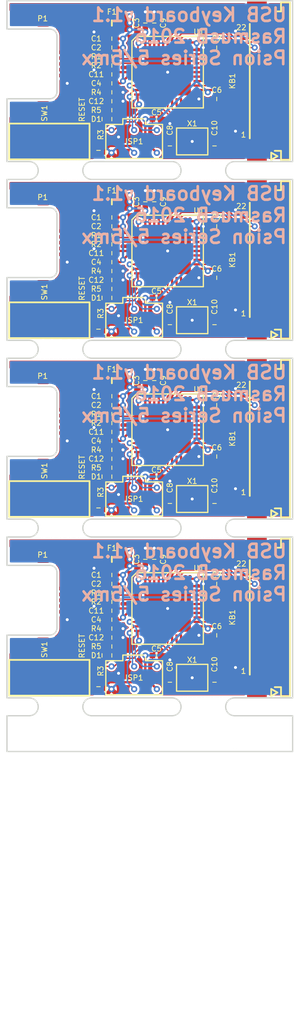
<source format=kicad_pcb>
(kicad_pcb (version 4) (host pcbnew 4.0.4+e1-6308~48~ubuntu14.04.1-stable)
  (layers (0 F.Cu signal) (31 B.Cu signal) (34 B.Paste user) (35 F.Paste user) (36 B.SilkS user) (37 F.SilkS user) (38 B.Mask user) (39 F.Mask user) (44 Edge.Cuts user))
  (net 0 "")
  (net 1 /COL_9)
  (net 2 /COL_8)
  (net 3 /COL_7)
  (net 4 /COL_6)
  (net 5 /COL_5)
  (net 6 /COL_4)
  (net 7 /COL_3)
  (net 8 /COL_2)
  (net 9 /ROW_08)
  (net 10 /ROW_07)
  (net 11 /ROW_06)
  (net 12 /COL_1)
  (net 13 /ROW_05)
  (net 14 /ROW_04)
  (net 15 /ROW_03)
  (net 16 /ROW_02)
  (net 17 /ROW_01)
  (net 18 +5V)
  (net 19 GND)
  (net 20 "Net-(C10-Pad1)")
  (net 21 /VARef)
  (net 22 /VUCap)
  (net 23 /MISO)
  (net 24 /SCK)
  (net 25 /MOSI)
  (net 26 /RESET)
  (net 27 "Net-(R1-Pad2)")
  (net 28 "Net-(R2-Pad1)")
  (net 29 +5VD)
  (net 30 /COL_12)
  (net 31 /COL_10)
  (net 32 /COL_11)
  (net 33 "Net-(C8-Pad1)")
  (net 34 "Net-(P1-Pad2)")
  (net 35 "Net-(P1-Pad3)")
  (net 36 GNDPWR)
  (net 37 "Net-(D1-Pad1)")
  (net 38 /LED)
  (module SMD-DiscreteB:C-0402-1005 (layer F.Cu) (at 140.25 110.25 90)
    (fp_text reference C8 (at 1.75 0 90) (layer F.SilkS) (effects (font (size 0.6 0.6) (thickness 0.1))))
    (fp_text value 15p)
    (pad 1 smd rect (at -0.45 0 90) (size 0.62 0.62) (layers F.Cu F.Paste F.Mask) (net 33 "Net-(C8-Pad1)"))
    (pad 2 smd rect (at 0.45 0 90) (size 0.62 0.62) (layers F.Cu F.Paste F.Mask) (net 19 GND))
  )
  (module SMD-DiscreteB:C-0402-1005 (layer F.Cu) (at 140.25 90.25 90)
    (fp_text reference C8 (at 1.75 0 90) (layer F.SilkS) (effects (font (size 0.6 0.6) (thickness 0.1))))
    (fp_text value 15p)
    (pad 1 smd rect (at -0.45 0 90) (size 0.62 0.62) (layers F.Cu F.Paste F.Mask) (net 33 "Net-(C8-Pad1)"))
    (pad 2 smd rect (at 0.45 0 90) (size 0.62 0.62) (layers F.Cu F.Paste F.Mask) (net 19 GND))
  )
  (module SMD-DiscreteB:C-0402-1005 (layer F.Cu) (at 140.25 70.25 90)
    (fp_text reference C8 (at 1.75 0 90) (layer F.SilkS) (effects (font (size 0.6 0.6) (thickness 0.1))))
    (fp_text value 15p)
    (pad 1 smd rect (at -0.45 0 90) (size 0.62 0.62) (layers F.Cu F.Paste F.Mask) (net 33 "Net-(C8-Pad1)"))
    (pad 2 smd rect (at 0.45 0 90) (size 0.62 0.62) (layers F.Cu F.Paste F.Mask) (net 19 GND))
  )
  (module SMD-Connectors:ISP-PADS_2mm54 (layer F.Cu) (at 136.25 109.75 180)
    (fp_text reference ISP1 (at 0 0 180) (layer F.SilkS) (effects (font (size 0.6 0.6) (thickness 0.1))))
    (fp_text value ATMEL_ISP-6P hide)
    (pad 1 thru_hole circle (at -2.54 1.27 180) (size 0.7 0.7) (drill 0.35) (layers *.Cu F.Mask) (net 23 /MISO))
    (pad 2 thru_hole circle (at -2.54 -1.27 180) (size 0.7 0.7) (drill 0.35) (layers *.Cu F.Mask) (net 18 +5V))
    (pad 3 thru_hole circle (at 0 1.27 180) (size 0.7 0.7) (drill 0.35) (layers *.Cu F.Mask) (net 24 /SCK))
    (pad 4 thru_hole circle (at 0 -1.27 180) (size 0.7 0.7) (drill 0.35) (layers *.Cu F.Mask) (net 25 /MOSI))
    (pad 5 thru_hole circle (at 2.54 1.27 180) (size 0.7 0.7) (drill 0.35) (layers *.Cu F.Mask) (net 26 /RESET))
    (pad 6 thru_hole circle (at 2.54 -1.27 180) (size 0.7 0.7) (drill 0.35) (layers *.Cu F.Mask) (net 19 GND))
  )
  (module SMD-Connectors:ISP-PADS_2mm54 (layer F.Cu) (at 136.25 89.75 180)
    (fp_text reference ISP1 (at 0 0 180) (layer F.SilkS) (effects (font (size 0.6 0.6) (thickness 0.1))))
    (fp_text value ATMEL_ISP-6P hide)
    (pad 1 thru_hole circle (at -2.54 1.27 180) (size 0.7 0.7) (drill 0.35) (layers *.Cu F.Mask) (net 23 /MISO))
    (pad 2 thru_hole circle (at -2.54 -1.27 180) (size 0.7 0.7) (drill 0.35) (layers *.Cu F.Mask) (net 18 +5V))
    (pad 3 thru_hole circle (at 0 1.27 180) (size 0.7 0.7) (drill 0.35) (layers *.Cu F.Mask) (net 24 /SCK))
    (pad 4 thru_hole circle (at 0 -1.27 180) (size 0.7 0.7) (drill 0.35) (layers *.Cu F.Mask) (net 25 /MOSI))
    (pad 5 thru_hole circle (at 2.54 1.27 180) (size 0.7 0.7) (drill 0.35) (layers *.Cu F.Mask) (net 26 /RESET))
    (pad 6 thru_hole circle (at 2.54 -1.27 180) (size 0.7 0.7) (drill 0.35) (layers *.Cu F.Mask) (net 19 GND))
  )
  (module SMD-Connectors:ISP-PADS_2mm54 (layer F.Cu) (at 136.25 69.75 180)
    (fp_text reference ISP1 (at 0 0 180) (layer F.SilkS) (effects (font (size 0.6 0.6) (thickness 0.1))))
    (fp_text value ATMEL_ISP-6P hide)
    (pad 1 thru_hole circle (at -2.54 1.27 180) (size 0.7 0.7) (drill 0.35) (layers *.Cu F.Mask) (net 23 /MISO))
    (pad 2 thru_hole circle (at -2.54 -1.27 180) (size 0.7 0.7) (drill 0.35) (layers *.Cu F.Mask) (net 18 +5V))
    (pad 3 thru_hole circle (at 0 1.27 180) (size 0.7 0.7) (drill 0.35) (layers *.Cu F.Mask) (net 24 /SCK))
    (pad 4 thru_hole circle (at 0 -1.27 180) (size 0.7 0.7) (drill 0.35) (layers *.Cu F.Mask) (net 25 /MOSI))
    (pad 5 thru_hole circle (at 2.54 1.27 180) (size 0.7 0.7) (drill 0.35) (layers *.Cu F.Mask) (net 26 /RESET))
    (pad 6 thru_hole circle (at 2.54 -1.27 180) (size 0.7 0.7) (drill 0.35) (layers *.Cu F.Mask) (net 19 GND))
  )
  (module SMD-DiscreteB:C-0402-1005 (layer F.Cu) (at 137.5 96.5 90)
    (fp_text reference C3 (at 0 -1 90) (layer F.SilkS) (effects (font (size 0.6 0.6) (thickness 0.1))))
    (fp_text value 100n)
    (pad 1 smd rect (at -0.45 0 90) (size 0.62 0.62) (layers F.Cu F.Paste F.Mask) (net 18 +5V))
    (pad 2 smd rect (at 0.45 0 90) (size 0.62 0.62) (layers F.Cu F.Paste F.Mask) (net 19 GND))
  )
  (module SMD-DiscreteB:C-0402-1005 (layer F.Cu) (at 137.5 76.5 90)
    (fp_text reference C3 (at 0 -1 90) (layer F.SilkS) (effects (font (size 0.6 0.6) (thickness 0.1))))
    (fp_text value 100n)
    (pad 1 smd rect (at -0.45 0 90) (size 0.62 0.62) (layers F.Cu F.Paste F.Mask) (net 18 +5V))
    (pad 2 smd rect (at 0.45 0 90) (size 0.62 0.62) (layers F.Cu F.Paste F.Mask) (net 19 GND))
  )
  (module SMD-DiscreteB:C-0402-1005 (layer F.Cu) (at 137.5 56.5 90)
    (fp_text reference C3 (at 0 -1 90) (layer F.SilkS) (effects (font (size 0.6 0.6) (thickness 0.1))))
    (fp_text value 100n)
    (pad 1 smd rect (at -0.45 0 90) (size 0.62 0.62) (layers F.Cu F.Paste F.Mask) (net 18 +5V))
    (pad 2 smd rect (at 0.45 0 90) (size 0.62 0.62) (layers F.Cu F.Paste F.Mask) (net 19 GND))
  )
  (module SMD-DiscreteB:C-0402-1005 (layer F.Cu) (at 138.75 107.25)
    (fp_text reference C5 (at 0 -0.75) (layer F.SilkS) (effects (font (size 0.6 0.6) (thickness 0.1))))
    (fp_text value 100n)
    (pad 1 smd rect (at -0.45 0) (size 0.62 0.62) (layers F.Cu F.Paste F.Mask) (net 18 +5V))
    (pad 2 smd rect (at 0.45 0) (size 0.62 0.62) (layers F.Cu F.Paste F.Mask) (net 19 GND))
  )
  (module SMD-DiscreteB:C-0402-1005 (layer F.Cu) (at 138.75 87.25)
    (fp_text reference C5 (at 0 -0.75) (layer F.SilkS) (effects (font (size 0.6 0.6) (thickness 0.1))))
    (fp_text value 100n)
    (pad 1 smd rect (at -0.45 0) (size 0.62 0.62) (layers F.Cu F.Paste F.Mask) (net 18 +5V))
    (pad 2 smd rect (at 0.45 0) (size 0.62 0.62) (layers F.Cu F.Paste F.Mask) (net 19 GND))
  )
  (module SMD-DiscreteB:C-0402-1005 (layer F.Cu) (at 138.75 67.25)
    (fp_text reference C5 (at 0 -0.75) (layer F.SilkS) (effects (font (size 0.6 0.6) (thickness 0.1))))
    (fp_text value 100n)
    (pad 1 smd rect (at -0.45 0) (size 0.62 0.62) (layers F.Cu F.Paste F.Mask) (net 18 +5V))
    (pad 2 smd rect (at 0.45 0) (size 0.62 0.62) (layers F.Cu F.Paste F.Mask) (net 19 GND))
  )
  (module SMD-QFN:VQFN-44_ATMEL (layer F.Cu) (at 140 102 270)
    (fp_text reference U1 (at -4.5 -3.5 540) (layer F.SilkS) (effects (font (size 0.6 0.6) (thickness 0.1))))
    (fp_text value ATMEGA32U4-QFN44)
    (pad 1 smd rect (at -2.5 3.325 270) (size 0.25 0.85) (layers F.Cu F.Paste F.Mask) (net 10 /ROW_07))
    (pad 2 smd rect (at -2 3.325 270) (size 0.25 0.85) (layers F.Cu F.Paste F.Mask) (net 18 +5V))
    (pad 3 smd rect (at -1.5 3.325 270) (size 0.25 0.85) (layers F.Cu F.Paste F.Mask) (net 27 "Net-(R1-Pad2)"))
    (pad 4 smd rect (at -1 3.325 270) (size 0.25 0.85) (layers F.Cu F.Paste F.Mask) (net 28 "Net-(R2-Pad1)"))
    (pad 5 smd rect (at -0.5 3.325 270) (size 0.25 0.85) (layers F.Cu F.Paste F.Mask) (net 19 GND))
    (pad 6 smd rect (at 0 3.325 270) (size 0.25 0.85) (layers F.Cu F.Paste F.Mask) (net 22 /VUCap))
    (pad 7 smd rect (at 0.5 3.325 270) (size 0.25 0.85) (layers F.Cu F.Paste F.Mask) (net 18 +5V))
    (pad 8 smd rect (at 1 3.325 270) (size 0.25 0.85) (layers F.Cu F.Paste F.Mask))
    (pad 9 smd rect (at 1.5 3.325 270) (size 0.25 0.85) (layers F.Cu F.Paste F.Mask) (net 24 /SCK))
    (pad 10 smd rect (at 2 3.325 270) (size 0.25 0.85) (layers F.Cu F.Paste F.Mask) (net 25 /MOSI))
    (pad 11 smd rect (at 2.5 3.325 270) (size 0.25 0.85) (layers F.Cu F.Paste F.Mask) (net 23 /MISO))
    (pad 12 smd rect (at 3.325 2.5) (size 0.25 0.85) (layers F.Cu F.Paste F.Mask) (net 38 /LED))
    (pad 13 smd rect (at 3.325 2) (size 0.25 0.85) (layers F.Cu F.Paste F.Mask) (net 26 /RESET))
    (pad 14 smd rect (at 3.325 1.5) (size 0.25 0.85) (layers F.Cu F.Paste F.Mask) (net 18 +5V))
    (pad 15 smd rect (at 3.325 1) (size 0.25 0.85) (layers F.Cu F.Paste F.Mask) (net 19 GND))
    (pad 16 smd rect (at 3.325 0.5) (size 0.25 0.85) (layers F.Cu F.Paste F.Mask) (net 33 "Net-(C8-Pad1)"))
    (pad 17 smd rect (at 3.325 0) (size 0.25 0.85) (layers F.Cu F.Paste F.Mask) (net 20 "Net-(C10-Pad1)"))
    (pad 18 smd rect (at 3.325 -0.5) (size 0.25 0.85) (layers F.Cu F.Paste F.Mask) (net 1 /COL_9))
    (pad 19 smd rect (at 3.325 -1) (size 0.25 0.85) (layers F.Cu F.Paste F.Mask) (net 30 /COL_12))
    (pad 20 smd rect (at 3.325 -1.5) (size 0.25 0.85) (layers F.Cu F.Paste F.Mask) (net 31 /COL_10))
    (pad 21 smd rect (at 3.325 -2) (size 0.25 0.85) (layers F.Cu F.Paste F.Mask) (net 32 /COL_11))
    (pad 22 smd rect (at 3.325 -2.5) (size 0.25 0.85) (layers F.Cu F.Paste F.Mask) (net 2 /COL_8))
    (pad 23 smd rect (at 2.5 -3.325 90) (size 0.25 0.85) (layers F.Cu F.Paste F.Mask) (net 19 GND))
    (pad 24 smd rect (at 2 -3.325 90) (size 0.25 0.85) (layers F.Cu F.Paste F.Mask) (net 18 +5V))
    (pad 25 smd rect (at 1.5 -3.325 90) (size 0.25 0.85) (layers F.Cu F.Paste F.Mask) (net 3 /COL_7))
    (pad 26 smd rect (at 1 -3.325 90) (size 0.25 0.85) (layers F.Cu F.Paste F.Mask) (net 7 /COL_3))
    (pad 27 smd rect (at 0.5 -3.325 90) (size 0.25 0.85) (layers F.Cu F.Paste F.Mask) (net 6 /COL_4))
    (pad 28 smd rect (at 0 -3.325 90) (size 0.25 0.85) (layers F.Cu F.Paste F.Mask) (net 5 /COL_5))
    (pad 29 smd rect (at -0.5 -3.325 90) (size 0.25 0.85) (layers F.Cu F.Paste F.Mask) (net 4 /COL_6))
    (pad 30 smd rect (at -1 -3.325 90) (size 0.25 0.85) (layers F.Cu F.Paste F.Mask) (net 8 /COL_2))
    (pad 31 smd rect (at -1.5 -3.325 90) (size 0.25 0.85) (layers F.Cu F.Paste F.Mask) (net 15 /ROW_03))
    (pad 32 smd rect (at -2 -3.325 90) (size 0.25 0.85) (layers F.Cu F.Paste F.Mask) (net 14 /ROW_04))
    (pad 33 smd rect (at -2.5 -3.325 90) (size 0.25 0.85) (layers F.Cu F.Paste F.Mask) (net 19 GND))
    (pad 34 smd rect (at -3.325 -2.5 180) (size 0.25 0.85) (layers F.Cu F.Paste F.Mask) (net 18 +5V))
    (pad 35 smd rect (at -3.325 -2 180) (size 0.25 0.85) (layers F.Cu F.Paste F.Mask) (net 19 GND))
    (pad 36 smd rect (at -3.325 -1.5 180) (size 0.25 0.85) (layers F.Cu F.Paste F.Mask) (net 13 /ROW_05))
    (pad 37 smd rect (at -3.325 -1 180) (size 0.25 0.85) (layers F.Cu F.Paste F.Mask) (net 12 /COL_1))
    (pad 38 smd rect (at -3.325 -0.5 180) (size 0.25 0.85) (layers F.Cu F.Paste F.Mask) (net 16 /ROW_02))
    (pad 39 smd rect (at -3.325 0 180) (size 0.25 0.85) (layers F.Cu F.Paste F.Mask) (net 11 /ROW_06))
    (pad 40 smd rect (at -3.325 0.5 180) (size 0.25 0.85) (layers F.Cu F.Paste F.Mask) (net 17 /ROW_01))
    (pad 41 smd rect (at -3.325 1 180) (size 0.25 0.85) (layers F.Cu F.Paste F.Mask) (net 9 /ROW_08))
    (pad 42 smd rect (at -3.325 1.5 180) (size 0.25 0.85) (layers F.Cu F.Paste F.Mask) (net 21 /VARef))
    (pad 43 smd rect (at -3.325 2 180) (size 0.25 0.85) (layers F.Cu F.Paste F.Mask) (net 19 GND))
    (pad 44 smd rect (at -3.325 2.5 180) (size 0.25 0.85) (layers F.Cu F.Paste F.Mask) (net 18 +5V))
    (pad 45 smd rect (at 0 0 270) (size 5.2 5.2) (layers F.Cu F.Paste F.Mask) (net 19 GND))
  )
  (module SMD-QFN:VQFN-44_ATMEL (layer F.Cu) (at 140 82 270)
    (fp_text reference U1 (at -4.5 -3.5 540) (layer F.SilkS) (effects (font (size 0.6 0.6) (thickness 0.1))))
    (fp_text value ATMEGA32U4-QFN44)
    (pad 1 smd rect (at -2.5 3.325 270) (size 0.25 0.85) (layers F.Cu F.Paste F.Mask) (net 10 /ROW_07))
    (pad 2 smd rect (at -2 3.325 270) (size 0.25 0.85) (layers F.Cu F.Paste F.Mask) (net 18 +5V))
    (pad 3 smd rect (at -1.5 3.325 270) (size 0.25 0.85) (layers F.Cu F.Paste F.Mask) (net 27 "Net-(R1-Pad2)"))
    (pad 4 smd rect (at -1 3.325 270) (size 0.25 0.85) (layers F.Cu F.Paste F.Mask) (net 28 "Net-(R2-Pad1)"))
    (pad 5 smd rect (at -0.5 3.325 270) (size 0.25 0.85) (layers F.Cu F.Paste F.Mask) (net 19 GND))
    (pad 6 smd rect (at 0 3.325 270) (size 0.25 0.85) (layers F.Cu F.Paste F.Mask) (net 22 /VUCap))
    (pad 7 smd rect (at 0.5 3.325 270) (size 0.25 0.85) (layers F.Cu F.Paste F.Mask) (net 18 +5V))
    (pad 8 smd rect (at 1 3.325 270) (size 0.25 0.85) (layers F.Cu F.Paste F.Mask))
    (pad 9 smd rect (at 1.5 3.325 270) (size 0.25 0.85) (layers F.Cu F.Paste F.Mask) (net 24 /SCK))
    (pad 10 smd rect (at 2 3.325 270) (size 0.25 0.85) (layers F.Cu F.Paste F.Mask) (net 25 /MOSI))
    (pad 11 smd rect (at 2.5 3.325 270) (size 0.25 0.85) (layers F.Cu F.Paste F.Mask) (net 23 /MISO))
    (pad 12 smd rect (at 3.325 2.5) (size 0.25 0.85) (layers F.Cu F.Paste F.Mask) (net 38 /LED))
    (pad 13 smd rect (at 3.325 2) (size 0.25 0.85) (layers F.Cu F.Paste F.Mask) (net 26 /RESET))
    (pad 14 smd rect (at 3.325 1.5) (size 0.25 0.85) (layers F.Cu F.Paste F.Mask) (net 18 +5V))
    (pad 15 smd rect (at 3.325 1) (size 0.25 0.85) (layers F.Cu F.Paste F.Mask) (net 19 GND))
    (pad 16 smd rect (at 3.325 0.5) (size 0.25 0.85) (layers F.Cu F.Paste F.Mask) (net 33 "Net-(C8-Pad1)"))
    (pad 17 smd rect (at 3.325 0) (size 0.25 0.85) (layers F.Cu F.Paste F.Mask) (net 20 "Net-(C10-Pad1)"))
    (pad 18 smd rect (at 3.325 -0.5) (size 0.25 0.85) (layers F.Cu F.Paste F.Mask) (net 1 /COL_9))
    (pad 19 smd rect (at 3.325 -1) (size 0.25 0.85) (layers F.Cu F.Paste F.Mask) (net 30 /COL_12))
    (pad 20 smd rect (at 3.325 -1.5) (size 0.25 0.85) (layers F.Cu F.Paste F.Mask) (net 31 /COL_10))
    (pad 21 smd rect (at 3.325 -2) (size 0.25 0.85) (layers F.Cu F.Paste F.Mask) (net 32 /COL_11))
    (pad 22 smd rect (at 3.325 -2.5) (size 0.25 0.85) (layers F.Cu F.Paste F.Mask) (net 2 /COL_8))
    (pad 23 smd rect (at 2.5 -3.325 90) (size 0.25 0.85) (layers F.Cu F.Paste F.Mask) (net 19 GND))
    (pad 24 smd rect (at 2 -3.325 90) (size 0.25 0.85) (layers F.Cu F.Paste F.Mask) (net 18 +5V))
    (pad 25 smd rect (at 1.5 -3.325 90) (size 0.25 0.85) (layers F.Cu F.Paste F.Mask) (net 3 /COL_7))
    (pad 26 smd rect (at 1 -3.325 90) (size 0.25 0.85) (layers F.Cu F.Paste F.Mask) (net 7 /COL_3))
    (pad 27 smd rect (at 0.5 -3.325 90) (size 0.25 0.85) (layers F.Cu F.Paste F.Mask) (net 6 /COL_4))
    (pad 28 smd rect (at 0 -3.325 90) (size 0.25 0.85) (layers F.Cu F.Paste F.Mask) (net 5 /COL_5))
    (pad 29 smd rect (at -0.5 -3.325 90) (size 0.25 0.85) (layers F.Cu F.Paste F.Mask) (net 4 /COL_6))
    (pad 30 smd rect (at -1 -3.325 90) (size 0.25 0.85) (layers F.Cu F.Paste F.Mask) (net 8 /COL_2))
    (pad 31 smd rect (at -1.5 -3.325 90) (size 0.25 0.85) (layers F.Cu F.Paste F.Mask) (net 15 /ROW_03))
    (pad 32 smd rect (at -2 -3.325 90) (size 0.25 0.85) (layers F.Cu F.Paste F.Mask) (net 14 /ROW_04))
    (pad 33 smd rect (at -2.5 -3.325 90) (size 0.25 0.85) (layers F.Cu F.Paste F.Mask) (net 19 GND))
    (pad 34 smd rect (at -3.325 -2.5 180) (size 0.25 0.85) (layers F.Cu F.Paste F.Mask) (net 18 +5V))
    (pad 35 smd rect (at -3.325 -2 180) (size 0.25 0.85) (layers F.Cu F.Paste F.Mask) (net 19 GND))
    (pad 36 smd rect (at -3.325 -1.5 180) (size 0.25 0.85) (layers F.Cu F.Paste F.Mask) (net 13 /ROW_05))
    (pad 37 smd rect (at -3.325 -1 180) (size 0.25 0.85) (layers F.Cu F.Paste F.Mask) (net 12 /COL_1))
    (pad 38 smd rect (at -3.325 -0.5 180) (size 0.25 0.85) (layers F.Cu F.Paste F.Mask) (net 16 /ROW_02))
    (pad 39 smd rect (at -3.325 0 180) (size 0.25 0.85) (layers F.Cu F.Paste F.Mask) (net 11 /ROW_06))
    (pad 40 smd rect (at -3.325 0.5 180) (size 0.25 0.85) (layers F.Cu F.Paste F.Mask) (net 17 /ROW_01))
    (pad 41 smd rect (at -3.325 1 180) (size 0.25 0.85) (layers F.Cu F.Paste F.Mask) (net 9 /ROW_08))
    (pad 42 smd rect (at -3.325 1.5 180) (size 0.25 0.85) (layers F.Cu F.Paste F.Mask) (net 21 /VARef))
    (pad 43 smd rect (at -3.325 2 180) (size 0.25 0.85) (layers F.Cu F.Paste F.Mask) (net 19 GND))
    (pad 44 smd rect (at -3.325 2.5 180) (size 0.25 0.85) (layers F.Cu F.Paste F.Mask) (net 18 +5V))
    (pad 45 smd rect (at 0 0 270) (size 5.2 5.2) (layers F.Cu F.Paste F.Mask) (net 19 GND))
  )
  (module SMD-QFN:VQFN-44_ATMEL (layer F.Cu) (at 140 62 270)
    (fp_text reference U1 (at -4.5 -3.5 540) (layer F.SilkS) (effects (font (size 0.6 0.6) (thickness 0.1))))
    (fp_text value ATMEGA32U4-QFN44)
    (pad 1 smd rect (at -2.5 3.325 270) (size 0.25 0.85) (layers F.Cu F.Paste F.Mask) (net 10 /ROW_07))
    (pad 2 smd rect (at -2 3.325 270) (size 0.25 0.85) (layers F.Cu F.Paste F.Mask) (net 18 +5V))
    (pad 3 smd rect (at -1.5 3.325 270) (size 0.25 0.85) (layers F.Cu F.Paste F.Mask) (net 27 "Net-(R1-Pad2)"))
    (pad 4 smd rect (at -1 3.325 270) (size 0.25 0.85) (layers F.Cu F.Paste F.Mask) (net 28 "Net-(R2-Pad1)"))
    (pad 5 smd rect (at -0.5 3.325 270) (size 0.25 0.85) (layers F.Cu F.Paste F.Mask) (net 19 GND))
    (pad 6 smd rect (at 0 3.325 270) (size 0.25 0.85) (layers F.Cu F.Paste F.Mask) (net 22 /VUCap))
    (pad 7 smd rect (at 0.5 3.325 270) (size 0.25 0.85) (layers F.Cu F.Paste F.Mask) (net 18 +5V))
    (pad 8 smd rect (at 1 3.325 270) (size 0.25 0.85) (layers F.Cu F.Paste F.Mask))
    (pad 9 smd rect (at 1.5 3.325 270) (size 0.25 0.85) (layers F.Cu F.Paste F.Mask) (net 24 /SCK))
    (pad 10 smd rect (at 2 3.325 270) (size 0.25 0.85) (layers F.Cu F.Paste F.Mask) (net 25 /MOSI))
    (pad 11 smd rect (at 2.5 3.325 270) (size 0.25 0.85) (layers F.Cu F.Paste F.Mask) (net 23 /MISO))
    (pad 12 smd rect (at 3.325 2.5) (size 0.25 0.85) (layers F.Cu F.Paste F.Mask) (net 38 /LED))
    (pad 13 smd rect (at 3.325 2) (size 0.25 0.85) (layers F.Cu F.Paste F.Mask) (net 26 /RESET))
    (pad 14 smd rect (at 3.325 1.5) (size 0.25 0.85) (layers F.Cu F.Paste F.Mask) (net 18 +5V))
    (pad 15 smd rect (at 3.325 1) (size 0.25 0.85) (layers F.Cu F.Paste F.Mask) (net 19 GND))
    (pad 16 smd rect (at 3.325 0.5) (size 0.25 0.85) (layers F.Cu F.Paste F.Mask) (net 33 "Net-(C8-Pad1)"))
    (pad 17 smd rect (at 3.325 0) (size 0.25 0.85) (layers F.Cu F.Paste F.Mask) (net 20 "Net-(C10-Pad1)"))
    (pad 18 smd rect (at 3.325 -0.5) (size 0.25 0.85) (layers F.Cu F.Paste F.Mask) (net 1 /COL_9))
    (pad 19 smd rect (at 3.325 -1) (size 0.25 0.85) (layers F.Cu F.Paste F.Mask) (net 30 /COL_12))
    (pad 20 smd rect (at 3.325 -1.5) (size 0.25 0.85) (layers F.Cu F.Paste F.Mask) (net 31 /COL_10))
    (pad 21 smd rect (at 3.325 -2) (size 0.25 0.85) (layers F.Cu F.Paste F.Mask) (net 32 /COL_11))
    (pad 22 smd rect (at 3.325 -2.5) (size 0.25 0.85) (layers F.Cu F.Paste F.Mask) (net 2 /COL_8))
    (pad 23 smd rect (at 2.5 -3.325 90) (size 0.25 0.85) (layers F.Cu F.Paste F.Mask) (net 19 GND))
    (pad 24 smd rect (at 2 -3.325 90) (size 0.25 0.85) (layers F.Cu F.Paste F.Mask) (net 18 +5V))
    (pad 25 smd rect (at 1.5 -3.325 90) (size 0.25 0.85) (layers F.Cu F.Paste F.Mask) (net 3 /COL_7))
    (pad 26 smd rect (at 1 -3.325 90) (size 0.25 0.85) (layers F.Cu F.Paste F.Mask) (net 7 /COL_3))
    (pad 27 smd rect (at 0.5 -3.325 90) (size 0.25 0.85) (layers F.Cu F.Paste F.Mask) (net 6 /COL_4))
    (pad 28 smd rect (at 0 -3.325 90) (size 0.25 0.85) (layers F.Cu F.Paste F.Mask) (net 5 /COL_5))
    (pad 29 smd rect (at -0.5 -3.325 90) (size 0.25 0.85) (layers F.Cu F.Paste F.Mask) (net 4 /COL_6))
    (pad 30 smd rect (at -1 -3.325 90) (size 0.25 0.85) (layers F.Cu F.Paste F.Mask) (net 8 /COL_2))
    (pad 31 smd rect (at -1.5 -3.325 90) (size 0.25 0.85) (layers F.Cu F.Paste F.Mask) (net 15 /ROW_03))
    (pad 32 smd rect (at -2 -3.325 90) (size 0.25 0.85) (layers F.Cu F.Paste F.Mask) (net 14 /ROW_04))
    (pad 33 smd rect (at -2.5 -3.325 90) (size 0.25 0.85) (layers F.Cu F.Paste F.Mask) (net 19 GND))
    (pad 34 smd rect (at -3.325 -2.5 180) (size 0.25 0.85) (layers F.Cu F.Paste F.Mask) (net 18 +5V))
    (pad 35 smd rect (at -3.325 -2 180) (size 0.25 0.85) (layers F.Cu F.Paste F.Mask) (net 19 GND))
    (pad 36 smd rect (at -3.325 -1.5 180) (size 0.25 0.85) (layers F.Cu F.Paste F.Mask) (net 13 /ROW_05))
    (pad 37 smd rect (at -3.325 -1 180) (size 0.25 0.85) (layers F.Cu F.Paste F.Mask) (net 12 /COL_1))
    (pad 38 smd rect (at -3.325 -0.5 180) (size 0.25 0.85) (layers F.Cu F.Paste F.Mask) (net 16 /ROW_02))
    (pad 39 smd rect (at -3.325 0 180) (size 0.25 0.85) (layers F.Cu F.Paste F.Mask) (net 11 /ROW_06))
    (pad 40 smd rect (at -3.325 0.5 180) (size 0.25 0.85) (layers F.Cu F.Paste F.Mask) (net 17 /ROW_01))
    (pad 41 smd rect (at -3.325 1 180) (size 0.25 0.85) (layers F.Cu F.Paste F.Mask) (net 9 /ROW_08))
    (pad 42 smd rect (at -3.325 1.5 180) (size 0.25 0.85) (layers F.Cu F.Paste F.Mask) (net 21 /VARef))
    (pad 43 smd rect (at -3.325 2 180) (size 0.25 0.85) (layers F.Cu F.Paste F.Mask) (net 19 GND))
    (pad 44 smd rect (at -3.325 2.5 180) (size 0.25 0.85) (layers F.Cu F.Paste F.Mask) (net 18 +5V))
    (pad 45 smd rect (at 0 0 270) (size 5.2 5.2) (layers F.Cu F.Paste F.Mask) (net 19 GND))
  )
  (module Mechanical:MOUSEBITE_DOUBLE_OUTER_2x5mm (layer F.Cu) (at 144 93)
    (fp_text reference REF** hide)
    (fp_text value MOUSEBITE_DOUBLE_2x5mm hide)
    (pad "" np_thru_hole circle (at -2 0.75) (size 0.5 0.5) (drill 0.5) (layers *.Cu))
    (pad "" np_thru_hole circle (at -1 0.75) (size 0.5 0.5) (drill 0.5) (layers *.Cu))
    (pad "" np_thru_hole circle (at 1 0.75) (size 0.5 0.5) (drill 0.5) (layers *.Cu))
    (pad "" np_thru_hole circle (at 0 0.75) (size 0.5 0.5) (drill 0.5) (layers *.Cu))
    (pad "" np_thru_hole circle (at 2 0.75) (size 0.5 0.5) (drill 0.5) (layers *.Cu))
    (pad "" np_thru_hole circle (at 2 -0.75) (size 0.5 0.5) (drill 0.5) (layers *.Cu))
    (pad "" np_thru_hole circle (at 0 -0.75) (size 0.5 0.5) (drill 0.5) (layers *.Cu))
    (pad "" np_thru_hole circle (at 1 -0.75) (size 0.5 0.5) (drill 0.5) (layers *.Cu))
    (pad "" np_thru_hole circle (at -1 -0.75) (size 0.5 0.5) (drill 0.5) (layers *.Cu))
    (pad "" np_thru_hole circle (at -2 -0.75) (size 0.5 0.5) (drill 0.5) (layers *.Cu))
  )
  (module Mechanical:MOUSEBITE_DOUBLE_OUTER_2x5mm (layer F.Cu) (at 144 73)
    (fp_text reference REF** hide)
    (fp_text value MOUSEBITE_DOUBLE_2x5mm hide)
    (pad "" np_thru_hole circle (at -2 0.75) (size 0.5 0.5) (drill 0.5) (layers *.Cu))
    (pad "" np_thru_hole circle (at -1 0.75) (size 0.5 0.5) (drill 0.5) (layers *.Cu))
    (pad "" np_thru_hole circle (at 1 0.75) (size 0.5 0.5) (drill 0.5) (layers *.Cu))
    (pad "" np_thru_hole circle (at 0 0.75) (size 0.5 0.5) (drill 0.5) (layers *.Cu))
    (pad "" np_thru_hole circle (at 2 0.75) (size 0.5 0.5) (drill 0.5) (layers *.Cu))
    (pad "" np_thru_hole circle (at 2 -0.75) (size 0.5 0.5) (drill 0.5) (layers *.Cu))
    (pad "" np_thru_hole circle (at 0 -0.75) (size 0.5 0.5) (drill 0.5) (layers *.Cu))
    (pad "" np_thru_hole circle (at 1 -0.75) (size 0.5 0.5) (drill 0.5) (layers *.Cu))
    (pad "" np_thru_hole circle (at -1 -0.75) (size 0.5 0.5) (drill 0.5) (layers *.Cu))
    (pad "" np_thru_hole circle (at -2 -0.75) (size 0.5 0.5) (drill 0.5) (layers *.Cu))
  )
  (module SMD-XTAL:2.5x2mm (layer F.Cu) (at 142.75 109.75)
    (fp_text reference X1 (at 0 -2) (layer F.SilkS) (effects (font (size 0.6 0.6) (thickness 0.1))))
    (fp_text value ABM10-16.000MHZ-D30-T3 hide)
    (pad 1 smd rect (at -0.925 0.775) (size 1 0.9) (layers F.Cu F.Paste F.Mask) (net 33 "Net-(C8-Pad1)"))
    (pad 2 smd rect (at 0.925 0.775) (size 1 0.9) (layers F.Cu F.Paste F.Mask) (net 19 GND))
    (pad 3 smd rect (at 0.925 -0.775) (size 1 0.9) (layers F.Cu F.Paste F.Mask) (net 20 "Net-(C10-Pad1)"))
    (pad 4 smd rect (at -0.925 -0.775) (size 1 0.9) (layers F.Cu F.Paste F.Mask) (net 19 GND))
  )
  (module SMD-XTAL:2.5x2mm (layer F.Cu) (at 142.75 89.75)
    (fp_text reference X1 (at 0 -2) (layer F.SilkS) (effects (font (size 0.6 0.6) (thickness 0.1))))
    (fp_text value ABM10-16.000MHZ-D30-T3 hide)
    (pad 1 smd rect (at -0.925 0.775) (size 1 0.9) (layers F.Cu F.Paste F.Mask) (net 33 "Net-(C8-Pad1)"))
    (pad 2 smd rect (at 0.925 0.775) (size 1 0.9) (layers F.Cu F.Paste F.Mask) (net 19 GND))
    (pad 3 smd rect (at 0.925 -0.775) (size 1 0.9) (layers F.Cu F.Paste F.Mask) (net 20 "Net-(C10-Pad1)"))
    (pad 4 smd rect (at -0.925 -0.775) (size 1 0.9) (layers F.Cu F.Paste F.Mask) (net 19 GND))
  )
  (module SMD-XTAL:2.5x2mm (layer F.Cu) (at 142.75 69.75)
    (fp_text reference X1 (at 0 -2) (layer F.SilkS) (effects (font (size 0.6 0.6) (thickness 0.1))))
    (fp_text value ABM10-16.000MHZ-D30-T3 hide)
    (pad 1 smd rect (at -0.925 0.775) (size 1 0.9) (layers F.Cu F.Paste F.Mask) (net 33 "Net-(C8-Pad1)"))
    (pad 2 smd rect (at 0.925 0.775) (size 1 0.9) (layers F.Cu F.Paste F.Mask) (net 19 GND))
    (pad 3 smd rect (at 0.925 -0.775) (size 1 0.9) (layers F.Cu F.Paste F.Mask) (net 20 "Net-(C10-Pad1)"))
    (pad 4 smd rect (at -0.925 -0.775) (size 1 0.9) (layers F.Cu F.Paste F.Mask) (net 19 GND))
  )
  (module SMD-DiscreteB:C-0402-1005 (layer F.Cu) (at 145.25 110.25 270)
    (fp_text reference C10 (at -2 0 270) (layer F.SilkS) (effects (font (size 0.6 0.6) (thickness 0.1))))
    (fp_text value 15p)
    (pad 1 smd rect (at -0.45 0 270) (size 0.62 0.62) (layers F.Cu F.Paste F.Mask) (net 20 "Net-(C10-Pad1)"))
    (pad 2 smd rect (at 0.45 0 270) (size 0.62 0.62) (layers F.Cu F.Paste F.Mask) (net 19 GND))
  )
  (module SMD-DiscreteB:C-0402-1005 (layer F.Cu) (at 145.25 90.25 270)
    (fp_text reference C10 (at -2 0 270) (layer F.SilkS) (effects (font (size 0.6 0.6) (thickness 0.1))))
    (fp_text value 15p)
    (pad 1 smd rect (at -0.45 0 270) (size 0.62 0.62) (layers F.Cu F.Paste F.Mask) (net 20 "Net-(C10-Pad1)"))
    (pad 2 smd rect (at 0.45 0 270) (size 0.62 0.62) (layers F.Cu F.Paste F.Mask) (net 19 GND))
  )
  (module SMD-DiscreteB:C-0402-1005 (layer F.Cu) (at 145.25 70.25 270)
    (fp_text reference C10 (at -2 0 270) (layer F.SilkS) (effects (font (size 0.6 0.6) (thickness 0.1))))
    (fp_text value 15p)
    (pad 1 smd rect (at -0.45 0 270) (size 0.62 0.62) (layers F.Cu F.Paste F.Mask) (net 20 "Net-(C10-Pad1)"))
    (pad 2 smd rect (at 0.45 0 270) (size 0.62 0.62) (layers F.Cu F.Paste F.Mask) (net 19 GND))
  )
  (module SMD-DiscreteB:C-0402-1005 (layer F.Cu) (at 138.5 96.5 90)
    (fp_text reference C9 (at 0 1 90) (layer F.SilkS) (effects (font (size 0.6 0.6) (thickness 0.1))))
    (fp_text value 100n)
    (pad 1 smd rect (at -0.45 0 90) (size 0.62 0.62) (layers F.Cu F.Paste F.Mask) (net 21 /VARef))
    (pad 2 smd rect (at 0.45 0 90) (size 0.62 0.62) (layers F.Cu F.Paste F.Mask) (net 19 GND))
  )
  (module SMD-DiscreteB:C-0402-1005 (layer F.Cu) (at 138.5 76.5 90)
    (fp_text reference C9 (at 0 1 90) (layer F.SilkS) (effects (font (size 0.6 0.6) (thickness 0.1))))
    (fp_text value 100n)
    (pad 1 smd rect (at -0.45 0 90) (size 0.62 0.62) (layers F.Cu F.Paste F.Mask) (net 21 /VARef))
    (pad 2 smd rect (at 0.45 0 90) (size 0.62 0.62) (layers F.Cu F.Paste F.Mask) (net 19 GND))
  )
  (module SMD-DiscreteB:C-0402-1005 (layer F.Cu) (at 138.5 56.5 90)
    (fp_text reference C9 (at 0 1 90) (layer F.SilkS) (effects (font (size 0.6 0.6) (thickness 0.1))))
    (fp_text value 100n)
    (pad 1 smd rect (at -0.45 0 90) (size 0.62 0.62) (layers F.Cu F.Paste F.Mask) (net 21 /VARef))
    (pad 2 smd rect (at 0.45 0 90) (size 0.62 0.62) (layers F.Cu F.Paste F.Mask) (net 19 GND))
  )
  (module SMD-DiscreteB:C-0402-1005 (layer F.Cu) (at 145.5 105 180)
    (fp_text reference C6 (at 0 1 180) (layer F.SilkS) (effects (font (size 0.6 0.6) (thickness 0.1))))
    (fp_text value 100n)
    (pad 1 smd rect (at -0.45 0 180) (size 0.62 0.62) (layers F.Cu F.Paste F.Mask) (net 18 +5V))
    (pad 2 smd rect (at 0.45 0 180) (size 0.62 0.62) (layers F.Cu F.Paste F.Mask) (net 19 GND))
  )
  (module SMD-DiscreteB:C-0402-1005 (layer F.Cu) (at 145.5 85 180)
    (fp_text reference C6 (at 0 1 180) (layer F.SilkS) (effects (font (size 0.6 0.6) (thickness 0.1))))
    (fp_text value 100n)
    (pad 1 smd rect (at -0.45 0 180) (size 0.62 0.62) (layers F.Cu F.Paste F.Mask) (net 18 +5V))
    (pad 2 smd rect (at 0.45 0 180) (size 0.62 0.62) (layers F.Cu F.Paste F.Mask) (net 19 GND))
  )
  (module SMD-DiscreteB:C-0402-1005 (layer F.Cu) (at 145.5 65 180)
    (fp_text reference C6 (at 0 1 180) (layer F.SilkS) (effects (font (size 0.6 0.6) (thickness 0.1))))
    (fp_text value 100n)
    (pad 1 smd rect (at -0.45 0 180) (size 0.62 0.62) (layers F.Cu F.Paste F.Mask) (net 18 +5V))
    (pad 2 smd rect (at 0.45 0 180) (size 0.62 0.62) (layers F.Cu F.Paste F.Mask) (net 19 GND))
  )
  (module SMD-Connectors:FPC_0.5mm_22p-MOLEX_52437 (layer F.Cu) (at 148.5 103 90)
    (fp_text reference KB1 (at 0 -1.25 270) (layer F.SilkS) (effects (font (size 0.6 0.6) (thickness 0.1))))
    (fp_text value KEYBOARD-PSION-5MX hide)
    (pad "" smd rect (at 8.35 1.5 90) (size 1.1 2.2) (layers F.Cu F.Paste F.Mask))
    (pad "" smd rect (at 7.15 1.925 90) (size 1.3 3.05) (layers F.Cu F.Paste F.Mask))
    (pad 1 smd rect (at -5.25 0 90) (size 0.3 0.8) (layers F.Cu F.Paste F.Mask) (net 19 GND))
    (pad 2 smd rect (at -4.75 0 90) (size 0.3 0.8) (layers F.Cu F.Paste F.Mask) (net 1 /COL_9))
    (pad 3 smd rect (at -4.25 0 90) (size 0.3 0.8) (layers F.Cu F.Paste F.Mask) (net 30 /COL_12))
    (pad 4 smd rect (at -3.75 0 90) (size 0.3 0.8) (layers F.Cu F.Paste F.Mask) (net 31 /COL_10))
    (pad 5 smd rect (at -3.25 0 90) (size 0.3 0.8) (layers F.Cu F.Paste F.Mask) (net 32 /COL_11))
    (pad 6 smd rect (at -2.75 0 90) (size 0.3 0.8) (layers F.Cu F.Paste F.Mask) (net 2 /COL_8))
    (pad 7 smd rect (at -2.25 0 90) (size 0.3 0.8) (layers F.Cu F.Paste F.Mask) (net 3 /COL_7))
    (pad 8 smd rect (at -1.75 0 90) (size 0.3 0.8) (layers F.Cu F.Paste F.Mask) (net 7 /COL_3))
    (pad 9 smd rect (at -1.25 0 90) (size 0.3 0.8) (layers F.Cu F.Paste F.Mask) (net 6 /COL_4))
    (pad 10 smd rect (at -0.75 0 90) (size 0.3 0.8) (layers F.Cu F.Paste F.Mask) (net 5 /COL_5))
    (pad 11 smd rect (at -0.25 0 90) (size 0.3 0.8) (layers F.Cu F.Paste F.Mask) (net 4 /COL_6))
    (pad 12 smd rect (at 0.25 0 90) (size 0.3 0.8) (layers F.Cu F.Paste F.Mask) (net 8 /COL_2))
    (pad 13 smd rect (at 0.75 0 90) (size 0.3 0.8) (layers F.Cu F.Paste F.Mask) (net 15 /ROW_03))
    (pad 14 smd rect (at 1.25 0 90) (size 0.3 0.8) (layers F.Cu F.Paste F.Mask) (net 14 /ROW_04))
    (pad 15 smd rect (at 1.75 0 90) (size 0.3 0.8) (layers F.Cu F.Paste F.Mask) (net 13 /ROW_05))
    (pad 16 smd rect (at 2.25 0 90) (size 0.3 0.8) (layers F.Cu F.Paste F.Mask) (net 12 /COL_1))
    (pad 17 smd rect (at 2.75 0 90) (size 0.3 0.8) (layers F.Cu F.Paste F.Mask) (net 16 /ROW_02))
    (pad 18 smd rect (at 3.25 0 90) (size 0.3 0.8) (layers F.Cu F.Paste F.Mask) (net 11 /ROW_06))
    (pad 19 smd rect (at 3.75 0 90) (size 0.3 0.8) (layers F.Cu F.Paste F.Mask) (net 10 /ROW_07))
    (pad 20 smd rect (at 4.25 0 90) (size 0.3 0.8) (layers F.Cu F.Paste F.Mask) (net 9 /ROW_08))
    (pad 21 smd rect (at 4.75 0 90) (size 0.3 0.8) (layers F.Cu F.Paste F.Mask) (net 17 /ROW_01))
    (pad 22 smd rect (at 5.25 0 90) (size 0.3 0.8) (layers F.Cu F.Paste F.Mask) (net 19 GND))
    (pad "" smd rect (at -7.15 1.925 90) (size 1.3 3.05) (layers F.Cu F.Paste F.Mask))
    (pad "" smd rect (at -8.35 1.5 90) (size 1.1 2.2) (layers F.Cu F.Paste F.Mask))
  )
  (module SMD-Connectors:FPC_0.5mm_22p-MOLEX_52437 (layer F.Cu) (at 148.5 83 90)
    (fp_text reference KB1 (at 0 -1.25 270) (layer F.SilkS) (effects (font (size 0.6 0.6) (thickness 0.1))))
    (fp_text value KEYBOARD-PSION-5MX hide)
    (pad "" smd rect (at 8.35 1.5 90) (size 1.1 2.2) (layers F.Cu F.Paste F.Mask))
    (pad "" smd rect (at 7.15 1.925 90) (size 1.3 3.05) (layers F.Cu F.Paste F.Mask))
    (pad 1 smd rect (at -5.25 0 90) (size 0.3 0.8) (layers F.Cu F.Paste F.Mask) (net 19 GND))
    (pad 2 smd rect (at -4.75 0 90) (size 0.3 0.8) (layers F.Cu F.Paste F.Mask) (net 1 /COL_9))
    (pad 3 smd rect (at -4.25 0 90) (size 0.3 0.8) (layers F.Cu F.Paste F.Mask) (net 30 /COL_12))
    (pad 4 smd rect (at -3.75 0 90) (size 0.3 0.8) (layers F.Cu F.Paste F.Mask) (net 31 /COL_10))
    (pad 5 smd rect (at -3.25 0 90) (size 0.3 0.8) (layers F.Cu F.Paste F.Mask) (net 32 /COL_11))
    (pad 6 smd rect (at -2.75 0 90) (size 0.3 0.8) (layers F.Cu F.Paste F.Mask) (net 2 /COL_8))
    (pad 7 smd rect (at -2.25 0 90) (size 0.3 0.8) (layers F.Cu F.Paste F.Mask) (net 3 /COL_7))
    (pad 8 smd rect (at -1.75 0 90) (size 0.3 0.8) (layers F.Cu F.Paste F.Mask) (net 7 /COL_3))
    (pad 9 smd rect (at -1.25 0 90) (size 0.3 0.8) (layers F.Cu F.Paste F.Mask) (net 6 /COL_4))
    (pad 10 smd rect (at -0.75 0 90) (size 0.3 0.8) (layers F.Cu F.Paste F.Mask) (net 5 /COL_5))
    (pad 11 smd rect (at -0.25 0 90) (size 0.3 0.8) (layers F.Cu F.Paste F.Mask) (net 4 /COL_6))
    (pad 12 smd rect (at 0.25 0 90) (size 0.3 0.8) (layers F.Cu F.Paste F.Mask) (net 8 /COL_2))
    (pad 13 smd rect (at 0.75 0 90) (size 0.3 0.8) (layers F.Cu F.Paste F.Mask) (net 15 /ROW_03))
    (pad 14 smd rect (at 1.25 0 90) (size 0.3 0.8) (layers F.Cu F.Paste F.Mask) (net 14 /ROW_04))
    (pad 15 smd rect (at 1.75 0 90) (size 0.3 0.8) (layers F.Cu F.Paste F.Mask) (net 13 /ROW_05))
    (pad 16 smd rect (at 2.25 0 90) (size 0.3 0.8) (layers F.Cu F.Paste F.Mask) (net 12 /COL_1))
    (pad 17 smd rect (at 2.75 0 90) (size 0.3 0.8) (layers F.Cu F.Paste F.Mask) (net 16 /ROW_02))
    (pad 18 smd rect (at 3.25 0 90) (size 0.3 0.8) (layers F.Cu F.Paste F.Mask) (net 11 /ROW_06))
    (pad 19 smd rect (at 3.75 0 90) (size 0.3 0.8) (layers F.Cu F.Paste F.Mask) (net 10 /ROW_07))
    (pad 20 smd rect (at 4.25 0 90) (size 0.3 0.8) (layers F.Cu F.Paste F.Mask) (net 9 /ROW_08))
    (pad 21 smd rect (at 4.75 0 90) (size 0.3 0.8) (layers F.Cu F.Paste F.Mask) (net 17 /ROW_01))
    (pad 22 smd rect (at 5.25 0 90) (size 0.3 0.8) (layers F.Cu F.Paste F.Mask) (net 19 GND))
    (pad "" smd rect (at -7.15 1.925 90) (size 1.3 3.05) (layers F.Cu F.Paste F.Mask))
    (pad "" smd rect (at -8.35 1.5 90) (size 1.1 2.2) (layers F.Cu F.Paste F.Mask))
  )
  (module SMD-Connectors:FPC_0.5mm_22p-MOLEX_52437 (layer F.Cu) (at 148.5 63 90)
    (fp_text reference KB1 (at 0 -1.25 270) (layer F.SilkS) (effects (font (size 0.6 0.6) (thickness 0.1))))
    (fp_text value KEYBOARD-PSION-5MX hide)
    (pad "" smd rect (at 8.35 1.5 90) (size 1.1 2.2) (layers F.Cu F.Paste F.Mask))
    (pad "" smd rect (at 7.15 1.925 90) (size 1.3 3.05) (layers F.Cu F.Paste F.Mask))
    (pad 1 smd rect (at -5.25 0 90) (size 0.3 0.8) (layers F.Cu F.Paste F.Mask) (net 19 GND))
    (pad 2 smd rect (at -4.75 0 90) (size 0.3 0.8) (layers F.Cu F.Paste F.Mask) (net 1 /COL_9))
    (pad 3 smd rect (at -4.25 0 90) (size 0.3 0.8) (layers F.Cu F.Paste F.Mask) (net 30 /COL_12))
    (pad 4 smd rect (at -3.75 0 90) (size 0.3 0.8) (layers F.Cu F.Paste F.Mask) (net 31 /COL_10))
    (pad 5 smd rect (at -3.25 0 90) (size 0.3 0.8) (layers F.Cu F.Paste F.Mask) (net 32 /COL_11))
    (pad 6 smd rect (at -2.75 0 90) (size 0.3 0.8) (layers F.Cu F.Paste F.Mask) (net 2 /COL_8))
    (pad 7 smd rect (at -2.25 0 90) (size 0.3 0.8) (layers F.Cu F.Paste F.Mask) (net 3 /COL_7))
    (pad 8 smd rect (at -1.75 0 90) (size 0.3 0.8) (layers F.Cu F.Paste F.Mask) (net 7 /COL_3))
    (pad 9 smd rect (at -1.25 0 90) (size 0.3 0.8) (layers F.Cu F.Paste F.Mask) (net 6 /COL_4))
    (pad 10 smd rect (at -0.75 0 90) (size 0.3 0.8) (layers F.Cu F.Paste F.Mask) (net 5 /COL_5))
    (pad 11 smd rect (at -0.25 0 90) (size 0.3 0.8) (layers F.Cu F.Paste F.Mask) (net 4 /COL_6))
    (pad 12 smd rect (at 0.25 0 90) (size 0.3 0.8) (layers F.Cu F.Paste F.Mask) (net 8 /COL_2))
    (pad 13 smd rect (at 0.75 0 90) (size 0.3 0.8) (layers F.Cu F.Paste F.Mask) (net 15 /ROW_03))
    (pad 14 smd rect (at 1.25 0 90) (size 0.3 0.8) (layers F.Cu F.Paste F.Mask) (net 14 /ROW_04))
    (pad 15 smd rect (at 1.75 0 90) (size 0.3 0.8) (layers F.Cu F.Paste F.Mask) (net 13 /ROW_05))
    (pad 16 smd rect (at 2.25 0 90) (size 0.3 0.8) (layers F.Cu F.Paste F.Mask) (net 12 /COL_1))
    (pad 17 smd rect (at 2.75 0 90) (size 0.3 0.8) (layers F.Cu F.Paste F.Mask) (net 16 /ROW_02))
    (pad 18 smd rect (at 3.25 0 90) (size 0.3 0.8) (layers F.Cu F.Paste F.Mask) (net 11 /ROW_06))
    (pad 19 smd rect (at 3.75 0 90) (size 0.3 0.8) (layers F.Cu F.Paste F.Mask) (net 10 /ROW_07))
    (pad 20 smd rect (at 4.25 0 90) (size 0.3 0.8) (layers F.Cu F.Paste F.Mask) (net 9 /ROW_08))
    (pad 21 smd rect (at 4.75 0 90) (size 0.3 0.8) (layers F.Cu F.Paste F.Mask) (net 17 /ROW_01))
    (pad 22 smd rect (at 5.25 0 90) (size 0.3 0.8) (layers F.Cu F.Paste F.Mask) (net 19 GND))
    (pad "" smd rect (at -7.15 1.925 90) (size 1.3 3.05) (layers F.Cu F.Paste F.Mask))
    (pad "" smd rect (at -8.35 1.5 90) (size 1.1 2.2) (layers F.Cu F.Paste F.Mask))
  )
  (module SMD-DiscreteB:C-0402-1005 (layer F.Cu) (at 145.5 99.25 180)
    (fp_text reference C7 (at 0 1 180) (layer F.SilkS) (effects (font (size 0.6 0.6) (thickness 0.1))))
    (fp_text value 100n)
    (pad 1 smd rect (at -0.45 0 180) (size 0.62 0.62) (layers F.Cu F.Paste F.Mask) (net 18 +5V))
    (pad 2 smd rect (at 0.45 0 180) (size 0.62 0.62) (layers F.Cu F.Paste F.Mask) (net 19 GND))
  )
  (module SMD-DiscreteB:C-0402-1005 (layer F.Cu) (at 145.5 79.25 180)
    (fp_text reference C7 (at 0 1 180) (layer F.SilkS) (effects (font (size 0.6 0.6) (thickness 0.1))))
    (fp_text value 100n)
    (pad 1 smd rect (at -0.45 0 180) (size 0.62 0.62) (layers F.Cu F.Paste F.Mask) (net 18 +5V))
    (pad 2 smd rect (at 0.45 0 180) (size 0.62 0.62) (layers F.Cu F.Paste F.Mask) (net 19 GND))
  )
  (module SMD-DiscreteB:C-0402-1005 (layer F.Cu) (at 145.5 59.25 180)
    (fp_text reference C7 (at 0 1 180) (layer F.SilkS) (effects (font (size 0.6 0.6) (thickness 0.1))))
    (fp_text value 100n)
    (pad 1 smd rect (at -0.45 0 180) (size 0.62 0.62) (layers F.Cu F.Paste F.Mask) (net 18 +5V))
    (pad 2 smd rect (at 0.45 0 180) (size 0.62 0.62) (layers F.Cu F.Paste F.Mask) (net 19 GND))
  )
  (module SMD-DiscreteB:R-0402-1005 (layer F.Cu) (at 132.25 110.75 90)
    (fp_text reference R3 (at 1.75 0.25 90) (layer F.SilkS) (effects (font (size 0.6 0.6) (thickness 0.1))))
    (fp_text value 10k)
    (pad 1 smd rect (at -0.45 0 90) (size 0.62 0.62) (layers F.Cu F.Paste F.Mask) (net 18 +5V))
    (pad 2 smd rect (at 0.45 0 90) (size 0.62 0.62) (layers F.Cu F.Paste F.Mask) (net 26 /RESET))
  )
  (module SMD-DiscreteB:R-0402-1005 (layer F.Cu) (at 132.25 90.75 90)
    (fp_text reference R3 (at 1.75 0.25 90) (layer F.SilkS) (effects (font (size 0.6 0.6) (thickness 0.1))))
    (fp_text value 10k)
    (pad 1 smd rect (at -0.45 0 90) (size 0.62 0.62) (layers F.Cu F.Paste F.Mask) (net 18 +5V))
    (pad 2 smd rect (at 0.45 0 90) (size 0.62 0.62) (layers F.Cu F.Paste F.Mask) (net 26 /RESET))
  )
  (module SMD-DiscreteB:R-0402-1005 (layer F.Cu) (at 132.25 70.75 90)
    (fp_text reference R3 (at 1.75 0.25 90) (layer F.SilkS) (effects (font (size 0.6 0.6) (thickness 0.1))))
    (fp_text value 10k)
    (pad 1 smd rect (at -0.45 0 90) (size 0.62 0.62) (layers F.Cu F.Paste F.Mask) (net 18 +5V))
    (pad 2 smd rect (at 0.45 0 90) (size 0.62 0.62) (layers F.Cu F.Paste F.Mask) (net 26 /RESET))
  )
  (module SMD-DiscreteB:C-0402-1005 (layer F.Cu) (at 133.75 105.25 180)
    (fp_text reference C12 (at 1.75 0 180) (layer F.SilkS) (effects (font (size 0.6 0.6) (thickness 0.1))))
    (fp_text value 4n7)
    (pad 1 smd rect (at -0.45 0 180) (size 0.62 0.62) (layers F.Cu F.Paste F.Mask) (net 19 GND))
    (pad 2 smd rect (at 0.45 0 180) (size 0.62 0.62) (layers F.Cu F.Paste F.Mask) (net 36 GNDPWR))
  )
  (module SMD-DiscreteB:C-0402-1005 (layer F.Cu) (at 133.75 85.25 180)
    (fp_text reference C12 (at 1.75 0 180) (layer F.SilkS) (effects (font (size 0.6 0.6) (thickness 0.1))))
    (fp_text value 4n7)
    (pad 1 smd rect (at -0.45 0 180) (size 0.62 0.62) (layers F.Cu F.Paste F.Mask) (net 19 GND))
    (pad 2 smd rect (at 0.45 0 180) (size 0.62 0.62) (layers F.Cu F.Paste F.Mask) (net 36 GNDPWR))
  )
  (module SMD-DiscreteB:C-0402-1005 (layer F.Cu) (at 133.75 65.25 180)
    (fp_text reference C12 (at 1.75 0 180) (layer F.SilkS) (effects (font (size 0.6 0.6) (thickness 0.1))))
    (fp_text value 4n7)
    (pad 1 smd rect (at -0.45 0 180) (size 0.62 0.62) (layers F.Cu F.Paste F.Mask) (net 19 GND))
    (pad 2 smd rect (at 0.45 0 180) (size 0.62 0.62) (layers F.Cu F.Paste F.Mask) (net 36 GNDPWR))
  )
  (module SMD-DiscreteB:LED-0402-1005 (layer F.Cu) (at 133.75 107.25)
    (fp_text reference D1 (at -1.75 0) (layer F.SilkS) (effects (font (size 0.6 0.6) (thickness 0.1))))
    (fp_text value STATUS hide)
    (pad 1 smd rect (at -0.45 0) (size 0.62 0.62) (layers F.Cu F.Paste F.Mask) (net 37 "Net-(D1-Pad1)"))
    (pad 2 smd rect (at 0.45 0) (size 0.62 0.62) (layers F.Cu F.Paste F.Mask) (net 38 /LED))
  )
  (module SMD-DiscreteB:LED-0402-1005 (layer F.Cu) (at 133.75 87.25)
    (fp_text reference D1 (at -1.75 0) (layer F.SilkS) (effects (font (size 0.6 0.6) (thickness 0.1))))
    (fp_text value STATUS hide)
    (pad 1 smd rect (at -0.45 0) (size 0.62 0.62) (layers F.Cu F.Paste F.Mask) (net 37 "Net-(D1-Pad1)"))
    (pad 2 smd rect (at 0.45 0) (size 0.62 0.62) (layers F.Cu F.Paste F.Mask) (net 38 /LED))
  )
  (module SMD-DiscreteB:LED-0402-1005 (layer F.Cu) (at 133.75 67.25)
    (fp_text reference D1 (at -1.75 0) (layer F.SilkS) (effects (font (size 0.6 0.6) (thickness 0.1))))
    (fp_text value STATUS hide)
    (pad 1 smd rect (at -0.45 0) (size 0.62 0.62) (layers F.Cu F.Paste F.Mask) (net 37 "Net-(D1-Pad1)"))
    (pad 2 smd rect (at 0.45 0) (size 0.62 0.62) (layers F.Cu F.Paste F.Mask) (net 38 /LED))
  )
  (module SMD-Connectors:USB-MICRO-MOLEX-47491-0001 (layer F.Cu) (at 122 101.075 270)
    (fp_text reference P1 (at -5.075 -4 360) (layer F.SilkS) (effects (font (size 0.6 0.6) (thickness 0.1))))
    (fp_text value USB_OTG)
    (pad "" smd rect (at 5.15 -1.95 180) (size 2.5 1.5) (layers F.Cu F.Paste F.Mask))
    (pad "" smd rect (at 5.15 -6.15 180) (size 2.5 1.5) (layers F.Cu F.Paste F.Mask))
    (pad 6 smd rect (at 2.2 -8.35) (size 1.5 2.5) (layers F.Cu F.Paste F.Mask) (net 36 GNDPWR))
    (pad "" smd rect (at -2.2 -8.35) (size 1.5 2.5) (layers F.Cu F.Paste F.Mask))
    (pad "" smd rect (at -5.15 -6.15 180) (size 2.5 1.5) (layers F.Cu F.Paste F.Mask))
    (pad 1 smd rect (at -1.3 -6.475 270) (size 0.4 1.25) (layers F.Cu F.Paste F.Mask) (net 29 +5VD))
    (pad 2 smd rect (at -0.65 -6.475 270) (size 0.4 1.25) (layers F.Cu F.Paste F.Mask) (net 34 "Net-(P1-Pad2)"))
    (pad 3 smd rect (at 0 -6.475 270) (size 0.4 1.25) (layers F.Cu F.Paste F.Mask) (net 35 "Net-(P1-Pad3)"))
    (pad 4 smd rect (at 0.65 -6.475 270) (size 0.4 1.25) (layers F.Cu F.Paste F.Mask))
    (pad 5 smd rect (at 1.3 -6.475 270) (size 0.4 1.25) (layers F.Cu F.Paste F.Mask) (net 19 GND))
    (pad "" smd rect (at -5.15 -1.95 180) (size 2.5 1.5) (layers F.Cu F.Paste F.Mask))
  )
  (module SMD-Connectors:USB-MICRO-MOLEX-47491-0001 (layer F.Cu) (at 122 81.075 270)
    (fp_text reference P1 (at -5.075 -4 360) (layer F.SilkS) (effects (font (size 0.6 0.6) (thickness 0.1))))
    (fp_text value USB_OTG)
    (pad "" smd rect (at 5.15 -1.95 180) (size 2.5 1.5) (layers F.Cu F.Paste F.Mask))
    (pad "" smd rect (at 5.15 -6.15 180) (size 2.5 1.5) (layers F.Cu F.Paste F.Mask))
    (pad 6 smd rect (at 2.2 -8.35) (size 1.5 2.5) (layers F.Cu F.Paste F.Mask) (net 36 GNDPWR))
    (pad "" smd rect (at -2.2 -8.35) (size 1.5 2.5) (layers F.Cu F.Paste F.Mask))
    (pad "" smd rect (at -5.15 -6.15 180) (size 2.5 1.5) (layers F.Cu F.Paste F.Mask))
    (pad 1 smd rect (at -1.3 -6.475 270) (size 0.4 1.25) (layers F.Cu F.Paste F.Mask) (net 29 +5VD))
    (pad 2 smd rect (at -0.65 -6.475 270) (size 0.4 1.25) (layers F.Cu F.Paste F.Mask) (net 34 "Net-(P1-Pad2)"))
    (pad 3 smd rect (at 0 -6.475 270) (size 0.4 1.25) (layers F.Cu F.Paste F.Mask) (net 35 "Net-(P1-Pad3)"))
    (pad 4 smd rect (at 0.65 -6.475 270) (size 0.4 1.25) (layers F.Cu F.Paste F.Mask))
    (pad 5 smd rect (at 1.3 -6.475 270) (size 0.4 1.25) (layers F.Cu F.Paste F.Mask) (net 19 GND))
    (pad "" smd rect (at -5.15 -1.95 180) (size 2.5 1.5) (layers F.Cu F.Paste F.Mask))
  )
  (module SMD-Connectors:USB-MICRO-MOLEX-47491-0001 (layer F.Cu) (at 122 61.075 270)
    (fp_text reference P1 (at -5.075 -4 360) (layer F.SilkS) (effects (font (size 0.6 0.6) (thickness 0.1))))
    (fp_text value USB_OTG)
    (pad "" smd rect (at 5.15 -1.95 180) (size 2.5 1.5) (layers F.Cu F.Paste F.Mask))
    (pad "" smd rect (at 5.15 -6.15 180) (size 2.5 1.5) (layers F.Cu F.Paste F.Mask))
    (pad 6 smd rect (at 2.2 -8.35) (size 1.5 2.5) (layers F.Cu F.Paste F.Mask) (net 36 GNDPWR))
    (pad "" smd rect (at -2.2 -8.35) (size 1.5 2.5) (layers F.Cu F.Paste F.Mask))
    (pad "" smd rect (at -5.15 -6.15 180) (size 2.5 1.5) (layers F.Cu F.Paste F.Mask))
    (pad 1 smd rect (at -1.3 -6.475 270) (size 0.4 1.25) (layers F.Cu F.Paste F.Mask) (net 29 +5VD))
    (pad 2 smd rect (at -0.65 -6.475 270) (size 0.4 1.25) (layers F.Cu F.Paste F.Mask) (net 34 "Net-(P1-Pad2)"))
    (pad 3 smd rect (at 0 -6.475 270) (size 0.4 1.25) (layers F.Cu F.Paste F.Mask) (net 35 "Net-(P1-Pad3)"))
    (pad 4 smd rect (at 0.65 -6.475 270) (size 0.4 1.25) (layers F.Cu F.Paste F.Mask))
    (pad 5 smd rect (at 1.3 -6.475 270) (size 0.4 1.25) (layers F.Cu F.Paste F.Mask) (net 19 GND))
    (pad "" smd rect (at -5.15 -1.95 180) (size 2.5 1.5) (layers F.Cu F.Paste F.Mask))
  )
  (module SMD-DiscreteB:R-0402-1005 (layer F.Cu) (at 133.75 106.25 180)
    (fp_text reference R5 (at 1.75 0 180) (layer F.SilkS) (effects (font (size 0.6 0.6) (thickness 0.1))))
    (fp_text value 1k)
    (pad 1 smd rect (at -0.45 0 180) (size 0.62 0.62) (layers F.Cu F.Paste F.Mask) (net 19 GND))
    (pad 2 smd rect (at 0.45 0 180) (size 0.62 0.62) (layers F.Cu F.Paste F.Mask) (net 37 "Net-(D1-Pad1)"))
  )
  (module SMD-DiscreteB:R-0402-1005 (layer F.Cu) (at 133.75 86.25 180)
    (fp_text reference R5 (at 1.75 0 180) (layer F.SilkS) (effects (font (size 0.6 0.6) (thickness 0.1))))
    (fp_text value 1k)
    (pad 1 smd rect (at -0.45 0 180) (size 0.62 0.62) (layers F.Cu F.Paste F.Mask) (net 19 GND))
    (pad 2 smd rect (at 0.45 0 180) (size 0.62 0.62) (layers F.Cu F.Paste F.Mask) (net 37 "Net-(D1-Pad1)"))
  )
  (module SMD-DiscreteB:R-0402-1005 (layer F.Cu) (at 133.75 66.25 180)
    (fp_text reference R5 (at 1.75 0 180) (layer F.SilkS) (effects (font (size 0.6 0.6) (thickness 0.1))))
    (fp_text value 1k)
    (pad 1 smd rect (at -0.45 0 180) (size 0.62 0.62) (layers F.Cu F.Paste F.Mask) (net 19 GND))
    (pad 2 smd rect (at 0.45 0 180) (size 0.62 0.62) (layers F.Cu F.Paste F.Mask) (net 37 "Net-(D1-Pad1)"))
  )
  (module SMD-Switches:KSR251GLFS (layer F.Cu) (at 126.75 109.75)
    (fp_text reference SW1 (at -0.55 -3.15 270) (layer F.SilkS) (effects (font (size 0.6 0.6) (thickness 0.1))))
    (fp_text value RESET (at 3.65 -3.55 270) (layer F.SilkS) (effects (font (size 0.6 0.6) (thickness 0.1))))
    (pad 1 smd rect (at -3.5 0) (size 1 1.4) (layers F.Cu F.Paste F.Mask) (net 19 GND))
    (pad 2 smd rect (at 3.5 0) (size 1 1.4) (layers F.Cu F.Paste F.Mask) (net 26 /RESET))
  )
  (module SMD-Switches:KSR251GLFS (layer F.Cu) (at 126.75 89.75)
    (fp_text reference SW1 (at -0.55 -3.15 270) (layer F.SilkS) (effects (font (size 0.6 0.6) (thickness 0.1))))
    (fp_text value RESET (at 3.65 -3.55 270) (layer F.SilkS) (effects (font (size 0.6 0.6) (thickness 0.1))))
    (pad 1 smd rect (at -3.5 0) (size 1 1.4) (layers F.Cu F.Paste F.Mask) (net 19 GND))
    (pad 2 smd rect (at 3.5 0) (size 1 1.4) (layers F.Cu F.Paste F.Mask) (net 26 /RESET))
  )
  (module SMD-Switches:KSR251GLFS (layer F.Cu) (at 126.75 69.75)
    (fp_text reference SW1 (at -0.55 -3.15 270) (layer F.SilkS) (effects (font (size 0.6 0.6) (thickness 0.1))))
    (fp_text value RESET (at 3.65 -3.55 270) (layer F.SilkS) (effects (font (size 0.6 0.6) (thickness 0.1))))
    (pad 1 smd rect (at -3.5 0) (size 1 1.4) (layers F.Cu F.Paste F.Mask) (net 19 GND))
    (pad 2 smd rect (at 3.5 0) (size 1 1.4) (layers F.Cu F.Paste F.Mask) (net 26 /RESET))
  )
  (module SMD-DiscreteB:F-0603-1608 (layer F.Cu) (at 133.75 96.5)
    (fp_text reference F1 (at 0 -1.25) (layer F.SilkS) (effects (font (size 0.6 0.6) (thickness 0.1))))
    (fp_text value 500mA)
    (pad 1 smd rect (at -0.8 0) (size 0.95 1) (layers F.Cu F.Paste F.Mask) (net 29 +5VD))
    (pad 2 smd rect (at 0.8 0) (size 0.95 1) (layers F.Cu F.Paste F.Mask) (net 18 +5V))
  )
  (module SMD-DiscreteB:F-0603-1608 (layer F.Cu) (at 133.75 76.5)
    (fp_text reference F1 (at 0 -1.25) (layer F.SilkS) (effects (font (size 0.6 0.6) (thickness 0.1))))
    (fp_text value 500mA)
    (pad 1 smd rect (at -0.8 0) (size 0.95 1) (layers F.Cu F.Paste F.Mask) (net 29 +5VD))
    (pad 2 smd rect (at 0.8 0) (size 0.95 1) (layers F.Cu F.Paste F.Mask) (net 18 +5V))
  )
  (module SMD-DiscreteB:F-0603-1608 (layer F.Cu) (at 133.75 56.5)
    (fp_text reference F1 (at 0 -1.25) (layer F.SilkS) (effects (font (size 0.6 0.6) (thickness 0.1))))
    (fp_text value 500mA)
    (pad 1 smd rect (at -0.8 0) (size 0.95 1) (layers F.Cu F.Paste F.Mask) (net 29 +5VD))
    (pad 2 smd rect (at 0.8 0) (size 0.95 1) (layers F.Cu F.Paste F.Mask) (net 18 +5V))
  )
  (module SMD-DiscreteB:R-0402-1005 (layer F.Cu) (at 133.75 101.25 180)
    (fp_text reference R2 (at 1.75 0 180) (layer F.SilkS) (effects (font (size 0.6 0.6) (thickness 0.1))))
    (fp_text value 22)
    (pad 1 smd rect (at -0.45 0 180) (size 0.62 0.62) (layers F.Cu F.Paste F.Mask) (net 28 "Net-(R2-Pad1)"))
    (pad 2 smd rect (at 0.45 0 180) (size 0.62 0.62) (layers F.Cu F.Paste F.Mask) (net 35 "Net-(P1-Pad3)"))
  )
  (module SMD-DiscreteB:R-0402-1005 (layer F.Cu) (at 133.75 81.25 180)
    (fp_text reference R2 (at 1.75 0 180) (layer F.SilkS) (effects (font (size 0.6 0.6) (thickness 0.1))))
    (fp_text value 22)
    (pad 1 smd rect (at -0.45 0 180) (size 0.62 0.62) (layers F.Cu F.Paste F.Mask) (net 28 "Net-(R2-Pad1)"))
    (pad 2 smd rect (at 0.45 0 180) (size 0.62 0.62) (layers F.Cu F.Paste F.Mask) (net 35 "Net-(P1-Pad3)"))
  )
  (module SMD-DiscreteB:R-0402-1005 (layer F.Cu) (at 133.75 61.25 180)
    (fp_text reference R2 (at 1.75 0 180) (layer F.SilkS) (effects (font (size 0.6 0.6) (thickness 0.1))))
    (fp_text value 22)
    (pad 1 smd rect (at -0.45 0 180) (size 0.62 0.62) (layers F.Cu F.Paste F.Mask) (net 28 "Net-(R2-Pad1)"))
    (pad 2 smd rect (at 0.45 0 180) (size 0.62 0.62) (layers F.Cu F.Paste F.Mask) (net 35 "Net-(P1-Pad3)"))
  )
  (module SMD-DiscreteB:R-0402-1005 (layer F.Cu) (at 133.75 100.25)
    (fp_text reference R1 (at -1.75 0) (layer F.SilkS) (effects (font (size 0.6 0.6) (thickness 0.1))))
    (fp_text value 22)
    (pad 1 smd rect (at -0.45 0) (size 0.62 0.62) (layers F.Cu F.Paste F.Mask) (net 34 "Net-(P1-Pad2)"))
    (pad 2 smd rect (at 0.45 0) (size 0.62 0.62) (layers F.Cu F.Paste F.Mask) (net 27 "Net-(R1-Pad2)"))
  )
  (module SMD-DiscreteB:R-0402-1005 (layer F.Cu) (at 133.75 80.25)
    (fp_text reference R1 (at -1.75 0) (layer F.SilkS) (effects (font (size 0.6 0.6) (thickness 0.1))))
    (fp_text value 22)
    (pad 1 smd rect (at -0.45 0) (size 0.62 0.62) (layers F.Cu F.Paste F.Mask) (net 34 "Net-(P1-Pad2)"))
    (pad 2 smd rect (at 0.45 0) (size 0.62 0.62) (layers F.Cu F.Paste F.Mask) (net 27 "Net-(R1-Pad2)"))
  )
  (module SMD-DiscreteB:R-0402-1005 (layer F.Cu) (at 133.75 60.25)
    (fp_text reference R1 (at -1.75 0) (layer F.SilkS) (effects (font (size 0.6 0.6) (thickness 0.1))))
    (fp_text value 22)
    (pad 1 smd rect (at -0.45 0) (size 0.62 0.62) (layers F.Cu F.Paste F.Mask) (net 34 "Net-(P1-Pad2)"))
    (pad 2 smd rect (at 0.45 0) (size 0.62 0.62) (layers F.Cu F.Paste F.Mask) (net 27 "Net-(R1-Pad2)"))
  )
  (module SMD-DiscreteB:C-0402-1005 (layer F.Cu) (at 133.75 102.25 180)
    (fp_text reference C11 (at 1.75 0 180) (layer F.SilkS) (effects (font (size 0.6 0.6) (thickness 0.1))))
    (fp_text value 1µ)
    (pad 1 smd rect (at -0.45 0 180) (size 0.62 0.62) (layers F.Cu F.Paste F.Mask) (net 22 /VUCap))
    (pad 2 smd rect (at 0.45 0 180) (size 0.62 0.62) (layers F.Cu F.Paste F.Mask) (net 19 GND))
  )
  (module SMD-DiscreteB:C-0402-1005 (layer F.Cu) (at 133.75 82.25 180)
    (fp_text reference C11 (at 1.75 0 180) (layer F.SilkS) (effects (font (size 0.6 0.6) (thickness 0.1))))
    (fp_text value 1µ)
    (pad 1 smd rect (at -0.45 0 180) (size 0.62 0.62) (layers F.Cu F.Paste F.Mask) (net 22 /VUCap))
    (pad 2 smd rect (at 0.45 0 180) (size 0.62 0.62) (layers F.Cu F.Paste F.Mask) (net 19 GND))
  )
  (module SMD-DiscreteB:C-0402-1005 (layer F.Cu) (at 133.75 62.25 180)
    (fp_text reference C11 (at 1.75 0 180) (layer F.SilkS) (effects (font (size 0.6 0.6) (thickness 0.1))))
    (fp_text value 1µ)
    (pad 1 smd rect (at -0.45 0 180) (size 0.62 0.62) (layers F.Cu F.Paste F.Mask) (net 22 /VUCap))
    (pad 2 smd rect (at 0.45 0 180) (size 0.62 0.62) (layers F.Cu F.Paste F.Mask) (net 19 GND))
  )
  (module SMD-DiscreteB:C-0402-1005 (layer F.Cu) (at 133.75 98.25 180)
    (fp_text reference C1 (at 1.75 0 180) (layer F.SilkS) (effects (font (size 0.6 0.6) (thickness 0.1))))
    (fp_text value 1µ)
    (pad 1 smd rect (at -0.45 0 180) (size 0.62 0.62) (layers F.Cu F.Paste F.Mask) (net 18 +5V))
    (pad 2 smd rect (at 0.45 0 180) (size 0.62 0.62) (layers F.Cu F.Paste F.Mask) (net 19 GND))
  )
  (module SMD-DiscreteB:C-0402-1005 (layer F.Cu) (at 133.75 78.25 180)
    (fp_text reference C1 (at 1.75 0 180) (layer F.SilkS) (effects (font (size 0.6 0.6) (thickness 0.1))))
    (fp_text value 1µ)
    (pad 1 smd rect (at -0.45 0 180) (size 0.62 0.62) (layers F.Cu F.Paste F.Mask) (net 18 +5V))
    (pad 2 smd rect (at 0.45 0 180) (size 0.62 0.62) (layers F.Cu F.Paste F.Mask) (net 19 GND))
  )
  (module SMD-DiscreteB:C-0402-1005 (layer F.Cu) (at 133.75 58.25 180)
    (fp_text reference C1 (at 1.75 0 180) (layer F.SilkS) (effects (font (size 0.6 0.6) (thickness 0.1))))
    (fp_text value 1µ)
    (pad 1 smd rect (at -0.45 0 180) (size 0.62 0.62) (layers F.Cu F.Paste F.Mask) (net 18 +5V))
    (pad 2 smd rect (at 0.45 0 180) (size 0.62 0.62) (layers F.Cu F.Paste F.Mask) (net 19 GND))
  )
  (module SMD-DiscreteB:C-0402-1005 (layer F.Cu) (at 133.75 99.25 180)
    (fp_text reference C2 (at 1.75 0 180) (layer F.SilkS) (effects (font (size 0.6 0.6) (thickness 0.1))))
    (fp_text value 100n)
    (pad 1 smd rect (at -0.45 0 180) (size 0.62 0.62) (layers F.Cu F.Paste F.Mask) (net 18 +5V))
    (pad 2 smd rect (at 0.45 0 180) (size 0.62 0.62) (layers F.Cu F.Paste F.Mask) (net 19 GND))
  )
  (module SMD-DiscreteB:C-0402-1005 (layer F.Cu) (at 133.75 79.25 180)
    (fp_text reference C2 (at 1.75 0 180) (layer F.SilkS) (effects (font (size 0.6 0.6) (thickness 0.1))))
    (fp_text value 100n)
    (pad 1 smd rect (at -0.45 0 180) (size 0.62 0.62) (layers F.Cu F.Paste F.Mask) (net 18 +5V))
    (pad 2 smd rect (at 0.45 0 180) (size 0.62 0.62) (layers F.Cu F.Paste F.Mask) (net 19 GND))
  )
  (module SMD-DiscreteB:C-0402-1005 (layer F.Cu) (at 133.75 59.25 180)
    (fp_text reference C2 (at 1.75 0 180) (layer F.SilkS) (effects (font (size 0.6 0.6) (thickness 0.1))))
    (fp_text value 100n)
    (pad 1 smd rect (at -0.45 0 180) (size 0.62 0.62) (layers F.Cu F.Paste F.Mask) (net 18 +5V))
    (pad 2 smd rect (at 0.45 0 180) (size 0.62 0.62) (layers F.Cu F.Paste F.Mask) (net 19 GND))
  )
  (module Mechanical:MOUSEBITE_DOUBLE_OUTER_2x5mm (layer F.Cu) (at 128 93)
    (fp_text reference REF** hide)
    (fp_text value MOUSEBITE_DOUBLE_2x5mm hide)
    (pad "" np_thru_hole circle (at -2 0.75) (size 0.5 0.5) (drill 0.5) (layers *.Cu))
    (pad "" np_thru_hole circle (at -1 0.75) (size 0.5 0.5) (drill 0.5) (layers *.Cu))
    (pad "" np_thru_hole circle (at 1 0.75) (size 0.5 0.5) (drill 0.5) (layers *.Cu))
    (pad "" np_thru_hole circle (at 0 0.75) (size 0.5 0.5) (drill 0.5) (layers *.Cu))
    (pad "" np_thru_hole circle (at 2 0.75) (size 0.5 0.5) (drill 0.5) (layers *.Cu))
    (pad "" np_thru_hole circle (at 2 -0.75) (size 0.5 0.5) (drill 0.5) (layers *.Cu))
    (pad "" np_thru_hole circle (at 0 -0.75) (size 0.5 0.5) (drill 0.5) (layers *.Cu))
    (pad "" np_thru_hole circle (at 1 -0.75) (size 0.5 0.5) (drill 0.5) (layers *.Cu))
    (pad "" np_thru_hole circle (at -1 -0.75) (size 0.5 0.5) (drill 0.5) (layers *.Cu))
    (pad "" np_thru_hole circle (at -2 -0.75) (size 0.5 0.5) (drill 0.5) (layers *.Cu))
  )
  (module Mechanical:MOUSEBITE_DOUBLE_OUTER_2x5mm (layer F.Cu) (at 128 73)
    (fp_text reference REF** hide)
    (fp_text value MOUSEBITE_DOUBLE_2x5mm hide)
    (pad "" np_thru_hole circle (at -2 0.75) (size 0.5 0.5) (drill 0.5) (layers *.Cu))
    (pad "" np_thru_hole circle (at -1 0.75) (size 0.5 0.5) (drill 0.5) (layers *.Cu))
    (pad "" np_thru_hole circle (at 1 0.75) (size 0.5 0.5) (drill 0.5) (layers *.Cu))
    (pad "" np_thru_hole circle (at 0 0.75) (size 0.5 0.5) (drill 0.5) (layers *.Cu))
    (pad "" np_thru_hole circle (at 2 0.75) (size 0.5 0.5) (drill 0.5) (layers *.Cu))
    (pad "" np_thru_hole circle (at 2 -0.75) (size 0.5 0.5) (drill 0.5) (layers *.Cu))
    (pad "" np_thru_hole circle (at 0 -0.75) (size 0.5 0.5) (drill 0.5) (layers *.Cu))
    (pad "" np_thru_hole circle (at 1 -0.75) (size 0.5 0.5) (drill 0.5) (layers *.Cu))
    (pad "" np_thru_hole circle (at -1 -0.75) (size 0.5 0.5) (drill 0.5) (layers *.Cu))
    (pad "" np_thru_hole circle (at -2 -0.75) (size 0.5 0.5) (drill 0.5) (layers *.Cu))
  )
  (module SMD-DiscreteB:R-0402-1005 (layer F.Cu) (at 133.75 104.25 180)
    (fp_text reference R4 (at 1.75 0 180) (layer F.SilkS) (effects (font (size 0.6 0.6) (thickness 0.1))))
    (fp_text value 1M)
    (pad 1 smd rect (at -0.45 0 180) (size 0.62 0.62) (layers F.Cu F.Paste F.Mask) (net 19 GND))
    (pad 2 smd rect (at 0.45 0 180) (size 0.62 0.62) (layers F.Cu F.Paste F.Mask) (net 36 GNDPWR))
  )
  (module SMD-DiscreteB:R-0402-1005 (layer F.Cu) (at 133.75 84.25 180)
    (fp_text reference R4 (at 1.75 0 180) (layer F.SilkS) (effects (font (size 0.6 0.6) (thickness 0.1))))
    (fp_text value 1M)
    (pad 1 smd rect (at -0.45 0 180) (size 0.62 0.62) (layers F.Cu F.Paste F.Mask) (net 19 GND))
    (pad 2 smd rect (at 0.45 0 180) (size 0.62 0.62) (layers F.Cu F.Paste F.Mask) (net 36 GNDPWR))
  )
  (module SMD-DiscreteB:R-0402-1005 (layer F.Cu) (at 133.75 64.25 180)
    (fp_text reference R4 (at 1.75 0 180) (layer F.SilkS) (effects (font (size 0.6 0.6) (thickness 0.1))))
    (fp_text value 1M)
    (pad 1 smd rect (at -0.45 0 180) (size 0.62 0.62) (layers F.Cu F.Paste F.Mask) (net 19 GND))
    (pad 2 smd rect (at 0.45 0 180) (size 0.62 0.62) (layers F.Cu F.Paste F.Mask) (net 36 GNDPWR))
  )
  (module SMD-DiscreteB:C-0402-1005 (layer F.Cu) (at 133.75 103.25 180)
    (fp_text reference C4 (at 1.75 0 180) (layer F.SilkS) (effects (font (size 0.6 0.6) (thickness 0.1))))
    (fp_text value 100n)
    (pad 1 smd rect (at -0.45 0 180) (size 0.62 0.62) (layers F.Cu F.Paste F.Mask) (net 18 +5V))
    (pad 2 smd rect (at 0.45 0 180) (size 0.62 0.62) (layers F.Cu F.Paste F.Mask) (net 19 GND))
  )
  (module SMD-DiscreteB:C-0402-1005 (layer F.Cu) (at 133.75 83.25 180)
    (fp_text reference C4 (at 1.75 0 180) (layer F.SilkS) (effects (font (size 0.6 0.6) (thickness 0.1))))
    (fp_text value 100n)
    (pad 1 smd rect (at -0.45 0 180) (size 0.62 0.62) (layers F.Cu F.Paste F.Mask) (net 18 +5V))
    (pad 2 smd rect (at 0.45 0 180) (size 0.62 0.62) (layers F.Cu F.Paste F.Mask) (net 19 GND))
  )
  (module SMD-DiscreteB:C-0402-1005 (layer F.Cu) (at 133.75 63.25 180)
    (fp_text reference C4 (at 1.75 0 180) (layer F.SilkS) (effects (font (size 0.6 0.6) (thickness 0.1))))
    (fp_text value 100n)
    (pad 1 smd rect (at -0.45 0 180) (size 0.62 0.62) (layers F.Cu F.Paste F.Mask) (net 18 +5V))
    (pad 2 smd rect (at 0.45 0 180) (size 0.62 0.62) (layers F.Cu F.Paste F.Mask) (net 19 GND))
  )
  (module Mechanical:EC-STENCIL-FIX_SINGLE_PIN (layer F.Cu) (at 128 116)
    (fp_text reference REF** hide)
    (fp_text value EC-STENCIL-FIX_SINGLE_PIN hide)
    (pad "" np_thru_hole circle (at 0 0) (size 3 3) (drill 3) (layers *.Cu *.Mask))
  )
  (module Mechanical:EC-STENCIL-FIX_SINGLE_PIN (layer F.Cu) (at 148 116)
    (fp_text reference REF** hide)
    (fp_text value EC-STENCIL-FIX_SINGLE_PIN hide)
    (pad "" np_thru_hole circle (at 0 0) (size 3 3) (drill 3) (layers *.Cu *.Mask))
  )
  (module SMD-DiscreteB:R-0402-1005 (layer F.Cu) (at 133.75 46.25 180)
    (fp_text reference R5 (at 1.75 0 180) (layer F.SilkS) (effects (font (size 0.6 0.6) (thickness 0.1))))
    (fp_text value 1k)
    (pad 1 smd rect (at -0.45 0 180) (size 0.62 0.62) (layers F.Cu F.Paste F.Mask) (net 19 GND))
    (pad 2 smd rect (at 0.45 0 180) (size 0.62 0.62) (layers F.Cu F.Paste F.Mask) (net 37 "Net-(D1-Pad1)"))
  )
  (module SMD-DiscreteB:R-0402-1005 (layer F.Cu) (at 133.75 44.25 180)
    (fp_text reference R4 (at 1.75 0 180) (layer F.SilkS) (effects (font (size 0.6 0.6) (thickness 0.1))))
    (fp_text value 1M)
    (pad 1 smd rect (at -0.45 0 180) (size 0.62 0.62) (layers F.Cu F.Paste F.Mask) (net 19 GND))
    (pad 2 smd rect (at 0.45 0 180) (size 0.62 0.62) (layers F.Cu F.Paste F.Mask) (net 36 GNDPWR))
  )
  (module SMD-DiscreteB:C-0402-1005 (layer F.Cu) (at 145.5 45 180)
    (fp_text reference C6 (at 0 1 180) (layer F.SilkS) (effects (font (size 0.6 0.6) (thickness 0.1))))
    (fp_text value 100n)
    (pad 1 smd rect (at -0.45 0 180) (size 0.62 0.62) (layers F.Cu F.Paste F.Mask) (net 18 +5V))
    (pad 2 smd rect (at 0.45 0 180) (size 0.62 0.62) (layers F.Cu F.Paste F.Mask) (net 19 GND))
  )
  (module SMD-QFN:VQFN-44_ATMEL (layer F.Cu) (at 140 42 270)
    (fp_text reference U1 (at -4.5 -3.5 540) (layer F.SilkS) (effects (font (size 0.6 0.6) (thickness 0.1))))
    (fp_text value ATMEGA32U4-QFN44)
    (pad 1 smd rect (at -2.5 3.325 270) (size 0.25 0.85) (layers F.Cu F.Paste F.Mask) (net 10 /ROW_07))
    (pad 2 smd rect (at -2 3.325 270) (size 0.25 0.85) (layers F.Cu F.Paste F.Mask) (net 18 +5V))
    (pad 3 smd rect (at -1.5 3.325 270) (size 0.25 0.85) (layers F.Cu F.Paste F.Mask) (net 27 "Net-(R1-Pad2)"))
    (pad 4 smd rect (at -1 3.325 270) (size 0.25 0.85) (layers F.Cu F.Paste F.Mask) (net 28 "Net-(R2-Pad1)"))
    (pad 5 smd rect (at -0.5 3.325 270) (size 0.25 0.85) (layers F.Cu F.Paste F.Mask) (net 19 GND))
    (pad 6 smd rect (at 0 3.325 270) (size 0.25 0.85) (layers F.Cu F.Paste F.Mask) (net 22 /VUCap))
    (pad 7 smd rect (at 0.5 3.325 270) (size 0.25 0.85) (layers F.Cu F.Paste F.Mask) (net 18 +5V))
    (pad 8 smd rect (at 1 3.325 270) (size 0.25 0.85) (layers F.Cu F.Paste F.Mask))
    (pad 9 smd rect (at 1.5 3.325 270) (size 0.25 0.85) (layers F.Cu F.Paste F.Mask) (net 24 /SCK))
    (pad 10 smd rect (at 2 3.325 270) (size 0.25 0.85) (layers F.Cu F.Paste F.Mask) (net 25 /MOSI))
    (pad 11 smd rect (at 2.5 3.325 270) (size 0.25 0.85) (layers F.Cu F.Paste F.Mask) (net 23 /MISO))
    (pad 12 smd rect (at 3.325 2.5) (size 0.25 0.85) (layers F.Cu F.Paste F.Mask) (net 38 /LED))
    (pad 13 smd rect (at 3.325 2) (size 0.25 0.85) (layers F.Cu F.Paste F.Mask) (net 26 /RESET))
    (pad 14 smd rect (at 3.325 1.5) (size 0.25 0.85) (layers F.Cu F.Paste F.Mask) (net 18 +5V))
    (pad 15 smd rect (at 3.325 1) (size 0.25 0.85) (layers F.Cu F.Paste F.Mask) (net 19 GND))
    (pad 16 smd rect (at 3.325 0.5) (size 0.25 0.85) (layers F.Cu F.Paste F.Mask) (net 33 "Net-(C8-Pad1)"))
    (pad 17 smd rect (at 3.325 0) (size 0.25 0.85) (layers F.Cu F.Paste F.Mask) (net 20 "Net-(C10-Pad1)"))
    (pad 18 smd rect (at 3.325 -0.5) (size 0.25 0.85) (layers F.Cu F.Paste F.Mask) (net 1 /COL_9))
    (pad 19 smd rect (at 3.325 -1) (size 0.25 0.85) (layers F.Cu F.Paste F.Mask) (net 30 /COL_12))
    (pad 20 smd rect (at 3.325 -1.5) (size 0.25 0.85) (layers F.Cu F.Paste F.Mask) (net 31 /COL_10))
    (pad 21 smd rect (at 3.325 -2) (size 0.25 0.85) (layers F.Cu F.Paste F.Mask) (net 32 /COL_11))
    (pad 22 smd rect (at 3.325 -2.5) (size 0.25 0.85) (layers F.Cu F.Paste F.Mask) (net 2 /COL_8))
    (pad 23 smd rect (at 2.5 -3.325 90) (size 0.25 0.85) (layers F.Cu F.Paste F.Mask) (net 19 GND))
    (pad 24 smd rect (at 2 -3.325 90) (size 0.25 0.85) (layers F.Cu F.Paste F.Mask) (net 18 +5V))
    (pad 25 smd rect (at 1.5 -3.325 90) (size 0.25 0.85) (layers F.Cu F.Paste F.Mask) (net 3 /COL_7))
    (pad 26 smd rect (at 1 -3.325 90) (size 0.25 0.85) (layers F.Cu F.Paste F.Mask) (net 7 /COL_3))
    (pad 27 smd rect (at 0.5 -3.325 90) (size 0.25 0.85) (layers F.Cu F.Paste F.Mask) (net 6 /COL_4))
    (pad 28 smd rect (at 0 -3.325 90) (size 0.25 0.85) (layers F.Cu F.Paste F.Mask) (net 5 /COL_5))
    (pad 29 smd rect (at -0.5 -3.325 90) (size 0.25 0.85) (layers F.Cu F.Paste F.Mask) (net 4 /COL_6))
    (pad 30 smd rect (at -1 -3.325 90) (size 0.25 0.85) (layers F.Cu F.Paste F.Mask) (net 8 /COL_2))
    (pad 31 smd rect (at -1.5 -3.325 90) (size 0.25 0.85) (layers F.Cu F.Paste F.Mask) (net 15 /ROW_03))
    (pad 32 smd rect (at -2 -3.325 90) (size 0.25 0.85) (layers F.Cu F.Paste F.Mask) (net 14 /ROW_04))
    (pad 33 smd rect (at -2.5 -3.325 90) (size 0.25 0.85) (layers F.Cu F.Paste F.Mask) (net 19 GND))
    (pad 34 smd rect (at -3.325 -2.5 180) (size 0.25 0.85) (layers F.Cu F.Paste F.Mask) (net 18 +5V))
    (pad 35 smd rect (at -3.325 -2 180) (size 0.25 0.85) (layers F.Cu F.Paste F.Mask) (net 19 GND))
    (pad 36 smd rect (at -3.325 -1.5 180) (size 0.25 0.85) (layers F.Cu F.Paste F.Mask) (net 13 /ROW_05))
    (pad 37 smd rect (at -3.325 -1 180) (size 0.25 0.85) (layers F.Cu F.Paste F.Mask) (net 12 /COL_1))
    (pad 38 smd rect (at -3.325 -0.5 180) (size 0.25 0.85) (layers F.Cu F.Paste F.Mask) (net 16 /ROW_02))
    (pad 39 smd rect (at -3.325 0 180) (size 0.25 0.85) (layers F.Cu F.Paste F.Mask) (net 11 /ROW_06))
    (pad 40 smd rect (at -3.325 0.5 180) (size 0.25 0.85) (layers F.Cu F.Paste F.Mask) (net 17 /ROW_01))
    (pad 41 smd rect (at -3.325 1 180) (size 0.25 0.85) (layers F.Cu F.Paste F.Mask) (net 9 /ROW_08))
    (pad 42 smd rect (at -3.325 1.5 180) (size 0.25 0.85) (layers F.Cu F.Paste F.Mask) (net 21 /VARef))
    (pad 43 smd rect (at -3.325 2 180) (size 0.25 0.85) (layers F.Cu F.Paste F.Mask) (net 19 GND))
    (pad 44 smd rect (at -3.325 2.5 180) (size 0.25 0.85) (layers F.Cu F.Paste F.Mask) (net 18 +5V))
    (pad 45 smd rect (at 0 0 270) (size 5.2 5.2) (layers F.Cu F.Paste F.Mask) (net 19 GND))
  )
  (module SMD-Connectors:USB-MICRO-MOLEX-47491-0001 (layer F.Cu) (at 122 41.075 270)
    (fp_text reference P1 (at -5.075 -4 360) (layer F.SilkS) (effects (font (size 0.6 0.6) (thickness 0.1))))
    (fp_text value USB_OTG)
    (pad "" smd rect (at 5.15 -1.95 180) (size 2.5 1.5) (layers F.Cu F.Paste F.Mask))
    (pad "" smd rect (at 5.15 -6.15 180) (size 2.5 1.5) (layers F.Cu F.Paste F.Mask))
    (pad 6 smd rect (at 2.2 -8.35) (size 1.5 2.5) (layers F.Cu F.Paste F.Mask) (net 36 GNDPWR))
    (pad "" smd rect (at -2.2 -8.35) (size 1.5 2.5) (layers F.Cu F.Paste F.Mask))
    (pad "" smd rect (at -5.15 -6.15 180) (size 2.5 1.5) (layers F.Cu F.Paste F.Mask))
    (pad 1 smd rect (at -1.3 -6.475 270) (size 0.4 1.25) (layers F.Cu F.Paste F.Mask) (net 29 +5VD))
    (pad 2 smd rect (at -0.65 -6.475 270) (size 0.4 1.25) (layers F.Cu F.Paste F.Mask) (net 34 "Net-(P1-Pad2)"))
    (pad 3 smd rect (at 0 -6.475 270) (size 0.4 1.25) (layers F.Cu F.Paste F.Mask) (net 35 "Net-(P1-Pad3)"))
    (pad 4 smd rect (at 0.65 -6.475 270) (size 0.4 1.25) (layers F.Cu F.Paste F.Mask))
    (pad 5 smd rect (at 1.3 -6.475 270) (size 0.4 1.25) (layers F.Cu F.Paste F.Mask) (net 19 GND))
    (pad "" smd rect (at -5.15 -1.95 180) (size 2.5 1.5) (layers F.Cu F.Paste F.Mask))
  )
  (module SMD-XTAL:2.5x2mm (layer F.Cu) (at 142.75 49.75)
    (fp_text reference X1 (at 0 -2) (layer F.SilkS) (effects (font (size 0.6 0.6) (thickness 0.1))))
    (fp_text value ABM10-16.000MHZ-D30-T3 hide)
    (pad 1 smd rect (at -0.925 0.775) (size 1 0.9) (layers F.Cu F.Paste F.Mask) (net 33 "Net-(C8-Pad1)"))
    (pad 2 smd rect (at 0.925 0.775) (size 1 0.9) (layers F.Cu F.Paste F.Mask) (net 19 GND))
    (pad 3 smd rect (at 0.925 -0.775) (size 1 0.9) (layers F.Cu F.Paste F.Mask) (net 20 "Net-(C10-Pad1)"))
    (pad 4 smd rect (at -0.925 -0.775) (size 1 0.9) (layers F.Cu F.Paste F.Mask) (net 19 GND))
  )
  (module SMD-DiscreteB:C-0402-1005 (layer F.Cu) (at 137.5 36.5 90)
    (fp_text reference C3 (at 0 -1 90) (layer F.SilkS) (effects (font (size 0.6 0.6) (thickness 0.1))))
    (fp_text value 100n)
    (pad 1 smd rect (at -0.45 0 90) (size 0.62 0.62) (layers F.Cu F.Paste F.Mask) (net 18 +5V))
    (pad 2 smd rect (at 0.45 0 90) (size 0.62 0.62) (layers F.Cu F.Paste F.Mask) (net 19 GND))
  )
  (module SMD-Connectors:FPC_0.5mm_22p-MOLEX_52437 (layer F.Cu) (at 148.5 43 90)
    (fp_text reference KB1 (at 0 -1.25 270) (layer F.SilkS) (effects (font (size 0.6 0.6) (thickness 0.1))))
    (fp_text value KEYBOARD-PSION-5MX hide)
    (pad "" smd rect (at 8.35 1.5 90) (size 1.1 2.2) (layers F.Cu F.Paste F.Mask))
    (pad "" smd rect (at 7.15 1.925 90) (size 1.3 3.05) (layers F.Cu F.Paste F.Mask))
    (pad 1 smd rect (at -5.25 0 90) (size 0.3 0.8) (layers F.Cu F.Paste F.Mask) (net 19 GND))
    (pad 2 smd rect (at -4.75 0 90) (size 0.3 0.8) (layers F.Cu F.Paste F.Mask) (net 1 /COL_9))
    (pad 3 smd rect (at -4.25 0 90) (size 0.3 0.8) (layers F.Cu F.Paste F.Mask) (net 30 /COL_12))
    (pad 4 smd rect (at -3.75 0 90) (size 0.3 0.8) (layers F.Cu F.Paste F.Mask) (net 31 /COL_10))
    (pad 5 smd rect (at -3.25 0 90) (size 0.3 0.8) (layers F.Cu F.Paste F.Mask) (net 32 /COL_11))
    (pad 6 smd rect (at -2.75 0 90) (size 0.3 0.8) (layers F.Cu F.Paste F.Mask) (net 2 /COL_8))
    (pad 7 smd rect (at -2.25 0 90) (size 0.3 0.8) (layers F.Cu F.Paste F.Mask) (net 3 /COL_7))
    (pad 8 smd rect (at -1.75 0 90) (size 0.3 0.8) (layers F.Cu F.Paste F.Mask) (net 7 /COL_3))
    (pad 9 smd rect (at -1.25 0 90) (size 0.3 0.8) (layers F.Cu F.Paste F.Mask) (net 6 /COL_4))
    (pad 10 smd rect (at -0.75 0 90) (size 0.3 0.8) (layers F.Cu F.Paste F.Mask) (net 5 /COL_5))
    (pad 11 smd rect (at -0.25 0 90) (size 0.3 0.8) (layers F.Cu F.Paste F.Mask) (net 4 /COL_6))
    (pad 12 smd rect (at 0.25 0 90) (size 0.3 0.8) (layers F.Cu F.Paste F.Mask) (net 8 /COL_2))
    (pad 13 smd rect (at 0.75 0 90) (size 0.3 0.8) (layers F.Cu F.Paste F.Mask) (net 15 /ROW_03))
    (pad 14 smd rect (at 1.25 0 90) (size 0.3 0.8) (layers F.Cu F.Paste F.Mask) (net 14 /ROW_04))
    (pad 15 smd rect (at 1.75 0 90) (size 0.3 0.8) (layers F.Cu F.Paste F.Mask) (net 13 /ROW_05))
    (pad 16 smd rect (at 2.25 0 90) (size 0.3 0.8) (layers F.Cu F.Paste F.Mask) (net 12 /COL_1))
    (pad 17 smd rect (at 2.75 0 90) (size 0.3 0.8) (layers F.Cu F.Paste F.Mask) (net 16 /ROW_02))
    (pad 18 smd rect (at 3.25 0 90) (size 0.3 0.8) (layers F.Cu F.Paste F.Mask) (net 11 /ROW_06))
    (pad 19 smd rect (at 3.75 0 90) (size 0.3 0.8) (layers F.Cu F.Paste F.Mask) (net 10 /ROW_07))
    (pad 20 smd rect (at 4.25 0 90) (size 0.3 0.8) (layers F.Cu F.Paste F.Mask) (net 9 /ROW_08))
    (pad 21 smd rect (at 4.75 0 90) (size 0.3 0.8) (layers F.Cu F.Paste F.Mask) (net 17 /ROW_01))
    (pad 22 smd rect (at 5.25 0 90) (size 0.3 0.8) (layers F.Cu F.Paste F.Mask) (net 19 GND))
    (pad "" smd rect (at -7.15 1.925 90) (size 1.3 3.05) (layers F.Cu F.Paste F.Mask))
    (pad "" smd rect (at -8.35 1.5 90) (size 1.1 2.2) (layers F.Cu F.Paste F.Mask))
  )
  (module SMD-DiscreteB:C-0402-1005 (layer F.Cu) (at 133.75 38.25 180)
    (fp_text reference C1 (at 1.75 0 180) (layer F.SilkS) (effects (font (size 0.6 0.6) (thickness 0.1))))
    (fp_text value 1µ)
    (pad 1 smd rect (at -0.45 0 180) (size 0.62 0.62) (layers F.Cu F.Paste F.Mask) (net 18 +5V))
    (pad 2 smd rect (at 0.45 0 180) (size 0.62 0.62) (layers F.Cu F.Paste F.Mask) (net 19 GND))
  )
  (module SMD-DiscreteB:C-0402-1005 (layer F.Cu) (at 133.75 39.25 180)
    (fp_text reference C2 (at 1.75 0 180) (layer F.SilkS) (effects (font (size 0.6 0.6) (thickness 0.1))))
    (fp_text value 100n)
    (pad 1 smd rect (at -0.45 0 180) (size 0.62 0.62) (layers F.Cu F.Paste F.Mask) (net 18 +5V))
    (pad 2 smd rect (at 0.45 0 180) (size 0.62 0.62) (layers F.Cu F.Paste F.Mask) (net 19 GND))
  )
  (module SMD-DiscreteB:C-0402-1005 (layer F.Cu) (at 133.75 43.25 180)
    (fp_text reference C4 (at 1.75 0 180) (layer F.SilkS) (effects (font (size 0.6 0.6) (thickness 0.1))))
    (fp_text value 100n)
    (pad 1 smd rect (at -0.45 0 180) (size 0.62 0.62) (layers F.Cu F.Paste F.Mask) (net 18 +5V))
    (pad 2 smd rect (at 0.45 0 180) (size 0.62 0.62) (layers F.Cu F.Paste F.Mask) (net 19 GND))
  )
  (module SMD-DiscreteB:C-0402-1005 (layer F.Cu) (at 138.75 47.25)
    (fp_text reference C5 (at 0 -0.75) (layer F.SilkS) (effects (font (size 0.6 0.6) (thickness 0.1))))
    (fp_text value 100n)
    (pad 1 smd rect (at -0.45 0) (size 0.62 0.62) (layers F.Cu F.Paste F.Mask) (net 18 +5V))
    (pad 2 smd rect (at 0.45 0) (size 0.62 0.62) (layers F.Cu F.Paste F.Mask) (net 19 GND))
  )
  (module SMD-DiscreteB:C-0402-1005 (layer F.Cu) (at 145.5 39.25 180)
    (fp_text reference C7 (at 0 1 180) (layer F.SilkS) (effects (font (size 0.6 0.6) (thickness 0.1))))
    (fp_text value 100n)
    (pad 1 smd rect (at -0.45 0 180) (size 0.62 0.62) (layers F.Cu F.Paste F.Mask) (net 18 +5V))
    (pad 2 smd rect (at 0.45 0 180) (size 0.62 0.62) (layers F.Cu F.Paste F.Mask) (net 19 GND))
  )
  (module SMD-DiscreteB:C-0402-1005 (layer F.Cu) (at 140.25 50.25 90)
    (fp_text reference C8 (at 1.75 0 90) (layer F.SilkS) (effects (font (size 0.6 0.6) (thickness 0.1))))
    (fp_text value 15p)
    (pad 1 smd rect (at -0.45 0 90) (size 0.62 0.62) (layers F.Cu F.Paste F.Mask) (net 33 "Net-(C8-Pad1)"))
    (pad 2 smd rect (at 0.45 0 90) (size 0.62 0.62) (layers F.Cu F.Paste F.Mask) (net 19 GND))
  )
  (module SMD-DiscreteB:C-0402-1005 (layer F.Cu) (at 138.5 36.5 90)
    (fp_text reference C9 (at 0 1 90) (layer F.SilkS) (effects (font (size 0.6 0.6) (thickness 0.1))))
    (fp_text value 100n)
    (pad 1 smd rect (at -0.45 0 90) (size 0.62 0.62) (layers F.Cu F.Paste F.Mask) (net 21 /VARef))
    (pad 2 smd rect (at 0.45 0 90) (size 0.62 0.62) (layers F.Cu F.Paste F.Mask) (net 19 GND))
  )
  (module SMD-DiscreteB:C-0402-1005 (layer F.Cu) (at 145.25 50.25 270)
    (fp_text reference C10 (at -2 0 270) (layer F.SilkS) (effects (font (size 0.6 0.6) (thickness 0.1))))
    (fp_text value 15p)
    (pad 1 smd rect (at -0.45 0 270) (size 0.62 0.62) (layers F.Cu F.Paste F.Mask) (net 20 "Net-(C10-Pad1)"))
    (pad 2 smd rect (at 0.45 0 270) (size 0.62 0.62) (layers F.Cu F.Paste F.Mask) (net 19 GND))
  )
  (module SMD-DiscreteB:C-0402-1005 (layer F.Cu) (at 133.75 42.25 180)
    (fp_text reference C11 (at 1.75 0 180) (layer F.SilkS) (effects (font (size 0.6 0.6) (thickness 0.1))))
    (fp_text value 1µ)
    (pad 1 smd rect (at -0.45 0 180) (size 0.62 0.62) (layers F.Cu F.Paste F.Mask) (net 22 /VUCap))
    (pad 2 smd rect (at 0.45 0 180) (size 0.62 0.62) (layers F.Cu F.Paste F.Mask) (net 19 GND))
  )
  (module SMD-Connectors:ISP-PADS_2mm54 (layer F.Cu) (at 136.25 49.75 180)
    (fp_text reference ISP1 (at 0 0 180) (layer F.SilkS) (effects (font (size 0.6 0.6) (thickness 0.1))))
    (fp_text value ATMEL_ISP-6P hide)
    (pad 1 thru_hole circle (at -2.54 1.27 180) (size 0.7 0.7) (drill 0.35) (layers *.Cu F.Mask) (net 23 /MISO))
    (pad 2 thru_hole circle (at -2.54 -1.27 180) (size 0.7 0.7) (drill 0.35) (layers *.Cu F.Mask) (net 18 +5V))
    (pad 3 thru_hole circle (at 0 1.27 180) (size 0.7 0.7) (drill 0.35) (layers *.Cu F.Mask) (net 24 /SCK))
    (pad 4 thru_hole circle (at 0 -1.27 180) (size 0.7 0.7) (drill 0.35) (layers *.Cu F.Mask) (net 25 /MOSI))
    (pad 5 thru_hole circle (at 2.54 1.27 180) (size 0.7 0.7) (drill 0.35) (layers *.Cu F.Mask) (net 26 /RESET))
    (pad 6 thru_hole circle (at 2.54 -1.27 180) (size 0.7 0.7) (drill 0.35) (layers *.Cu F.Mask) (net 19 GND))
  )
  (module SMD-DiscreteB:R-0402-1005 (layer F.Cu) (at 133.75 40.25)
    (fp_text reference R1 (at -1.75 0) (layer F.SilkS) (effects (font (size 0.6 0.6) (thickness 0.1))))
    (fp_text value 22)
    (pad 1 smd rect (at -0.45 0) (size 0.62 0.62) (layers F.Cu F.Paste F.Mask) (net 34 "Net-(P1-Pad2)"))
    (pad 2 smd rect (at 0.45 0) (size 0.62 0.62) (layers F.Cu F.Paste F.Mask) (net 27 "Net-(R1-Pad2)"))
  )
  (module SMD-DiscreteB:R-0402-1005 (layer F.Cu) (at 133.75 41.25 180)
    (fp_text reference R2 (at 1.75 0 180) (layer F.SilkS) (effects (font (size 0.6 0.6) (thickness 0.1))))
    (fp_text value 22)
    (pad 1 smd rect (at -0.45 0 180) (size 0.62 0.62) (layers F.Cu F.Paste F.Mask) (net 28 "Net-(R2-Pad1)"))
    (pad 2 smd rect (at 0.45 0 180) (size 0.62 0.62) (layers F.Cu F.Paste F.Mask) (net 35 "Net-(P1-Pad3)"))
  )
  (module SMD-DiscreteB:R-0402-1005 (layer F.Cu) (at 132.25 50.75 90)
    (fp_text reference R3 (at 1.75 0.25 90) (layer F.SilkS) (effects (font (size 0.6 0.6) (thickness 0.1))))
    (fp_text value 10k)
    (pad 1 smd rect (at -0.45 0 90) (size 0.62 0.62) (layers F.Cu F.Paste F.Mask) (net 18 +5V))
    (pad 2 smd rect (at 0.45 0 90) (size 0.62 0.62) (layers F.Cu F.Paste F.Mask) (net 26 /RESET))
  )
  (module SMD-DiscreteB:C-0402-1005 (layer F.Cu) (at 133.75 45.25 180)
    (fp_text reference C12 (at 1.75 0 180) (layer F.SilkS) (effects (font (size 0.6 0.6) (thickness 0.1))))
    (fp_text value 4n7)
    (pad 1 smd rect (at -0.45 0 180) (size 0.62 0.62) (layers F.Cu F.Paste F.Mask) (net 19 GND))
    (pad 2 smd rect (at 0.45 0 180) (size 0.62 0.62) (layers F.Cu F.Paste F.Mask) (net 36 GNDPWR))
  )
  (module SMD-DiscreteB:LED-0402-1005 (layer F.Cu) (at 133.75 47.25)
    (fp_text reference D1 (at -1.75 0) (layer F.SilkS) (effects (font (size 0.6 0.6) (thickness 0.1))))
    (fp_text value STATUS hide)
    (pad 1 smd rect (at -0.45 0) (size 0.62 0.62) (layers F.Cu F.Paste F.Mask) (net 37 "Net-(D1-Pad1)"))
    (pad 2 smd rect (at 0.45 0) (size 0.62 0.62) (layers F.Cu F.Paste F.Mask) (net 38 /LED))
  )
  (module SMD-Switches:KSR251GLFS (layer F.Cu) (at 126.75 49.75)
    (fp_text reference SW1 (at -0.55 -3.15 270) (layer F.SilkS) (effects (font (size 0.6 0.6) (thickness 0.1))))
    (fp_text value RESET (at 3.65 -3.55 270) (layer F.SilkS) (effects (font (size 0.6 0.6) (thickness 0.1))))
    (pad 1 smd rect (at -3.5 0) (size 1 1.4) (layers F.Cu F.Paste F.Mask) (net 19 GND))
    (pad 2 smd rect (at 3.5 0) (size 1 1.4) (layers F.Cu F.Paste F.Mask) (net 26 /RESET))
  )
  (module SMD-DiscreteB:F-0603-1608 (layer F.Cu) (at 133.75 36.5)
    (fp_text reference F1 (at 0 -1.25) (layer F.SilkS) (effects (font (size 0.6 0.6) (thickness 0.1))))
    (fp_text value 500mA)
    (pad 1 smd rect (at -0.8 0) (size 0.95 1) (layers F.Cu F.Paste F.Mask) (net 29 +5VD))
    (pad 2 smd rect (at 0.8 0) (size 0.95 1) (layers F.Cu F.Paste F.Mask) (net 18 +5V))
  )
  (module Mechanical:MOUSEBITE_DOUBLE_OUTER_2x5mm (layer F.Cu) (at 128 53)
    (fp_text reference REF** hide)
    (fp_text value MOUSEBITE_DOUBLE_2x5mm hide)
    (pad "" np_thru_hole circle (at -2 0.75) (size 0.5 0.5) (drill 0.5) (layers *.Cu))
    (pad "" np_thru_hole circle (at -1 0.75) (size 0.5 0.5) (drill 0.5) (layers *.Cu))
    (pad "" np_thru_hole circle (at 1 0.75) (size 0.5 0.5) (drill 0.5) (layers *.Cu))
    (pad "" np_thru_hole circle (at 0 0.75) (size 0.5 0.5) (drill 0.5) (layers *.Cu))
    (pad "" np_thru_hole circle (at 2 0.75) (size 0.5 0.5) (drill 0.5) (layers *.Cu))
    (pad "" np_thru_hole circle (at 2 -0.75) (size 0.5 0.5) (drill 0.5) (layers *.Cu))
    (pad "" np_thru_hole circle (at 0 -0.75) (size 0.5 0.5) (drill 0.5) (layers *.Cu))
    (pad "" np_thru_hole circle (at 1 -0.75) (size 0.5 0.5) (drill 0.5) (layers *.Cu))
    (pad "" np_thru_hole circle (at -1 -0.75) (size 0.5 0.5) (drill 0.5) (layers *.Cu))
    (pad "" np_thru_hole circle (at -2 -0.75) (size 0.5 0.5) (drill 0.5) (layers *.Cu))
  )
  (module Mechanical:MOUSEBITE_DOUBLE_OUTER_2x5mm (layer F.Cu) (at 144 53)
    (fp_text reference REF** hide)
    (fp_text value MOUSEBITE_DOUBLE_2x5mm hide)
    (pad "" np_thru_hole circle (at -2 0.75) (size 0.5 0.5) (drill 0.5) (layers *.Cu))
    (pad "" np_thru_hole circle (at -1 0.75) (size 0.5 0.5) (drill 0.5) (layers *.Cu))
    (pad "" np_thru_hole circle (at 1 0.75) (size 0.5 0.5) (drill 0.5) (layers *.Cu))
    (pad "" np_thru_hole circle (at 0 0.75) (size 0.5 0.5) (drill 0.5) (layers *.Cu))
    (pad "" np_thru_hole circle (at 2 0.75) (size 0.5 0.5) (drill 0.5) (layers *.Cu))
    (pad "" np_thru_hole circle (at 2 -0.75) (size 0.5 0.5) (drill 0.5) (layers *.Cu))
    (pad "" np_thru_hole circle (at 0 -0.75) (size 0.5 0.5) (drill 0.5) (layers *.Cu))
    (pad "" np_thru_hole circle (at 1 -0.75) (size 0.5 0.5) (drill 0.5) (layers *.Cu))
    (pad "" np_thru_hole circle (at -1 -0.75) (size 0.5 0.5) (drill 0.5) (layers *.Cu))
    (pad "" np_thru_hole circle (at -2 -0.75) (size 0.5 0.5) (drill 0.5) (layers *.Cu))
  )
  (module Mechanical:MOUSEBITE_OUTER_2x5mm (layer F.Cu) (at 128 112)
    (fp_text reference REF** hide)
    (fp_text value MOUSEBITE_2x5mm hide)
    (pad "" np_thru_hole circle (at 2 0.25) (size 0.5 0.5) (drill 0.5) (layers *.Cu))
    (pad "" np_thru_hole circle (at 0 0.25) (size 0.5 0.5) (drill 0.5) (layers *.Cu))
    (pad "" np_thru_hole circle (at 1 0.25) (size 0.5 0.5) (drill 0.5) (layers *.Cu))
    (pad "" np_thru_hole circle (at -1 0.25) (size 0.5 0.5) (drill 0.5) (layers *.Cu))
    (pad "" np_thru_hole circle (at -2 0.25) (size 0.5 0.5) (drill 0.5) (layers *.Cu))
  )
  (module Mechanical:MOUSEBITE_OUTER_2x5mm (layer F.Cu) (at 144 112)
    (fp_text reference REF** hide)
    (fp_text value MOUSEBITE_2x5mm hide)
    (pad "" np_thru_hole circle (at 2 0.25) (size 0.5 0.5) (drill 0.5) (layers *.Cu))
    (pad "" np_thru_hole circle (at 0 0.25) (size 0.5 0.5) (drill 0.5) (layers *.Cu))
    (pad "" np_thru_hole circle (at 1 0.25) (size 0.5 0.5) (drill 0.5) (layers *.Cu))
    (pad "" np_thru_hole circle (at -1 0.25) (size 0.5 0.5) (drill 0.5) (layers *.Cu))
    (pad "" np_thru_hole circle (at -2 0.25) (size 0.5 0.5) (drill 0.5) (layers *.Cu))
  )
  (gr_line (start 154 118) (end 154 114) (angle 90) (layer Edge.Cuts) (width 0.15))
  (gr_line (start 122 118) (end 154 118) (angle 90) (layer Edge.Cuts) (width 0.15))
  (gr_line (start 122 114) (end 122 118) (angle 90) (layer Edge.Cuts) (width 0.15))
  (gr_line (start 122 74) (end 124.5 74) (angle 90) (layer Edge.Cuts) (width 0.15))
  (gr_line (start 131.5 74) (end 140.5 74) (angle 90) (layer Edge.Cuts) (width 0.15))
  (gr_line (start 147.5 74) (end 154 74) (angle 90) (layer Edge.Cuts) (width 0.15))
  (gr_line (start 147.5 72) (end 154 72) (angle 90) (layer Edge.Cuts) (width 0.15))
  (gr_line (start 131.5 72) (end 140.5 72) (angle 90) (layer Edge.Cuts) (width 0.15))
  (gr_line (start 122 72) (end 124.5 72) (angle 90) (layer Edge.Cuts) (width 0.15))
  (gr_line (start 122 52) (end 124.5 52) (angle 90) (layer Edge.Cuts) (width 0.15))
  (gr_line (start 131.5 52) (end 140.5 52) (angle 90) (layer Edge.Cuts) (width 0.15))
  (gr_line (start 147.5 52) (end 154 52) (angle 90) (layer Edge.Cuts) (width 0.15))
  (gr_line (start 147.5 54) (end 154 54) (angle 90) (layer Edge.Cuts) (width 0.15))
  (gr_line (start 131.5 54) (end 140.5 54) (angle 90) (layer Edge.Cuts) (width 0.15))
  (gr_line (start 122 54) (end 124.5 54) (angle 90) (layer Edge.Cuts) (width 0.15))
  (gr_line (start 122 94) (end 124.5 94) (angle 90) (layer Edge.Cuts) (width 0.15))
  (gr_line (start 131.5 94) (end 140.5 94) (angle 90) (layer Edge.Cuts) (width 0.15))
  (gr_line (start 147.5 94) (end 154 94) (angle 90) (layer Edge.Cuts) (width 0.15))
  (gr_line (start 147.5 92) (end 154 92) (angle 90) (layer Edge.Cuts) (width 0.15))
  (gr_line (start 131.5 92) (end 140.5 92) (angle 90) (layer Edge.Cuts) (width 0.15))
  (gr_line (start 122 92) (end 124.5 92) (angle 90) (layer Edge.Cuts) (width 0.15))
  (gr_line (start 122 112) (end 124.5 112) (angle 90) (layer Edge.Cuts) (width 0.15))
  (gr_line (start 131.5 112) (end 140.5 112) (angle 90) (layer Edge.Cuts) (width 0.15))
  (gr_line (start 147.5 112) (end 154 112) (angle 90) (layer Edge.Cuts) (width 0.15))
  (gr_line (start 147.5 114) (end 154 114) (angle 90) (layer Edge.Cuts) (width 0.15))
  (gr_line (start 131.5 114) (end 140.5 114) (angle 90) (layer Edge.Cuts) (width 0.15))
  (gr_line (start 122 114) (end 124.5 114) (angle 90) (layer Edge.Cuts) (width 0.15))
  (gr_arc (start 147.5 113) (end 147.5 114) (angle 180) (layer Edge.Cuts) (width 0.15))
  (gr_arc (start 147.5 93) (end 147.5 94) (angle 180) (layer Edge.Cuts) (width 0.15))
  (gr_arc (start 131.5 93) (end 131.5 94) (angle 180) (layer Edge.Cuts) (width 0.15))
  (gr_arc (start 147.5 73) (end 147.5 74) (angle 180) (layer Edge.Cuts) (width 0.15))
  (gr_arc (start 131.5 73) (end 131.5 74) (angle 180) (layer Edge.Cuts) (width 0.15))
  (gr_arc (start 131.5 53) (end 131.5 54) (angle 180) (layer Edge.Cuts) (width 0.15))
  (gr_arc (start 147.5 53) (end 147.5 54) (angle 180) (layer Edge.Cuts) (width 0.15))
  (gr_arc (start 140.5 113) (end 140.5 112) (angle 180) (layer Edge.Cuts) (width 0.15))
  (gr_arc (start 124.5 113) (end 124.5 112) (angle 180) (layer Edge.Cuts) (width 0.15))
  (gr_arc (start 140.5 93) (end 140.5 92) (angle 180) (layer Edge.Cuts) (width 0.15))
  (gr_arc (start 124.5 93) (end 124.5 92) (angle 180) (layer Edge.Cuts) (width 0.15))
  (gr_arc (start 140.5 73) (end 140.5 72) (angle 180) (layer Edge.Cuts) (width 0.15))
  (gr_arc (start 124.5 73) (end 124.5 72) (angle 180) (layer Edge.Cuts) (width 0.15))
  (gr_arc (start 140.5 53) (end 140.5 52) (angle 180) (layer Edge.Cuts) (width 0.15))
  (gr_arc (start 124.5 53) (end 124.5 52) (angle 180) (layer Edge.Cuts) (width 0.15))
  (gr_arc (start 131.5 113) (end 131.5 114) (angle 180) (layer Edge.Cuts) (width 0.15))
  (gr_text "USB Keyboard v1.1\nRasmusB 2016\nPsion Series 5/5mx\n" (at 153.5 98) (layer B.SilkS) (effects (font (size 1.5 1.5) (thickness 0.3)) (justify left mirror)))
  (gr_text "USB Keyboard v1.1\nRasmusB 2016\nPsion Series 5/5mx\n" (at 153.5 78) (layer B.SilkS) (effects (font (size 1.5 1.5) (thickness 0.3)) (justify left mirror)))
  (gr_text "USB Keyboard v1.1\nRasmusB 2016\nPsion Series 5/5mx\n" (at 153.5 58) (layer B.SilkS) (effects (font (size 1.5 1.5) (thickness 0.3)) (justify left mirror)))
  (gr_text 22 (at 148.25 97) (layer F.SilkS) (effects (font (size 0.6 0.6) (thickness 0.1))))
  (gr_text 22 (at 148.25 77) (layer F.SilkS) (effects (font (size 0.6 0.6) (thickness 0.1))))
  (gr_text 22 (at 148.25 57) (layer F.SilkS) (effects (font (size 0.6 0.6) (thickness 0.1))))
  (gr_text 1 (at 148.5 109) (layer F.SilkS) (effects (font (size 0.6 0.6) (thickness 0.1))))
  (gr_text 1 (at 148.5 89) (layer F.SilkS) (effects (font (size 0.6 0.6) (thickness 0.1))))
  (gr_text 1 (at 148.5 69) (layer F.SilkS) (effects (font (size 0.6 0.6) (thickness 0.1))))
  (gr_line (start 154 94) (end 154 112) (angle 90) (layer Edge.Cuts) (width 0.15))
  (gr_line (start 154 74) (end 154 92) (angle 90) (layer Edge.Cuts) (width 0.15))
  (gr_line (start 154 54) (end 154 72) (angle 90) (layer Edge.Cuts) (width 0.15))
  (gr_arc (start 126.8 97.975) (end 126.8 97.175) (angle 90) (layer Edge.Cuts) (width 0.15))
  (gr_arc (start 126.8 77.975) (end 126.8 77.175) (angle 90) (layer Edge.Cuts) (width 0.15))
  (gr_arc (start 126.8 57.975) (end 126.8 57.175) (angle 90) (layer Edge.Cuts) (width 0.15))
  (gr_line (start 127.6 97.975) (end 127.6 104.175) (angle 90) (layer Edge.Cuts) (width 0.15))
  (gr_line (start 127.6 77.975) (end 127.6 84.175) (angle 90) (layer Edge.Cuts) (width 0.15))
  (gr_line (start 127.6 57.975) (end 127.6 64.175) (angle 90) (layer Edge.Cuts) (width 0.15))
  (gr_line (start 122 112) (end 122 104.975) (angle 90) (layer Edge.Cuts) (width 0.15))
  (gr_line (start 122 92) (end 122 84.975) (angle 90) (layer Edge.Cuts) (width 0.15))
  (gr_line (start 122 72) (end 122 64.975) (angle 90) (layer Edge.Cuts) (width 0.15))
  (gr_line (start 122 97.175) (end 126.8 97.175) (angle 90) (layer Edge.Cuts) (width 0.15))
  (gr_line (start 122 77.175) (end 126.8 77.175) (angle 90) (layer Edge.Cuts) (width 0.15))
  (gr_line (start 122 57.175) (end 126.8 57.175) (angle 90) (layer Edge.Cuts) (width 0.15))
  (gr_line (start 122 104.975) (end 126.8 104.975) (angle 90) (layer Edge.Cuts) (width 0.15))
  (gr_line (start 122 84.975) (end 126.8 84.975) (angle 90) (layer Edge.Cuts) (width 0.15))
  (gr_line (start 122 64.975) (end 126.8 64.975) (angle 90) (layer Edge.Cuts) (width 0.15))
  (gr_line (start 122 94) (end 122 97.175) (angle 90) (layer Edge.Cuts) (width 0.15))
  (gr_line (start 122 74) (end 122 77.175) (angle 90) (layer Edge.Cuts) (width 0.15))
  (gr_line (start 122 54) (end 122 57.175) (angle 90) (layer Edge.Cuts) (width 0.15))
  (gr_arc (start 126.8 104.175) (end 127.6 104.175) (angle 90) (layer Edge.Cuts) (width 0.15))
  (gr_arc (start 126.8 84.175) (end 127.6 84.175) (angle 90) (layer Edge.Cuts) (width 0.15))
  (gr_arc (start 126.8 64.175) (end 127.6 64.175) (angle 90) (layer Edge.Cuts) (width 0.15))
  (gr_line (start 122 34) (end 154 34) (angle 90) (layer Edge.Cuts) (width 0.15))
  (gr_text 22 (at 148.25 37) (layer F.SilkS) (effects (font (size 0.6 0.6) (thickness 0.1))))
  (gr_text 1 (at 148.5 49) (layer F.SilkS) (effects (font (size 0.6 0.6) (thickness 0.1))))
  (gr_line (start 127.6 37.975) (end 127.6 44.175) (angle 90) (layer Edge.Cuts) (width 0.15))
  (gr_arc (start 126.8 37.975) (end 126.8 37.175) (angle 90) (layer Edge.Cuts) (width 0.15))
  (gr_arc (start 126.8 44.175) (end 127.6 44.175) (angle 90) (layer Edge.Cuts) (width 0.15))
  (gr_line (start 122 44.975) (end 126.8 44.975) (angle 90) (layer Edge.Cuts) (width 0.15))
  (gr_line (start 122 37.175) (end 126.8 37.175) (angle 90) (layer Edge.Cuts) (width 0.15))
  (gr_line (start 122 34) (end 122 37.175) (angle 90) (layer Edge.Cuts) (width 0.15))
  (gr_line (start 122 52) (end 122 44.975) (angle 90) (layer Edge.Cuts) (width 0.15))
  (gr_text "USB Keyboard v1.1\nRasmusB 2016\nPsion Series 5/5mx\n" (at 153.5 38) (layer B.SilkS) (effects (font (size 1.5 1.5) (thickness 0.3)) (justify left mirror)))
  (gr_line (start 154 34) (end 154 52) (angle 90) (layer Edge.Cuts) (width 0.15))
  (segment (start 146.799608 106.999608) (end 147.55 107.75) (width 0.16) (layer F.Cu) (net 1))
  (segment (start 146.799608 86.999608) (end 147.55 87.75) (width 0.16) (layer F.Cu) (net 1))
  (segment (start 146.799608 66.999608) (end 147.55 67.75) (width 0.16) (layer F.Cu) (net 1))
  (segment (start 147.55 107.75) (end 148.5 107.75) (width 0.16) (layer F.Cu) (net 1))
  (segment (start 147.55 87.75) (end 148.5 87.75) (width 0.16) (layer F.Cu) (net 1))
  (segment (start 147.55 67.75) (end 148.5 67.75) (width 0.16) (layer F.Cu) (net 1))
  (segment (start 141.399608 106.999608) (end 146.799608 106.999608) (width 0.16) (layer F.Cu) (net 1))
  (segment (start 141.399608 86.999608) (end 146.799608 86.999608) (width 0.16) (layer F.Cu) (net 1))
  (segment (start 141.399608 66.999608) (end 146.799608 66.999608) (width 0.16) (layer F.Cu) (net 1))
  (segment (start 140.5 106.1) (end 141.399608 106.999608) (width 0.16) (layer F.Cu) (net 1))
  (segment (start 140.5 86.1) (end 141.399608 86.999608) (width 0.16) (layer F.Cu) (net 1))
  (segment (start 140.5 66.1) (end 141.399608 66.999608) (width 0.16) (layer F.Cu) (net 1))
  (segment (start 140.5 105.325) (end 140.5 106.1) (width 0.16) (layer F.Cu) (net 1))
  (segment (start 140.5 85.325) (end 140.5 86.1) (width 0.16) (layer F.Cu) (net 1))
  (segment (start 140.5 65.325) (end 140.5 66.1) (width 0.16) (layer F.Cu) (net 1))
  (segment (start 140.5 45.325) (end 140.5 46.1) (width 0.16) (layer F.Cu) (net 1))
  (segment (start 147.55 47.75) (end 148.5 47.75) (width 0.16) (layer F.Cu) (net 1))
  (segment (start 146.799608 46.999608) (end 147.55 47.75) (width 0.16) (layer F.Cu) (net 1))
  (segment (start 141.399608 46.999608) (end 146.799608 46.999608) (width 0.16) (layer F.Cu) (net 1))
  (segment (start 140.5 46.1) (end 141.399608 46.999608) (width 0.16) (layer F.Cu) (net 1))
  (segment (start 147.75 105.75) (end 142.5 105.75) (width 0.16) (layer F.Cu) (net 2))
  (segment (start 147.75 85.75) (end 142.5 85.75) (width 0.16) (layer F.Cu) (net 2))
  (segment (start 147.75 65.75) (end 142.5 65.75) (width 0.16) (layer F.Cu) (net 2))
  (segment (start 148.5 105.75) (end 147.75 105.75) (width 0.16) (layer F.Cu) (net 2))
  (segment (start 148.5 85.75) (end 147.75 85.75) (width 0.16) (layer F.Cu) (net 2))
  (segment (start 148.5 65.75) (end 147.75 65.75) (width 0.16) (layer F.Cu) (net 2))
  (segment (start 142.5 105.5) (end 142.5 105.325) (width 0.16) (layer F.Cu) (net 2))
  (segment (start 142.5 85.5) (end 142.5 85.325) (width 0.16) (layer F.Cu) (net 2))
  (segment (start 142.5 65.5) (end 142.5 65.325) (width 0.16) (layer F.Cu) (net 2))
  (segment (start 142.5 105.325) (end 142.5 105.75) (width 0.16) (layer F.Cu) (net 2))
  (segment (start 142.5 85.325) (end 142.5 85.75) (width 0.16) (layer F.Cu) (net 2))
  (segment (start 142.5 65.325) (end 142.5 65.75) (width 0.16) (layer F.Cu) (net 2))
  (segment (start 148.5 45.75) (end 147.75 45.75) (width 0.16) (layer F.Cu) (net 2))
  (segment (start 142.5 45.325) (end 142.5 45.75) (width 0.16) (layer F.Cu) (net 2))
  (segment (start 142.5 45.5) (end 142.5 45.325) (width 0.16) (layer F.Cu) (net 2))
  (segment (start 147.75 45.75) (end 142.5 45.75) (width 0.16) (layer F.Cu) (net 2))
  (segment (start 143.325 103.5) (end 146 103.5) (width 0.16) (layer F.Cu) (net 3))
  (segment (start 143.325 83.5) (end 146 83.5) (width 0.16) (layer F.Cu) (net 3))
  (segment (start 143.325 63.5) (end 146 63.5) (width 0.16) (layer F.Cu) (net 3))
  (segment (start 147.75 105.25) (end 148.5 105.25) (width 0.16) (layer F.Cu) (net 3))
  (segment (start 147.75 85.25) (end 148.5 85.25) (width 0.16) (layer F.Cu) (net 3))
  (segment (start 147.75 65.25) (end 148.5 65.25) (width 0.16) (layer F.Cu) (net 3))
  (segment (start 146 103.5) (end 147.75 105.25) (width 0.16) (layer F.Cu) (net 3))
  (segment (start 146 83.5) (end 147.75 85.25) (width 0.16) (layer F.Cu) (net 3))
  (segment (start 146 63.5) (end 147.75 65.25) (width 0.16) (layer F.Cu) (net 3))
  (segment (start 143.325 43.5) (end 146 43.5) (width 0.16) (layer F.Cu) (net 3))
  (segment (start 147.75 45.25) (end 148.5 45.25) (width 0.16) (layer F.Cu) (net 3))
  (segment (start 146 43.5) (end 147.75 45.25) (width 0.16) (layer F.Cu) (net 3))
  (segment (start 145.767216 101.5) (end 147.517216 103.25) (width 0.16) (layer F.Cu) (net 4))
  (segment (start 145.767216 81.5) (end 147.517216 83.25) (width 0.16) (layer F.Cu) (net 4))
  (segment (start 145.767216 61.5) (end 147.517216 63.25) (width 0.16) (layer F.Cu) (net 4))
  (segment (start 147.517216 103.25) (end 148.5 103.25) (width 0.16) (layer F.Cu) (net 4))
  (segment (start 147.517216 83.25) (end 148.5 83.25) (width 0.16) (layer F.Cu) (net 4))
  (segment (start 147.517216 63.25) (end 148.5 63.25) (width 0.16) (layer F.Cu) (net 4))
  (segment (start 143.325 101.5) (end 145.767216 101.5) (width 0.16) (layer F.Cu) (net 4))
  (segment (start 143.325 81.5) (end 145.767216 81.5) (width 0.16) (layer F.Cu) (net 4))
  (segment (start 143.325 61.5) (end 145.767216 61.5) (width 0.16) (layer F.Cu) (net 4))
  (segment (start 143.325 41.5) (end 145.767216 41.5) (width 0.16) (layer F.Cu) (net 4))
  (segment (start 147.517216 43.25) (end 148.5 43.25) (width 0.16) (layer F.Cu) (net 4))
  (segment (start 145.767216 41.5) (end 147.517216 43.25) (width 0.16) (layer F.Cu) (net 4))
  (segment (start 145.825412 102) (end 147.575412 103.75) (width 0.16) (layer F.Cu) (net 5))
  (segment (start 145.825412 82) (end 147.575412 83.75) (width 0.16) (layer F.Cu) (net 5))
  (segment (start 145.825412 62) (end 147.575412 63.75) (width 0.16) (layer F.Cu) (net 5))
  (segment (start 147.575412 103.75) (end 148.5 103.75) (width 0.16) (layer F.Cu) (net 5))
  (segment (start 147.575412 83.75) (end 148.5 83.75) (width 0.16) (layer F.Cu) (net 5))
  (segment (start 147.575412 63.75) (end 148.5 63.75) (width 0.16) (layer F.Cu) (net 5))
  (segment (start 143.325 102) (end 145.825412 102) (width 0.16) (layer F.Cu) (net 5))
  (segment (start 143.325 82) (end 145.825412 82) (width 0.16) (layer F.Cu) (net 5))
  (segment (start 143.325 62) (end 145.825412 62) (width 0.16) (layer F.Cu) (net 5))
  (segment (start 143.325 42) (end 145.825412 42) (width 0.16) (layer F.Cu) (net 5))
  (segment (start 147.575412 43.75) (end 148.5 43.75) (width 0.16) (layer F.Cu) (net 5))
  (segment (start 145.825412 42) (end 147.575412 43.75) (width 0.16) (layer F.Cu) (net 5))
  (segment (start 147.633608 104.25) (end 148.5 104.25) (width 0.16) (layer F.Cu) (net 6))
  (segment (start 147.633608 84.25) (end 148.5 84.25) (width 0.16) (layer F.Cu) (net 6))
  (segment (start 147.633608 64.25) (end 148.5 64.25) (width 0.16) (layer F.Cu) (net 6))
  (segment (start 143.325 102.5) (end 145.883608 102.5) (width 0.16) (layer F.Cu) (net 6))
  (segment (start 143.325 82.5) (end 145.883608 82.5) (width 0.16) (layer F.Cu) (net 6))
  (segment (start 143.325 62.5) (end 145.883608 62.5) (width 0.16) (layer F.Cu) (net 6))
  (segment (start 145.883608 102.5) (end 147.633608 104.25) (width 0.16) (layer F.Cu) (net 6))
  (segment (start 145.883608 82.5) (end 147.633608 84.25) (width 0.16) (layer F.Cu) (net 6))
  (segment (start 145.883608 62.5) (end 147.633608 64.25) (width 0.16) (layer F.Cu) (net 6))
  (segment (start 143.325 42.5) (end 145.883608 42.5) (width 0.16) (layer F.Cu) (net 6))
  (segment (start 147.633608 44.25) (end 148.5 44.25) (width 0.16) (layer F.Cu) (net 6))
  (segment (start 145.883608 42.5) (end 147.633608 44.25) (width 0.16) (layer F.Cu) (net 6))
  (segment (start 143.325 103) (end 145.941804 103) (width 0.16) (layer F.Cu) (net 7))
  (segment (start 143.325 83) (end 145.941804 83) (width 0.16) (layer F.Cu) (net 7))
  (segment (start 143.325 63) (end 145.941804 63) (width 0.16) (layer F.Cu) (net 7))
  (segment (start 147.691804 104.75) (end 148.5 104.75) (width 0.16) (layer F.Cu) (net 7))
  (segment (start 147.691804 84.75) (end 148.5 84.75) (width 0.16) (layer F.Cu) (net 7))
  (segment (start 147.691804 64.75) (end 148.5 64.75) (width 0.16) (layer F.Cu) (net 7))
  (segment (start 145.941804 103) (end 147.691804 104.75) (width 0.16) (layer F.Cu) (net 7))
  (segment (start 145.941804 83) (end 147.691804 84.75) (width 0.16) (layer F.Cu) (net 7))
  (segment (start 145.941804 63) (end 147.691804 64.75) (width 0.16) (layer F.Cu) (net 7))
  (segment (start 143.325 43) (end 145.941804 43) (width 0.16) (layer F.Cu) (net 7))
  (segment (start 147.691804 44.75) (end 148.5 44.75) (width 0.16) (layer F.Cu) (net 7))
  (segment (start 145.941804 43) (end 147.691804 44.75) (width 0.16) (layer F.Cu) (net 7))
  (segment (start 145.70902 101) (end 147.45902 102.75) (width 0.16) (layer F.Cu) (net 8))
  (segment (start 145.70902 81) (end 147.45902 82.75) (width 0.16) (layer F.Cu) (net 8))
  (segment (start 145.70902 61) (end 147.45902 62.75) (width 0.16) (layer F.Cu) (net 8))
  (segment (start 147.45902 102.75) (end 148.5 102.75) (width 0.16) (layer F.Cu) (net 8))
  (segment (start 147.45902 82.75) (end 148.5 82.75) (width 0.16) (layer F.Cu) (net 8))
  (segment (start 147.45902 62.75) (end 148.5 62.75) (width 0.16) (layer F.Cu) (net 8))
  (segment (start 143.325 101) (end 145.70902 101) (width 0.16) (layer F.Cu) (net 8))
  (segment (start 143.325 81) (end 145.70902 81) (width 0.16) (layer F.Cu) (net 8))
  (segment (start 143.325 61) (end 145.70902 61) (width 0.16) (layer F.Cu) (net 8))
  (segment (start 143.325 41) (end 145.70902 41) (width 0.16) (layer F.Cu) (net 8))
  (segment (start 147.45902 42.75) (end 148.5 42.75) (width 0.16) (layer F.Cu) (net 8))
  (segment (start 145.70902 41) (end 147.45902 42.75) (width 0.16) (layer F.Cu) (net 8))
  (segment (start 149.25 98.75) (end 148.5 98.75) (width 0.16) (layer F.Cu) (net 9))
  (segment (start 149.25 78.75) (end 148.5 78.75) (width 0.16) (layer F.Cu) (net 9))
  (segment (start 149.25 58.75) (end 148.5 58.75) (width 0.16) (layer F.Cu) (net 9))
  (segment (start 148.687598 96.937598) (end 148.18799 96.43799) (width 0.16) (layer F.Cu) (net 9))
  (segment (start 148.687598 76.937598) (end 148.18799 76.43799) (width 0.16) (layer F.Cu) (net 9))
  (segment (start 148.687598 56.937598) (end 148.18799 56.43799) (width 0.16) (layer F.Cu) (net 9))
  (segment (start 148.18799 96.43799) (end 146 96.43799) (width 0.16) (layer F.Cu) (net 9))
  (segment (start 148.18799 76.43799) (end 146 76.43799) (width 0.16) (layer F.Cu) (net 9))
  (segment (start 148.18799 56.43799) (end 146 56.43799) (width 0.16) (layer F.Cu) (net 9))
  (segment (start 149.470902 97.279098) (end 149.562402 97.370598) (width 0.16) (layer F.Cu) (net 9))
  (segment (start 149.470902 77.279098) (end 149.562402 77.370598) (width 0.16) (layer F.Cu) (net 9))
  (segment (start 149.470902 57.279098) (end 149.562402 57.370598) (width 0.16) (layer F.Cu) (net 9))
  (segment (start 149.562402 97.370598) (end 149.562402 98.437598) (width 0.16) (layer F.Cu) (net 9))
  (segment (start 149.562402 77.370598) (end 149.562402 78.437598) (width 0.16) (layer F.Cu) (net 9))
  (segment (start 149.562402 57.370598) (end 149.562402 58.437598) (width 0.16) (layer F.Cu) (net 9))
  (segment (start 149.129402 96.937598) (end 148.687598 96.937598) (width 0.16) (layer F.Cu) (net 9))
  (segment (start 149.129402 76.937598) (end 148.687598 76.937598) (width 0.16) (layer F.Cu) (net 9))
  (segment (start 149.129402 56.937598) (end 148.687598 56.937598) (width 0.16) (layer F.Cu) (net 9))
  (segment (start 149.470902 97.279098) (end 149.129402 96.937598) (width 0.16) (layer F.Cu) (net 9))
  (segment (start 149.470902 77.279098) (end 149.129402 76.937598) (width 0.16) (layer F.Cu) (net 9))
  (segment (start 149.470902 57.279098) (end 149.129402 56.937598) (width 0.16) (layer F.Cu) (net 9))
  (segment (start 149.562402 98.437598) (end 149.25 98.75) (width 0.16) (layer F.Cu) (net 9))
  (segment (start 149.562402 78.437598) (end 149.25 78.75) (width 0.16) (layer F.Cu) (net 9))
  (segment (start 149.562402 58.437598) (end 149.25 58.75) (width 0.16) (layer F.Cu) (net 9))
  (segment (start 140.81201 96.43799) (end 146 96.43799) (width 0.16) (layer F.Cu) (net 9))
  (segment (start 140.81201 76.43799) (end 146 76.43799) (width 0.16) (layer F.Cu) (net 9))
  (segment (start 140.81201 56.43799) (end 146 56.43799) (width 0.16) (layer F.Cu) (net 9))
  (segment (start 139 98.25) (end 140.81201 96.43799) (width 0.16) (layer F.Cu) (net 9))
  (segment (start 139 78.25) (end 140.81201 76.43799) (width 0.16) (layer F.Cu) (net 9))
  (segment (start 139 58.25) (end 140.81201 56.43799) (width 0.16) (layer F.Cu) (net 9))
  (segment (start 139 98.675) (end 139 98.25) (width 0.16) (layer F.Cu) (net 9))
  (segment (start 139 78.675) (end 139 78.25) (width 0.16) (layer F.Cu) (net 9))
  (segment (start 139 58.675) (end 139 58.25) (width 0.16) (layer F.Cu) (net 9))
  (segment (start 149.470902 37.279098) (end 149.129402 36.937598) (width 0.16) (layer F.Cu) (net 9))
  (segment (start 149.129402 36.937598) (end 148.687598 36.937598) (width 0.16) (layer F.Cu) (net 9))
  (segment (start 148.18799 36.43799) (end 146 36.43799) (width 0.16) (layer F.Cu) (net 9))
  (segment (start 148.687598 36.937598) (end 148.18799 36.43799) (width 0.16) (layer F.Cu) (net 9))
  (segment (start 139 38.675) (end 139 38.25) (width 0.16) (layer F.Cu) (net 9))
  (segment (start 139 38.25) (end 140.81201 36.43799) (width 0.16) (layer F.Cu) (net 9))
  (segment (start 140.81201 36.43799) (end 146 36.43799) (width 0.16) (layer F.Cu) (net 9))
  (segment (start 149.470902 37.279098) (end 149.562402 37.370598) (width 0.16) (layer F.Cu) (net 9))
  (segment (start 149.562402 37.370598) (end 149.562402 38.437598) (width 0.16) (layer F.Cu) (net 9))
  (segment (start 149.562402 38.437598) (end 149.25 38.75) (width 0.16) (layer F.Cu) (net 9))
  (segment (start 149.25 38.75) (end 148.5 38.75) (width 0.16) (layer F.Cu) (net 9))
  (segment (start 136.75 98.75) (end 139.75 98.75) (width 0.16) (layer B.Cu) (net 10))
  (segment (start 136.75 78.75) (end 139.75 78.75) (width 0.16) (layer B.Cu) (net 10))
  (segment (start 136.75 58.75) (end 139.75 58.75) (width 0.16) (layer B.Cu) (net 10))
  (segment (start 139.75 98.75) (end 140.5 98) (width 0.16) (layer B.Cu) (net 10))
  (segment (start 139.75 78.75) (end 140.5 78) (width 0.16) (layer B.Cu) (net 10))
  (segment (start 139.75 58.75) (end 140.5 58) (width 0.16) (layer B.Cu) (net 10))
  (segment (start 140.5 98) (end 148.5 98) (width 0.16) (layer B.Cu) (net 10))
  (segment (start 140.5 78) (end 148.5 78) (width 0.16) (layer B.Cu) (net 10))
  (segment (start 140.5 58) (end 148.5 58) (width 0.16) (layer B.Cu) (net 10))
  (segment (start 148.5 98) (end 149.75 99.25) (width 0.16) (layer B.Cu) (net 10))
  (segment (start 148.5 78) (end 149.75 79.25) (width 0.16) (layer B.Cu) (net 10))
  (segment (start 148.5 58) (end 149.75 59.25) (width 0.16) (layer B.Cu) (net 10))
  (segment (start 149.75 99.25) (end 148.5 99.25) (width 0.16) (layer F.Cu) (net 10))
  (segment (start 149.75 79.25) (end 148.5 79.25) (width 0.16) (layer F.Cu) (net 10))
  (segment (start 149.75 59.25) (end 148.5 59.25) (width 0.16) (layer F.Cu) (net 10))
  (segment (start 136.675 98.825) (end 136.75 98.75) (width 0.16) (layer F.Cu) (net 10))
  (segment (start 136.675 78.825) (end 136.75 78.75) (width 0.16) (layer F.Cu) (net 10))
  (segment (start 136.675 58.825) (end 136.75 58.75) (width 0.16) (layer F.Cu) (net 10))
  (segment (start 136.675 99.5) (end 136.675 98.825) (width 0.16) (layer F.Cu) (net 10))
  (segment (start 136.675 79.5) (end 136.675 78.825) (width 0.16) (layer F.Cu) (net 10))
  (segment (start 136.675 59.5) (end 136.675 58.825) (width 0.16) (layer F.Cu) (net 10))
  (via (at 149.75 99.25) (size 0.6858) (drill 0.3302) (layers F.Cu B.Cu) (net 10))
  (via (at 149.75 79.25) (size 0.6858) (drill 0.3302) (layers F.Cu B.Cu) (net 10))
  (via (at 149.75 59.25) (size 0.6858) (drill 0.3302) (layers F.Cu B.Cu) (net 10))
  (via (at 136.75 98.75) (size 0.6858) (drill 0.3302) (layers F.Cu B.Cu) (net 10))
  (via (at 136.75 78.75) (size 0.6858) (drill 0.3302) (layers F.Cu B.Cu) (net 10))
  (via (at 136.75 58.75) (size 0.6858) (drill 0.3302) (layers F.Cu B.Cu) (net 10))
  (segment (start 136.675 39.5) (end 136.675 38.825) (width 0.16) (layer F.Cu) (net 10))
  (segment (start 149.75 39.25) (end 148.5 39.25) (width 0.16) (layer F.Cu) (net 10))
  (via (at 149.75 39.25) (size 0.6858) (drill 0.3302) (layers F.Cu B.Cu) (net 10))
  (segment (start 148.5 38) (end 149.75 39.25) (width 0.16) (layer B.Cu) (net 10))
  (segment (start 140.5 38) (end 148.5 38) (width 0.16) (layer B.Cu) (net 10))
  (segment (start 139.75 38.75) (end 140.5 38) (width 0.16) (layer B.Cu) (net 10))
  (segment (start 136.75 38.75) (end 139.75 38.75) (width 0.16) (layer B.Cu) (net 10))
  (via (at 136.75 38.75) (size 0.6858) (drill 0.3302) (layers F.Cu B.Cu) (net 10))
  (segment (start 136.675 38.825) (end 136.75 38.75) (width 0.16) (layer F.Cu) (net 10))
  (segment (start 147.687206 99.687206) (end 147.75 99.75) (width 0.16) (layer F.Cu) (net 11))
  (segment (start 147.687206 79.687206) (end 147.75 79.75) (width 0.16) (layer F.Cu) (net 11))
  (segment (start 147.687206 59.687206) (end 147.75 59.75) (width 0.16) (layer F.Cu) (net 11))
  (segment (start 147.687206 98.361794) (end 147.687206 99.687206) (width 0.16) (layer F.Cu) (net 11))
  (segment (start 147.687206 78.361794) (end 147.687206 79.687206) (width 0.16) (layer F.Cu) (net 11))
  (segment (start 147.687206 58.361794) (end 147.687206 59.687206) (width 0.16) (layer F.Cu) (net 11))
  (segment (start 147.75 99.75) (end 148.5 99.75) (width 0.16) (layer F.Cu) (net 11))
  (segment (start 147.75 79.75) (end 148.5 79.75) (width 0.16) (layer F.Cu) (net 11))
  (segment (start 147.75 59.75) (end 148.5 59.75) (width 0.16) (layer F.Cu) (net 11))
  (segment (start 146.388206 97.062794) (end 147.687206 98.361794) (width 0.16) (layer F.Cu) (net 11))
  (segment (start 146.388206 77.062794) (end 147.687206 78.361794) (width 0.16) (layer F.Cu) (net 11))
  (segment (start 146.388206 57.062794) (end 147.687206 58.361794) (width 0.16) (layer F.Cu) (net 11))
  (segment (start 141.187206 97.062794) (end 146.388206 97.062794) (width 0.16) (layer F.Cu) (net 11))
  (segment (start 141.187206 77.062794) (end 146.388206 77.062794) (width 0.16) (layer F.Cu) (net 11))
  (segment (start 141.187206 57.062794) (end 146.388206 57.062794) (width 0.16) (layer F.Cu) (net 11))
  (segment (start 140 98.675) (end 140 98.25) (width 0.16) (layer F.Cu) (net 11))
  (segment (start 140 78.675) (end 140 78.25) (width 0.16) (layer F.Cu) (net 11))
  (segment (start 140 58.675) (end 140 58.25) (width 0.16) (layer F.Cu) (net 11))
  (segment (start 140 98.25) (end 141.187206 97.062794) (width 0.16) (layer F.Cu) (net 11))
  (segment (start 140 78.25) (end 141.187206 77.062794) (width 0.16) (layer F.Cu) (net 11))
  (segment (start 140 58.25) (end 141.187206 57.062794) (width 0.16) (layer F.Cu) (net 11))
  (segment (start 140 38.675) (end 140 38.25) (width 0.16) (layer F.Cu) (net 11))
  (segment (start 140 38.25) (end 141.187206 37.062794) (width 0.16) (layer F.Cu) (net 11))
  (segment (start 141.187206 37.062794) (end 146.388206 37.062794) (width 0.16) (layer F.Cu) (net 11))
  (segment (start 146.388206 37.062794) (end 147.687206 38.361794) (width 0.16) (layer F.Cu) (net 11))
  (segment (start 147.687206 38.361794) (end 147.687206 39.687206) (width 0.16) (layer F.Cu) (net 11))
  (segment (start 147.687206 39.687206) (end 147.75 39.75) (width 0.16) (layer F.Cu) (net 11))
  (segment (start 147.75 39.75) (end 148.5 39.75) (width 0.16) (layer F.Cu) (net 11))
  (segment (start 147.062402 100.586166) (end 147.226236 100.75) (width 0.16) (layer F.Cu) (net 12))
  (segment (start 147.062402 80.586166) (end 147.226236 80.75) (width 0.16) (layer F.Cu) (net 12))
  (segment (start 147.062402 60.586166) (end 147.226236 60.75) (width 0.16) (layer F.Cu) (net 12))
  (segment (start 147.062402 98.620598) (end 147.062402 100.586166) (width 0.16) (layer F.Cu) (net 12))
  (segment (start 147.062402 78.620598) (end 147.062402 80.586166) (width 0.16) (layer F.Cu) (net 12))
  (segment (start 147.062402 58.620598) (end 147.062402 60.586166) (width 0.16) (layer F.Cu) (net 12))
  (segment (start 147.226236 100.75) (end 148.5 100.75) (width 0.16) (layer F.Cu) (net 12))
  (segment (start 147.226236 80.75) (end 148.5 80.75) (width 0.16) (layer F.Cu) (net 12))
  (segment (start 147.226236 60.75) (end 148.5 60.75) (width 0.16) (layer F.Cu) (net 12))
  (segment (start 146.129402 97.687598) (end 147.062402 98.620598) (width 0.16) (layer F.Cu) (net 12))
  (segment (start 146.129402 77.687598) (end 147.062402 78.620598) (width 0.16) (layer F.Cu) (net 12))
  (segment (start 146.129402 57.687598) (end 147.062402 58.620598) (width 0.16) (layer F.Cu) (net 12))
  (segment (start 141.562402 97.687598) (end 146.129402 97.687598) (width 0.16) (layer F.Cu) (net 12))
  (segment (start 141.562402 77.687598) (end 146.129402 77.687598) (width 0.16) (layer F.Cu) (net 12))
  (segment (start 141.562402 57.687598) (end 146.129402 57.687598) (width 0.16) (layer F.Cu) (net 12))
  (segment (start 141 98.25) (end 141.562402 97.687598) (width 0.16) (layer F.Cu) (net 12))
  (segment (start 141 78.25) (end 141.562402 77.687598) (width 0.16) (layer F.Cu) (net 12))
  (segment (start 141 58.25) (end 141.562402 57.687598) (width 0.16) (layer F.Cu) (net 12))
  (segment (start 141 98.675) (end 141 98.25) (width 0.16) (layer F.Cu) (net 12))
  (segment (start 141 78.675) (end 141 78.25) (width 0.16) (layer F.Cu) (net 12))
  (segment (start 141 58.675) (end 141 58.25) (width 0.16) (layer F.Cu) (net 12))
  (segment (start 141 38.675) (end 141 38.25) (width 0.16) (layer F.Cu) (net 12))
  (segment (start 141 38.25) (end 141.562402 37.687598) (width 0.16) (layer F.Cu) (net 12))
  (segment (start 141.562402 37.687598) (end 146.129402 37.687598) (width 0.16) (layer F.Cu) (net 12))
  (segment (start 146.129402 37.687598) (end 147.062402 38.620598) (width 0.16) (layer F.Cu) (net 12))
  (segment (start 147.062402 38.620598) (end 147.062402 40.586166) (width 0.16) (layer F.Cu) (net 12))
  (segment (start 147.062402 40.586166) (end 147.226236 40.75) (width 0.16) (layer F.Cu) (net 12))
  (segment (start 147.226236 40.75) (end 148.5 40.75) (width 0.16) (layer F.Cu) (net 12))
  (segment (start 146.75 100.715568) (end 146.75 98.75) (width 0.16) (layer F.Cu) (net 13))
  (segment (start 146.75 80.715568) (end 146.75 78.75) (width 0.16) (layer F.Cu) (net 13))
  (segment (start 146.75 60.715568) (end 146.75 58.75) (width 0.16) (layer F.Cu) (net 13))
  (segment (start 147.284432 101.25) (end 146.75 100.715568) (width 0.16) (layer F.Cu) (net 13))
  (segment (start 147.284432 81.25) (end 146.75 80.715568) (width 0.16) (layer F.Cu) (net 13))
  (segment (start 147.284432 61.25) (end 146.75 60.715568) (width 0.16) (layer F.Cu) (net 13))
  (segment (start 146.75 98.75) (end 146 98) (width 0.16) (layer F.Cu) (net 13))
  (segment (start 146.75 78.75) (end 146 78) (width 0.16) (layer F.Cu) (net 13))
  (segment (start 146.75 58.75) (end 146 58) (width 0.16) (layer F.Cu) (net 13))
  (segment (start 148.5 101.25) (end 147.284432 101.25) (width 0.16) (layer F.Cu) (net 13))
  (segment (start 148.5 81.25) (end 147.284432 81.25) (width 0.16) (layer F.Cu) (net 13))
  (segment (start 148.5 61.25) (end 147.284432 61.25) (width 0.16) (layer F.Cu) (net 13))
  (segment (start 146 98) (end 141.75 98) (width 0.16) (layer F.Cu) (net 13))
  (segment (start 146 78) (end 141.75 78) (width 0.16) (layer F.Cu) (net 13))
  (segment (start 146 58) (end 141.75 58) (width 0.16) (layer F.Cu) (net 13))
  (segment (start 141.5 98.25) (end 141.5 98.675) (width 0.16) (layer F.Cu) (net 13))
  (segment (start 141.5 78.25) (end 141.5 78.675) (width 0.16) (layer F.Cu) (net 13))
  (segment (start 141.5 58.25) (end 141.5 58.675) (width 0.16) (layer F.Cu) (net 13))
  (segment (start 141.75 98) (end 141.5 98.25) (width 0.16) (layer F.Cu) (net 13))
  (segment (start 141.75 78) (end 141.5 78.25) (width 0.16) (layer F.Cu) (net 13))
  (segment (start 141.75 58) (end 141.5 58.25) (width 0.16) (layer F.Cu) (net 13))
  (segment (start 141.5 98.675) (end 141.5 98.25) (width 0.16) (layer F.Cu) (net 13))
  (segment (start 141.5 78.675) (end 141.5 78.25) (width 0.16) (layer F.Cu) (net 13))
  (segment (start 141.5 58.675) (end 141.5 58.25) (width 0.16) (layer F.Cu) (net 13))
  (segment (start 148.5 41.25) (end 147.284432 41.25) (width 0.16) (layer F.Cu) (net 13))
  (segment (start 141.75 38) (end 141.5 38.25) (width 0.16) (layer F.Cu) (net 13))
  (segment (start 146 38) (end 141.75 38) (width 0.16) (layer F.Cu) (net 13))
  (segment (start 146.75 38.75) (end 146 38) (width 0.16) (layer F.Cu) (net 13))
  (segment (start 146.75 40.715568) (end 146.75 38.75) (width 0.16) (layer F.Cu) (net 13))
  (segment (start 147.284432 41.25) (end 146.75 40.715568) (width 0.16) (layer F.Cu) (net 13))
  (segment (start 141.5 38.25) (end 141.5 38.675) (width 0.16) (layer F.Cu) (net 13))
  (segment (start 141.5 38.675) (end 141.5 38.25) (width 0.16) (layer F.Cu) (net 13))
  (segment (start 148.490986 101.740986) (end 148.5 101.75) (width 0.16) (layer F.Cu) (net 14))
  (segment (start 148.490986 81.740986) (end 148.5 81.75) (width 0.16) (layer F.Cu) (net 14))
  (segment (start 148.490986 61.740986) (end 148.5 61.75) (width 0.16) (layer F.Cu) (net 14))
  (segment (start 147.342628 101.75) (end 148.5 101.75) (width 0.16) (layer F.Cu) (net 14))
  (segment (start 147.342628 81.75) (end 148.5 81.75) (width 0.16) (layer F.Cu) (net 14))
  (segment (start 147.342628 61.75) (end 148.5 61.75) (width 0.16) (layer F.Cu) (net 14))
  (segment (start 143.325 100) (end 145.592628 100) (width 0.16) (layer F.Cu) (net 14))
  (segment (start 143.325 80) (end 145.592628 80) (width 0.16) (layer F.Cu) (net 14))
  (segment (start 143.325 60) (end 145.592628 60) (width 0.16) (layer F.Cu) (net 14))
  (segment (start 145.592628 100) (end 147.342628 101.75) (width 0.16) (layer F.Cu) (net 14))
  (segment (start 145.592628 80) (end 147.342628 81.75) (width 0.16) (layer F.Cu) (net 14))
  (segment (start 145.592628 60) (end 147.342628 61.75) (width 0.16) (layer F.Cu) (net 14))
  (segment (start 143.325 40) (end 145.592628 40) (width 0.16) (layer F.Cu) (net 14))
  (segment (start 147.342628 41.75) (end 148.5 41.75) (width 0.16) (layer F.Cu) (net 14))
  (segment (start 148.490986 41.740986) (end 148.5 41.75) (width 0.16) (layer F.Cu) (net 14))
  (segment (start 145.592628 40) (end 147.342628 41.75) (width 0.16) (layer F.Cu) (net 14))
  (segment (start 147.400824 102.25) (end 148.5 102.25) (width 0.16) (layer F.Cu) (net 15))
  (segment (start 147.400824 82.25) (end 148.5 82.25) (width 0.16) (layer F.Cu) (net 15))
  (segment (start 147.400824 62.25) (end 148.5 62.25) (width 0.16) (layer F.Cu) (net 15))
  (segment (start 143.325 100.5) (end 145.650824 100.5) (width 0.16) (layer F.Cu) (net 15))
  (segment (start 143.325 80.5) (end 145.650824 80.5) (width 0.16) (layer F.Cu) (net 15))
  (segment (start 143.325 60.5) (end 145.650824 60.5) (width 0.16) (layer F.Cu) (net 15))
  (segment (start 145.650824 100.5) (end 147.400824 102.25) (width 0.16) (layer F.Cu) (net 15))
  (segment (start 145.650824 80.5) (end 147.400824 82.25) (width 0.16) (layer F.Cu) (net 15))
  (segment (start 145.650824 60.5) (end 147.400824 62.25) (width 0.16) (layer F.Cu) (net 15))
  (segment (start 143.325 40.5) (end 145.650824 40.5) (width 0.16) (layer F.Cu) (net 15))
  (segment (start 147.400824 42.25) (end 148.5 42.25) (width 0.16) (layer F.Cu) (net 15))
  (segment (start 145.650824 40.5) (end 147.400824 42.25) (width 0.16) (layer F.Cu) (net 15))
  (segment (start 147.374804 98.491196) (end 147.374804 100.124804) (width 0.16) (layer F.Cu) (net 16))
  (segment (start 147.374804 78.491196) (end 147.374804 80.124804) (width 0.16) (layer F.Cu) (net 16))
  (segment (start 147.374804 58.491196) (end 147.374804 60.124804) (width 0.16) (layer F.Cu) (net 16))
  (segment (start 147.5 100.25) (end 148.5 100.25) (width 0.16) (layer F.Cu) (net 16))
  (segment (start 147.5 80.25) (end 148.5 80.25) (width 0.16) (layer F.Cu) (net 16))
  (segment (start 147.5 60.25) (end 148.5 60.25) (width 0.16) (layer F.Cu) (net 16))
  (segment (start 147.374804 100.124804) (end 147.5 100.25) (width 0.16) (layer F.Cu) (net 16))
  (segment (start 147.374804 80.124804) (end 147.5 80.25) (width 0.16) (layer F.Cu) (net 16))
  (segment (start 147.374804 60.124804) (end 147.5 60.25) (width 0.16) (layer F.Cu) (net 16))
  (segment (start 146.258804 97.375196) (end 147.374804 98.491196) (width 0.16) (layer F.Cu) (net 16))
  (segment (start 146.258804 77.375196) (end 147.374804 78.491196) (width 0.16) (layer F.Cu) (net 16))
  (segment (start 146.258804 57.375196) (end 147.374804 58.491196) (width 0.16) (layer F.Cu) (net 16))
  (segment (start 141.374804 97.375196) (end 146.258804 97.375196) (width 0.16) (layer F.Cu) (net 16))
  (segment (start 141.374804 77.375196) (end 146.258804 77.375196) (width 0.16) (layer F.Cu) (net 16))
  (segment (start 141.374804 57.375196) (end 146.258804 57.375196) (width 0.16) (layer F.Cu) (net 16))
  (segment (start 140.5 98.25) (end 141.374804 97.375196) (width 0.16) (layer F.Cu) (net 16))
  (segment (start 140.5 78.25) (end 141.374804 77.375196) (width 0.16) (layer F.Cu) (net 16))
  (segment (start 140.5 58.25) (end 141.374804 57.375196) (width 0.16) (layer F.Cu) (net 16))
  (segment (start 140.5 98.675) (end 140.5 98.25) (width 0.16) (layer F.Cu) (net 16))
  (segment (start 140.5 78.675) (end 140.5 78.25) (width 0.16) (layer F.Cu) (net 16))
  (segment (start 140.5 58.675) (end 140.5 58.25) (width 0.16) (layer F.Cu) (net 16))
  (segment (start 140.5 38.675) (end 140.5 38.25) (width 0.16) (layer F.Cu) (net 16))
  (segment (start 140.5 38.25) (end 141.374804 37.375196) (width 0.16) (layer F.Cu) (net 16))
  (segment (start 141.374804 37.375196) (end 146.258804 37.375196) (width 0.16) (layer F.Cu) (net 16))
  (segment (start 146.258804 37.375196) (end 147.374804 38.491196) (width 0.16) (layer F.Cu) (net 16))
  (segment (start 147.374804 38.491196) (end 147.374804 40.124804) (width 0.16) (layer F.Cu) (net 16))
  (segment (start 147.374804 40.124804) (end 147.5 40.25) (width 0.16) (layer F.Cu) (net 16))
  (segment (start 147.5 40.25) (end 148.5 40.25) (width 0.16) (layer F.Cu) (net 16))
  (segment (start 149 97.25) (end 148.558196 97.25) (width 0.16) (layer F.Cu) (net 17))
  (segment (start 149 77.25) (end 148.558196 77.25) (width 0.16) (layer F.Cu) (net 17))
  (segment (start 149 57.25) (end 148.558196 57.25) (width 0.16) (layer F.Cu) (net 17))
  (segment (start 149.25 97.5) (end 149.25 98) (width 0.16) (layer F.Cu) (net 17))
  (segment (start 149.25 77.5) (end 149.25 78) (width 0.16) (layer F.Cu) (net 17))
  (segment (start 149.25 57.5) (end 149.25 58) (width 0.16) (layer F.Cu) (net 17))
  (segment (start 149 98.25) (end 148.5 98.25) (width 0.16) (layer F.Cu) (net 17))
  (segment (start 149 78.25) (end 148.5 78.25) (width 0.16) (layer F.Cu) (net 17))
  (segment (start 149 58.25) (end 148.5 58.25) (width 0.16) (layer F.Cu) (net 17))
  (segment (start 149.25 98) (end 149 98.25) (width 0.16) (layer F.Cu) (net 17))
  (segment (start 149.25 78) (end 149 78.25) (width 0.16) (layer F.Cu) (net 17))
  (segment (start 149.25 58) (end 149 58.25) (width 0.16) (layer F.Cu) (net 17))
  (segment (start 149 97.25) (end 149.25 97.5) (width 0.16) (layer F.Cu) (net 17))
  (segment (start 149 77.25) (end 149.25 77.5) (width 0.16) (layer F.Cu) (net 17))
  (segment (start 149 57.25) (end 149.25 57.5) (width 0.16) (layer F.Cu) (net 17))
  (segment (start 148.058588 96.750392) (end 146.2 96.750392) (width 0.16) (layer F.Cu) (net 17))
  (segment (start 148.058588 76.750392) (end 146.2 76.750392) (width 0.16) (layer F.Cu) (net 17))
  (segment (start 148.058588 56.750392) (end 146.2 56.750392) (width 0.16) (layer F.Cu) (net 17))
  (segment (start 148.558196 97.25) (end 148.058588 96.750392) (width 0.16) (layer F.Cu) (net 17))
  (segment (start 148.558196 77.25) (end 148.058588 76.750392) (width 0.16) (layer F.Cu) (net 17))
  (segment (start 148.558196 57.25) (end 148.058588 56.750392) (width 0.16) (layer F.Cu) (net 17))
  (segment (start 140.999608 96.750392) (end 146.2 96.750392) (width 0.16) (layer F.Cu) (net 17))
  (segment (start 140.999608 76.750392) (end 146.2 76.750392) (width 0.16) (layer F.Cu) (net 17))
  (segment (start 140.999608 56.750392) (end 146.2 56.750392) (width 0.16) (layer F.Cu) (net 17))
  (segment (start 139.5 98.25) (end 140.999608 96.750392) (width 0.16) (layer F.Cu) (net 17))
  (segment (start 139.5 78.25) (end 140.999608 76.750392) (width 0.16) (layer F.Cu) (net 17))
  (segment (start 139.5 58.25) (end 140.999608 56.750392) (width 0.16) (layer F.Cu) (net 17))
  (segment (start 139.5 98.675) (end 139.5 98.25) (width 0.16) (layer F.Cu) (net 17))
  (segment (start 139.5 78.675) (end 139.5 78.25) (width 0.16) (layer F.Cu) (net 17))
  (segment (start 139.5 58.675) (end 139.5 58.25) (width 0.16) (layer F.Cu) (net 17))
  (segment (start 149 37.25) (end 148.558196 37.25) (width 0.16) (layer F.Cu) (net 17))
  (segment (start 148.058588 36.750392) (end 146.2 36.750392) (width 0.16) (layer F.Cu) (net 17))
  (segment (start 148.558196 37.25) (end 148.058588 36.750392) (width 0.16) (layer F.Cu) (net 17))
  (segment (start 139.5 38.675) (end 139.5 38.25) (width 0.16) (layer F.Cu) (net 17))
  (segment (start 139.5 38.25) (end 140.999608 36.750392) (width 0.16) (layer F.Cu) (net 17))
  (segment (start 140.999608 36.750392) (end 146.2 36.750392) (width 0.16) (layer F.Cu) (net 17))
  (segment (start 149 37.25) (end 149.25 37.5) (width 0.16) (layer F.Cu) (net 17))
  (segment (start 149.25 37.5) (end 149.25 38) (width 0.16) (layer F.Cu) (net 17))
  (segment (start 149.25 38) (end 149 38.25) (width 0.16) (layer F.Cu) (net 17))
  (segment (start 149 38.25) (end 148.5 38.25) (width 0.16) (layer F.Cu) (net 17))
  (segment (start 139 107.25) (end 143.25 103) (width 0.25) (layer B.Cu) (net 18))
  (segment (start 139 87.25) (end 143.25 83) (width 0.25) (layer B.Cu) (net 18))
  (segment (start 139 67.25) (end 143.25 63) (width 0.25) (layer B.Cu) (net 18))
  (segment (start 135 100.75) (end 143.25 100.75) (width 0.25) (layer B.Cu) (net 18))
  (segment (start 135 80.75) (end 143.25 80.75) (width 0.25) (layer B.Cu) (net 18))
  (segment (start 135 60.75) (end 143.25 60.75) (width 0.25) (layer B.Cu) (net 18))
  (segment (start 143.25 103) (end 144.5 104.25) (width 0.25) (layer B.Cu) (net 18))
  (segment (start 143.25 83) (end 144.5 84.25) (width 0.25) (layer B.Cu) (net 18))
  (segment (start 143.25 63) (end 144.5 64.25) (width 0.25) (layer B.Cu) (net 18))
  (segment (start 143.25 98.75) (end 143.25 100.75) (width 0.25) (layer B.Cu) (net 18))
  (segment (start 143.25 78.75) (end 143.25 80.75) (width 0.25) (layer B.Cu) (net 18))
  (segment (start 143.25 58.75) (end 143.25 60.75) (width 0.25) (layer B.Cu) (net 18))
  (segment (start 143.25 100.75) (end 143.25 103) (width 0.25) (layer B.Cu) (net 18))
  (segment (start 143.25 80.75) (end 143.25 83) (width 0.25) (layer B.Cu) (net 18))
  (segment (start 143.25 60.75) (end 143.25 63) (width 0.25) (layer B.Cu) (net 18))
  (segment (start 137.25 97.25) (end 135.75 97.25) (width 0.25) (layer B.Cu) (net 18))
  (segment (start 137.25 77.25) (end 135.75 77.25) (width 0.25) (layer B.Cu) (net 18))
  (segment (start 137.25 57.25) (end 135.75 57.25) (width 0.25) (layer B.Cu) (net 18))
  (segment (start 135 98.25) (end 135 99.25) (width 0.25) (layer B.Cu) (net 18))
  (segment (start 135 78.25) (end 135 79.25) (width 0.25) (layer B.Cu) (net 18))
  (segment (start 135 58.25) (end 135 59.25) (width 0.25) (layer B.Cu) (net 18))
  (segment (start 137.5 97.5) (end 137.25 97.25) (width 0.25) (layer B.Cu) (net 18))
  (segment (start 137.5 77.5) (end 137.25 77.25) (width 0.25) (layer B.Cu) (net 18))
  (segment (start 137.5 57.5) (end 137.25 57.25) (width 0.25) (layer B.Cu) (net 18))
  (segment (start 135.75 97.25) (end 135.75 97.5) (width 0.25) (layer B.Cu) (net 18))
  (segment (start 135.75 77.25) (end 135.75 77.5) (width 0.25) (layer B.Cu) (net 18))
  (segment (start 135.75 57.25) (end 135.75 57.5) (width 0.25) (layer B.Cu) (net 18))
  (segment (start 135.75 97.5) (end 135 98.25) (width 0.25) (layer B.Cu) (net 18))
  (segment (start 135.75 77.5) (end 135 78.25) (width 0.25) (layer B.Cu) (net 18))
  (segment (start 135.75 57.5) (end 135 58.25) (width 0.25) (layer B.Cu) (net 18))
  (segment (start 135 100.75) (end 135 103) (width 0.25) (layer B.Cu) (net 18))
  (segment (start 135 80.75) (end 135 83) (width 0.25) (layer B.Cu) (net 18))
  (segment (start 135 60.75) (end 135 63) (width 0.25) (layer B.Cu) (net 18))
  (segment (start 137.5 107.25) (end 139 107.25) (width 0.25) (layer B.Cu) (net 18))
  (segment (start 137.5 87.25) (end 139 87.25) (width 0.25) (layer B.Cu) (net 18))
  (segment (start 137.5 67.25) (end 139 67.25) (width 0.25) (layer B.Cu) (net 18))
  (segment (start 135 99.25) (end 135 100.75) (width 0.25) (layer B.Cu) (net 18))
  (segment (start 135 79.25) (end 135 80.75) (width 0.25) (layer B.Cu) (net 18))
  (segment (start 135 59.25) (end 135 60.75) (width 0.25) (layer B.Cu) (net 18))
  (segment (start 144.75 104) (end 145.5 104) (width 0.25) (layer F.Cu) (net 18))
  (segment (start 144.75 84) (end 145.5 84) (width 0.25) (layer F.Cu) (net 18))
  (segment (start 144.75 64) (end 145.5 64) (width 0.25) (layer F.Cu) (net 18))
  (segment (start 145.5 104) (end 145.95 104.45) (width 0.25) (layer F.Cu) (net 18))
  (segment (start 145.5 84) (end 145.95 84.45) (width 0.25) (layer F.Cu) (net 18))
  (segment (start 145.5 64) (end 145.95 64.45) (width 0.25) (layer F.Cu) (net 18))
  (segment (start 145.95 104.45) (end 145.95 105) (width 0.25) (layer F.Cu) (net 18))
  (segment (start 145.95 84.45) (end 145.95 85) (width 0.25) (layer F.Cu) (net 18))
  (segment (start 145.95 64.45) (end 145.95 65) (width 0.25) (layer F.Cu) (net 18))
  (segment (start 143.325 104) (end 144.5 104) (width 0.25) (layer F.Cu) (net 18))
  (segment (start 143.325 84) (end 144.5 84) (width 0.25) (layer F.Cu) (net 18))
  (segment (start 143.325 64) (end 144.5 64) (width 0.25) (layer F.Cu) (net 18))
  (segment (start 144.5 104) (end 144.75 104) (width 0.25) (layer F.Cu) (net 18))
  (segment (start 144.5 84) (end 144.75 84) (width 0.25) (layer F.Cu) (net 18))
  (segment (start 144.5 64) (end 144.75 64) (width 0.25) (layer F.Cu) (net 18))
  (segment (start 144.5 104.25) (end 144.5 104) (width 0.25) (layer F.Cu) (net 18))
  (segment (start 144.5 84.25) (end 144.5 84) (width 0.25) (layer F.Cu) (net 18))
  (segment (start 144.5 64.25) (end 144.5 64) (width 0.25) (layer F.Cu) (net 18))
  (segment (start 138.5 107.3) (end 138.3 107.5) (width 0.25) (layer F.Cu) (net 18))
  (segment (start 138.5 87.3) (end 138.3 87.5) (width 0.25) (layer F.Cu) (net 18))
  (segment (start 138.5 67.3) (end 138.3 67.5) (width 0.25) (layer F.Cu) (net 18))
  (segment (start 138.5 107.05) (end 138.3 107.25) (width 0.25) (layer F.Cu) (net 18))
  (segment (start 138.5 87.05) (end 138.3 87.25) (width 0.25) (layer F.Cu) (net 18))
  (segment (start 138.5 67.05) (end 138.3 67.25) (width 0.25) (layer F.Cu) (net 18))
  (segment (start 137.5 110.25) (end 138.02 110.25) (width 0.25) (layer F.Cu) (net 18))
  (segment (start 137.5 90.25) (end 138.02 90.25) (width 0.25) (layer F.Cu) (net 18))
  (segment (start 137.5 70.25) (end 138.02 70.25) (width 0.25) (layer F.Cu) (net 18))
  (segment (start 137.5 110.25) (end 137.5 107.25) (width 0.25) (layer F.Cu) (net 18))
  (segment (start 137.5 90.25) (end 137.5 87.25) (width 0.25) (layer F.Cu) (net 18))
  (segment (start 137.5 70.25) (end 137.5 67.25) (width 0.25) (layer F.Cu) (net 18))
  (segment (start 137.5 107.25) (end 138.3 107.25) (width 0.25) (layer F.Cu) (net 18))
  (segment (start 137.5 87.25) (end 138.3 87.25) (width 0.25) (layer F.Cu) (net 18))
  (segment (start 137.5 67.25) (end 138.3 67.25) (width 0.25) (layer F.Cu) (net 18))
  (segment (start 132.8 111.2) (end 133 111) (width 0.25) (layer F.Cu) (net 18))
  (segment (start 132.8 91.2) (end 133 91) (width 0.25) (layer F.Cu) (net 18))
  (segment (start 132.8 71.2) (end 133 71) (width 0.25) (layer F.Cu) (net 18))
  (segment (start 133 111) (end 133 110.75) (width 0.25) (layer F.Cu) (net 18))
  (segment (start 133 91) (end 133 90.75) (width 0.25) (layer F.Cu) (net 18))
  (segment (start 133 71) (end 133 70.75) (width 0.25) (layer F.Cu) (net 18))
  (segment (start 143.5 98.5) (end 145.75 98.5) (width 0.25) (layer F.Cu) (net 18))
  (segment (start 143.5 78.5) (end 145.75 78.5) (width 0.25) (layer F.Cu) (net 18))
  (segment (start 143.5 58.5) (end 145.75 58.5) (width 0.25) (layer F.Cu) (net 18))
  (segment (start 145.75 98.5) (end 145.95 98.7) (width 0.25) (layer F.Cu) (net 18))
  (segment (start 145.75 78.5) (end 145.95 78.7) (width 0.25) (layer F.Cu) (net 18))
  (segment (start 145.75 58.5) (end 145.95 58.7) (width 0.25) (layer F.Cu) (net 18))
  (segment (start 145.95 98.7) (end 145.95 99.25) (width 0.25) (layer F.Cu) (net 18))
  (segment (start 145.95 78.7) (end 145.95 79.25) (width 0.25) (layer F.Cu) (net 18))
  (segment (start 145.95 58.7) (end 145.95 59.25) (width 0.25) (layer F.Cu) (net 18))
  (segment (start 132.25 111.2) (end 132.8 111.2) (width 0.25) (layer F.Cu) (net 18))
  (segment (start 132.25 91.2) (end 132.8 91.2) (width 0.25) (layer F.Cu) (net 18))
  (segment (start 132.25 71.2) (end 132.8 71.2) (width 0.25) (layer F.Cu) (net 18))
  (segment (start 133 110.75) (end 133.5 110.25) (width 0.25) (layer F.Cu) (net 18))
  (segment (start 133 90.75) (end 133.5 90.25) (width 0.25) (layer F.Cu) (net 18))
  (segment (start 133 70.75) (end 133.5 70.25) (width 0.25) (layer F.Cu) (net 18))
  (segment (start 133.5 110.25) (end 137.5 110.25) (width 0.25) (layer F.Cu) (net 18))
  (segment (start 133.5 90.25) (end 137.5 90.25) (width 0.25) (layer F.Cu) (net 18))
  (segment (start 133.5 70.25) (end 137.5 70.25) (width 0.25) (layer F.Cu) (net 18))
  (segment (start 138.02 110.25) (end 138.79 111.02) (width 0.25) (layer F.Cu) (net 18))
  (segment (start 138.02 90.25) (end 138.79 91.02) (width 0.25) (layer F.Cu) (net 18))
  (segment (start 138.02 70.25) (end 138.79 71.02) (width 0.25) (layer F.Cu) (net 18))
  (segment (start 143.25 98.75) (end 143.175 98.675) (width 0.25) (layer F.Cu) (net 18))
  (segment (start 143.25 78.75) (end 143.175 78.675) (width 0.25) (layer F.Cu) (net 18))
  (segment (start 143.25 58.75) (end 143.175 58.675) (width 0.25) (layer F.Cu) (net 18))
  (segment (start 142.5 98.675) (end 143.175 98.675) (width 0.25) (layer F.Cu) (net 18))
  (segment (start 142.5 78.675) (end 143.175 78.675) (width 0.25) (layer F.Cu) (net 18))
  (segment (start 142.5 58.675) (end 143.175 58.675) (width 0.25) (layer F.Cu) (net 18))
  (segment (start 143.25 98.75) (end 143.5 98.5) (width 0.25) (layer F.Cu) (net 18))
  (segment (start 143.25 78.75) (end 143.5 78.5) (width 0.25) (layer F.Cu) (net 18))
  (segment (start 143.25 58.75) (end 143.5 58.5) (width 0.25) (layer F.Cu) (net 18))
  (segment (start 137.5 97.75) (end 137.5 98.675) (width 0.25) (layer F.Cu) (net 18))
  (segment (start 137.5 77.75) (end 137.5 78.675) (width 0.25) (layer F.Cu) (net 18))
  (segment (start 137.5 57.75) (end 137.5 58.675) (width 0.25) (layer F.Cu) (net 18))
  (segment (start 137.5 96.95) (end 137.5 97.5) (width 0.25) (layer F.Cu) (net 18))
  (segment (start 137.5 76.95) (end 137.5 77.5) (width 0.25) (layer F.Cu) (net 18))
  (segment (start 137.5 56.95) (end 137.5 57.5) (width 0.25) (layer F.Cu) (net 18))
  (segment (start 137.5 97.5) (end 137.5 97.75) (width 0.25) (layer F.Cu) (net 18))
  (segment (start 137.5 77.5) (end 137.5 77.75) (width 0.25) (layer F.Cu) (net 18))
  (segment (start 137.5 57.5) (end 137.5 57.75) (width 0.25) (layer F.Cu) (net 18))
  (segment (start 135.75 96.5) (end 134.55 96.5) (width 0.25) (layer F.Cu) (net 18))
  (segment (start 135.75 76.5) (end 134.55 76.5) (width 0.25) (layer F.Cu) (net 18))
  (segment (start 135.75 56.5) (end 134.55 56.5) (width 0.25) (layer F.Cu) (net 18))
  (segment (start 135.75 95.75) (end 135.75 96.5) (width 0.25) (layer F.Cu) (net 18))
  (segment (start 135.75 75.75) (end 135.75 76.5) (width 0.25) (layer F.Cu) (net 18))
  (segment (start 135.75 55.75) (end 135.75 56.5) (width 0.25) (layer F.Cu) (net 18))
  (segment (start 135.75 96.5) (end 135.75 97.25) (width 0.25) (layer F.Cu) (net 18))
  (segment (start 135.75 76.5) (end 135.75 77.25) (width 0.25) (layer F.Cu) (net 18))
  (segment (start 135.75 56.5) (end 135.75 57.25) (width 0.25) (layer F.Cu) (net 18))
  (segment (start 138.5 105.325) (end 138.5 107.05) (width 0.25) (layer F.Cu) (net 18))
  (segment (start 138.5 85.325) (end 138.5 87.05) (width 0.25) (layer F.Cu) (net 18))
  (segment (start 138.5 65.325) (end 138.5 67.05) (width 0.25) (layer F.Cu) (net 18))
  (segment (start 134.25 103.25) (end 134.2 103.25) (width 0.25) (layer F.Cu) (net 18))
  (segment (start 134.25 83.25) (end 134.2 83.25) (width 0.25) (layer F.Cu) (net 18))
  (segment (start 134.25 63.25) (end 134.2 63.25) (width 0.25) (layer F.Cu) (net 18))
  (segment (start 134.75 103.25) (end 134.2 103.25) (width 0.25) (layer F.Cu) (net 18))
  (segment (start 134.75 83.25) (end 134.2 83.25) (width 0.25) (layer F.Cu) (net 18))
  (segment (start 134.75 63.25) (end 134.2 63.25) (width 0.25) (layer F.Cu) (net 18))
  (segment (start 134.75 103.25) (end 135 103) (width 0.25) (layer F.Cu) (net 18))
  (segment (start 134.75 83.25) (end 135 83) (width 0.25) (layer F.Cu) (net 18))
  (segment (start 134.75 63.25) (end 135 63) (width 0.25) (layer F.Cu) (net 18))
  (segment (start 135.5 102.5) (end 135 103) (width 0.25) (layer F.Cu) (net 18))
  (segment (start 135.5 82.5) (end 135 83) (width 0.25) (layer F.Cu) (net 18))
  (segment (start 135.5 62.5) (end 135 63) (width 0.25) (layer F.Cu) (net 18))
  (segment (start 136.675 102.5) (end 135.5 102.5) (width 0.25) (layer F.Cu) (net 18))
  (segment (start 136.675 82.5) (end 135.5 82.5) (width 0.25) (layer F.Cu) (net 18))
  (segment (start 136.675 62.5) (end 135.5 62.5) (width 0.25) (layer F.Cu) (net 18))
  (segment (start 135 99.75) (end 135 99.25) (width 0.25) (layer F.Cu) (net 18))
  (segment (start 135 79.75) (end 135 79.25) (width 0.25) (layer F.Cu) (net 18))
  (segment (start 135 59.75) (end 135 59.25) (width 0.25) (layer F.Cu) (net 18))
  (segment (start 135.25 100) (end 135 99.75) (width 0.25) (layer F.Cu) (net 18))
  (segment (start 135.25 80) (end 135 79.75) (width 0.25) (layer F.Cu) (net 18))
  (segment (start 135.25 60) (end 135 59.75) (width 0.25) (layer F.Cu) (net 18))
  (segment (start 135 99.25) (end 134.2 99.25) (width 0.25) (layer F.Cu) (net 18))
  (segment (start 135 79.25) (end 134.2 79.25) (width 0.25) (layer F.Cu) (net 18))
  (segment (start 135 59.25) (end 134.2 59.25) (width 0.25) (layer F.Cu) (net 18))
  (segment (start 134.2 98.25) (end 135 98.25) (width 0.25) (layer F.Cu) (net 18))
  (segment (start 134.2 78.25) (end 135 78.25) (width 0.25) (layer F.Cu) (net 18))
  (segment (start 134.2 58.25) (end 135 58.25) (width 0.25) (layer F.Cu) (net 18))
  (segment (start 136.675 100) (end 135.25 100) (width 0.25) (layer F.Cu) (net 18))
  (segment (start 136.675 80) (end 135.25 80) (width 0.25) (layer F.Cu) (net 18))
  (segment (start 136.675 60) (end 135.25 60) (width 0.25) (layer F.Cu) (net 18))
  (via (at 137.5 107.25) (size 0.6858) (drill 0.3302) (layers F.Cu B.Cu) (net 18))
  (via (at 137.5 87.25) (size 0.6858) (drill 0.3302) (layers F.Cu B.Cu) (net 18))
  (via (at 137.5 67.25) (size 0.6858) (drill 0.3302) (layers F.Cu B.Cu) (net 18))
  (via (at 143.25 98.75) (size 0.6858) (drill 0.3302) (layers F.Cu B.Cu) (net 18))
  (via (at 143.25 78.75) (size 0.6858) (drill 0.3302) (layers F.Cu B.Cu) (net 18))
  (via (at 143.25 58.75) (size 0.6858) (drill 0.3302) (layers F.Cu B.Cu) (net 18))
  (via (at 144.5 104.25) (size 0.6858) (drill 0.3302) (layers F.Cu B.Cu) (net 18))
  (via (at 144.5 84.25) (size 0.6858) (drill 0.3302) (layers F.Cu B.Cu) (net 18))
  (via (at 144.5 64.25) (size 0.6858) (drill 0.3302) (layers F.Cu B.Cu) (net 18))
  (via (at 135 103) (size 0.6858) (drill 0.3302) (layers F.Cu B.Cu) (net 18))
  (via (at 135 83) (size 0.6858) (drill 0.3302) (layers F.Cu B.Cu) (net 18))
  (via (at 135 63) (size 0.6858) (drill 0.3302) (layers F.Cu B.Cu) (net 18))
  (via (at 135 99.25) (size 0.6858) (drill 0.3302) (layers F.Cu B.Cu) (net 18))
  (via (at 135 79.25) (size 0.6858) (drill 0.3302) (layers F.Cu B.Cu) (net 18))
  (via (at 135 59.25) (size 0.6858) (drill 0.3302) (layers F.Cu B.Cu) (net 18))
  (via (at 135 98.25) (size 0.6858) (drill 0.3302) (layers F.Cu B.Cu) (net 18))
  (via (at 135 78.25) (size 0.6858) (drill 0.3302) (layers F.Cu B.Cu) (net 18))
  (via (at 135 58.25) (size 0.6858) (drill 0.3302) (layers F.Cu B.Cu) (net 18))
  (via (at 137.5 97.5) (size 0.6858) (drill 0.3302) (layers F.Cu B.Cu) (net 18))
  (via (at 137.5 77.5) (size 0.6858) (drill 0.3302) (layers F.Cu B.Cu) (net 18))
  (via (at 137.5 57.5) (size 0.6858) (drill 0.3302) (layers F.Cu B.Cu) (net 18))
  (via (at 135.75 96.5) (size 0.6858) (drill 0.3302) (layers F.Cu B.Cu) (net 18))
  (via (at 135.75 76.5) (size 0.6858) (drill 0.3302) (layers F.Cu B.Cu) (net 18))
  (via (at 135.75 56.5) (size 0.6858) (drill 0.3302) (layers F.Cu B.Cu) (net 18))
  (via (at 135.75 95.75) (size 0.6858) (drill 0.3302) (layers F.Cu B.Cu) (net 18))
  (via (at 135.75 75.75) (size 0.6858) (drill 0.3302) (layers F.Cu B.Cu) (net 18))
  (via (at 135.75 55.75) (size 0.6858) (drill 0.3302) (layers F.Cu B.Cu) (net 18))
  (via (at 135.75 97.25) (size 0.6858) (drill 0.3302) (layers F.Cu B.Cu) (net 18))
  (via (at 135.75 77.25) (size 0.6858) (drill 0.3302) (layers F.Cu B.Cu) (net 18))
  (via (at 135.75 57.25) (size 0.6858) (drill 0.3302) (layers F.Cu B.Cu) (net 18))
  (segment (start 137.5 47.25) (end 139 47.25) (width 0.25) (layer B.Cu) (net 18))
  (via (at 137.5 47.25) (size 0.6858) (drill 0.3302) (layers F.Cu B.Cu) (net 18))
  (segment (start 139 47.25) (end 143.25 43) (width 0.25) (layer B.Cu) (net 18))
  (segment (start 135 40.75) (end 143.25 40.75) (width 0.25) (layer B.Cu) (net 18))
  (segment (start 143.25 38.75) (end 143.25 40.75) (width 0.25) (layer B.Cu) (net 18))
  (via (at 143.25 38.75) (size 0.6858) (drill 0.3302) (layers F.Cu B.Cu) (net 18))
  (segment (start 143.25 40.75) (end 143.25 43) (width 0.25) (layer B.Cu) (net 18))
  (segment (start 143.25 43) (end 144.5 44.25) (width 0.25) (layer B.Cu) (net 18))
  (via (at 144.5 44.25) (size 0.6858) (drill 0.3302) (layers F.Cu B.Cu) (net 18))
  (segment (start 144.5 44.25) (end 144.5 44) (width 0.25) (layer F.Cu) (net 18))
  (segment (start 135 39.25) (end 135 40.75) (width 0.25) (layer B.Cu) (net 18))
  (segment (start 135 40.75) (end 135 43) (width 0.25) (layer B.Cu) (net 18))
  (via (at 135 43) (size 0.6858) (drill 0.3302) (layers F.Cu B.Cu) (net 18))
  (segment (start 137.5 37.5) (end 137.25 37.25) (width 0.25) (layer B.Cu) (net 18))
  (via (at 137.5 37.5) (size 0.6858) (drill 0.3302) (layers F.Cu B.Cu) (net 18))
  (segment (start 137.25 37.25) (end 135.75 37.25) (width 0.25) (layer B.Cu) (net 18))
  (segment (start 135 38.25) (end 135 39.25) (width 0.25) (layer B.Cu) (net 18))
  (via (at 135 39.25) (size 0.6858) (drill 0.3302) (layers F.Cu B.Cu) (net 18))
  (segment (start 136.675 40) (end 135.25 40) (width 0.25) (layer F.Cu) (net 18))
  (segment (start 135.25 40) (end 135 39.75) (width 0.25) (layer F.Cu) (net 18))
  (segment (start 135 39.75) (end 135 39.25) (width 0.25) (layer F.Cu) (net 18))
  (segment (start 135 39.25) (end 134.2 39.25) (width 0.25) (layer F.Cu) (net 18))
  (segment (start 136.675 42.5) (end 135.5 42.5) (width 0.25) (layer F.Cu) (net 18))
  (segment (start 135.5 42.5) (end 135 43) (width 0.25) (layer F.Cu) (net 18))
  (segment (start 134.75 43.25) (end 135 43) (width 0.25) (layer F.Cu) (net 18))
  (segment (start 134.75 43.25) (end 134.2 43.25) (width 0.25) (layer F.Cu) (net 18))
  (segment (start 143.325 44) (end 144.5 44) (width 0.25) (layer F.Cu) (net 18))
  (segment (start 144.5 44) (end 144.75 44) (width 0.25) (layer F.Cu) (net 18))
  (segment (start 145.5 44) (end 145.95 44.45) (width 0.25) (layer F.Cu) (net 18))
  (segment (start 145.95 44.45) (end 145.95 45) (width 0.25) (layer F.Cu) (net 18))
  (segment (start 144.75 44) (end 145.5 44) (width 0.25) (layer F.Cu) (net 18))
  (segment (start 134.2 38.25) (end 135 38.25) (width 0.25) (layer F.Cu) (net 18))
  (via (at 135 38.25) (size 0.6858) (drill 0.3302) (layers F.Cu B.Cu) (net 18))
  (segment (start 135.75 36.5) (end 135.75 37.25) (width 0.25) (layer F.Cu) (net 18))
  (via (at 135.75 37.25) (size 0.6858) (drill 0.3302) (layers F.Cu B.Cu) (net 18))
  (via (at 135.75 36.5) (size 0.6858) (drill 0.3302) (layers F.Cu B.Cu) (net 18))
  (segment (start 135.75 35.75) (end 135.75 36.5) (width 0.25) (layer F.Cu) (net 18))
  (segment (start 135.75 36.5) (end 134.55 36.5) (width 0.25) (layer F.Cu) (net 18))
  (via (at 135.75 35.75) (size 0.6858) (drill 0.3302) (layers F.Cu B.Cu) (net 18))
  (segment (start 137.5 50.25) (end 137.5 47.25) (width 0.25) (layer F.Cu) (net 18))
  (segment (start 137.5 47.25) (end 138.3 47.25) (width 0.25) (layer F.Cu) (net 18))
  (segment (start 143.25 38.75) (end 143.5 38.5) (width 0.25) (layer F.Cu) (net 18))
  (segment (start 142.5 38.675) (end 143.175 38.675) (width 0.25) (layer F.Cu) (net 18))
  (segment (start 143.25 38.75) (end 143.175 38.675) (width 0.25) (layer F.Cu) (net 18))
  (segment (start 145.95 38.7) (end 145.95 39.25) (width 0.25) (layer F.Cu) (net 18))
  (segment (start 145.75 38.5) (end 145.95 38.7) (width 0.25) (layer F.Cu) (net 18))
  (segment (start 143.5 38.5) (end 145.75 38.5) (width 0.25) (layer F.Cu) (net 18))
  (segment (start 135.75 37.5) (end 135 38.25) (width 0.25) (layer B.Cu) (net 18))
  (segment (start 135.75 37.25) (end 135.75 37.5) (width 0.25) (layer B.Cu) (net 18))
  (segment (start 132.25 51.2) (end 132.8 51.2) (width 0.25) (layer F.Cu) (net 18))
  (segment (start 138.02 50.25) (end 138.79 51.02) (width 0.25) (layer F.Cu) (net 18))
  (segment (start 133.5 50.25) (end 137.5 50.25) (width 0.25) (layer F.Cu) (net 18))
  (segment (start 137.5 50.25) (end 138.02 50.25) (width 0.25) (layer F.Cu) (net 18))
  (segment (start 133 50.75) (end 133.5 50.25) (width 0.25) (layer F.Cu) (net 18))
  (segment (start 133 51) (end 133 50.75) (width 0.25) (layer F.Cu) (net 18))
  (segment (start 132.8 51.2) (end 133 51) (width 0.25) (layer F.Cu) (net 18))
  (segment (start 138.5 45.325) (end 138.5 47.05) (width 0.25) (layer F.Cu) (net 18))
  (segment (start 138.5 47.05) (end 138.3 47.25) (width 0.25) (layer F.Cu) (net 18))
  (segment (start 138.5 47.3) (end 138.3 47.5) (width 0.25) (layer F.Cu) (net 18))
  (segment (start 134.25 43.25) (end 134.2 43.25) (width 0.25) (layer F.Cu) (net 18))
  (segment (start 137.5 36.95) (end 137.5 37.5) (width 0.25) (layer F.Cu) (net 18))
  (segment (start 137.5 37.5) (end 137.5 37.75) (width 0.25) (layer F.Cu) (net 18))
  (segment (start 137.5 37.75) (end 137.5 38.675) (width 0.25) (layer F.Cu) (net 18))
  (segment (start 135 106.25) (end 135 108.75) (width 0.25) (layer B.Cu) (net 19))
  (segment (start 135 86.25) (end 135 88.75) (width 0.25) (layer B.Cu) (net 19))
  (segment (start 135 66.25) (end 135 68.75) (width 0.25) (layer B.Cu) (net 19))
  (segment (start 135 108.75) (end 134.5 109.25) (width 0.25) (layer B.Cu) (net 19))
  (segment (start 135 88.75) (end 134.5 89.25) (width 0.25) (layer B.Cu) (net 19))
  (segment (start 135 68.75) (end 134.5 69.25) (width 0.25) (layer B.Cu) (net 19))
  (segment (start 135 106.25) (end 135 105.25) (width 0.25) (layer B.Cu) (net 19))
  (segment (start 135 86.25) (end 135 85.25) (width 0.25) (layer B.Cu) (net 19))
  (segment (start 135 66.25) (end 135 65.25) (width 0.25) (layer B.Cu) (net 19))
  (segment (start 147.95 108.25) (end 147.6 108.6) (width 0.25) (layer F.Cu) (net 19))
  (segment (start 147.95 88.25) (end 147.6 88.6) (width 0.25) (layer F.Cu) (net 19))
  (segment (start 147.95 68.25) (end 147.6 68.6) (width 0.25) (layer F.Cu) (net 19))
  (segment (start 148.5 108.25) (end 147.95 108.25) (width 0.25) (layer F.Cu) (net 19))
  (segment (start 148.5 88.25) (end 147.95 88.25) (width 0.25) (layer F.Cu) (net 19))
  (segment (start 148.5 68.25) (end 147.95 68.25) (width 0.25) (layer F.Cu) (net 19))
  (segment (start 147.95 97.75) (end 147.6 97.4) (width 0.25) (layer F.Cu) (net 19))
  (segment (start 147.95 77.75) (end 147.6 77.4) (width 0.25) (layer F.Cu) (net 19))
  (segment (start 147.95 57.75) (end 147.6 57.4) (width 0.25) (layer F.Cu) (net 19))
  (segment (start 148.5 97.75) (end 147.95 97.75) (width 0.25) (layer F.Cu) (net 19))
  (segment (start 148.5 77.75) (end 147.95 77.75) (width 0.25) (layer F.Cu) (net 19))
  (segment (start 148.5 57.75) (end 147.95 57.75) (width 0.25) (layer F.Cu) (net 19))
  (segment (start 140.25 109.8) (end 140.25 109.75) (width 0.25) (layer F.Cu) (net 19))
  (segment (start 140.25 89.8) (end 140.25 89.75) (width 0.25) (layer F.Cu) (net 19))
  (segment (start 140.25 69.8) (end 140.25 69.75) (width 0.25) (layer F.Cu) (net 19))
  (segment (start 140.25 109.8) (end 140.25 107.75) (width 0.25) (layer F.Cu) (net 19))
  (segment (start 140.25 89.8) (end 140.25 87.75) (width 0.25) (layer F.Cu) (net 19))
  (segment (start 140.25 69.8) (end 140.25 67.75) (width 0.25) (layer F.Cu) (net 19))
  (segment (start 143.5 104.675) (end 143.5 105) (width 0.25) (layer F.Cu) (net 19))
  (segment (start 143.5 84.675) (end 143.5 85) (width 0.25) (layer F.Cu) (net 19))
  (segment (start 143.5 64.675) (end 143.5 65) (width 0.25) (layer F.Cu) (net 19))
  (segment (start 143.325 104.5) (end 143.5 104.675) (width 0.25) (layer F.Cu) (net 19))
  (segment (start 143.325 84.5) (end 143.5 84.675) (width 0.25) (layer F.Cu) (net 19))
  (segment (start 143.325 64.5) (end 143.5 64.675) (width 0.25) (layer F.Cu) (net 19))
  (segment (start 143.5 105) (end 145.05 105) (width 0.25) (layer F.Cu) (net 19))
  (segment (start 143.5 85) (end 145.05 85) (width 0.25) (layer F.Cu) (net 19))
  (segment (start 143.5 65) (end 145.05 65) (width 0.25) (layer F.Cu) (net 19))
  (segment (start 143.325 104.5) (end 142.5 104.5) (width 0.25) (layer F.Cu) (net 19))
  (segment (start 143.325 84.5) (end 142.5 84.5) (width 0.25) (layer F.Cu) (net 19))
  (segment (start 143.325 64.5) (end 142.5 64.5) (width 0.25) (layer F.Cu) (net 19))
  (segment (start 143.675 110.525) (end 143.525 110.525) (width 0.25) (layer F.Cu) (net 19))
  (segment (start 143.675 90.525) (end 143.525 90.525) (width 0.25) (layer F.Cu) (net 19))
  (segment (start 143.675 70.525) (end 143.525 70.525) (width 0.25) (layer F.Cu) (net 19))
  (segment (start 143.675 110.525) (end 143.375 110.525) (width 0.25) (layer F.Cu) (net 19))
  (segment (start 143.675 90.525) (end 143.375 90.525) (width 0.25) (layer F.Cu) (net 19))
  (segment (start 143.675 70.525) (end 143.375 70.525) (width 0.25) (layer F.Cu) (net 19))
  (segment (start 143.85 110.7) (end 143.675 110.525) (width 0.25) (layer F.Cu) (net 19))
  (segment (start 143.85 90.7) (end 143.675 90.525) (width 0.25) (layer F.Cu) (net 19))
  (segment (start 143.85 70.7) (end 143.675 70.525) (width 0.25) (layer F.Cu) (net 19))
  (segment (start 142.9 109.75) (end 143.675 110.525) (width 0.25) (layer F.Cu) (net 19))
  (segment (start 142.9 89.75) (end 143.675 90.525) (width 0.25) (layer F.Cu) (net 19))
  (segment (start 142.9 69.75) (end 143.675 70.525) (width 0.25) (layer F.Cu) (net 19))
  (segment (start 142.75 109.75) (end 142.9 109.75) (width 0.25) (layer F.Cu) (net 19))
  (segment (start 142.75 89.75) (end 142.9 89.75) (width 0.25) (layer F.Cu) (net 19))
  (segment (start 142.75 69.75) (end 142.9 69.75) (width 0.25) (layer F.Cu) (net 19))
  (segment (start 139.75 107.75) (end 140.25 107.75) (width 0.25) (layer F.Cu) (net 19))
  (segment (start 139.75 87.75) (end 140.25 87.75) (width 0.25) (layer F.Cu) (net 19))
  (segment (start 139.75 67.75) (end 140.25 67.75) (width 0.25) (layer F.Cu) (net 19))
  (segment (start 139.75 107.75) (end 139.25 107.25) (width 0.25) (layer F.Cu) (net 19))
  (segment (start 139.75 87.75) (end 139.25 87.25) (width 0.25) (layer F.Cu) (net 19))
  (segment (start 139.75 67.75) (end 139.25 67.25) (width 0.25) (layer F.Cu) (net 19))
  (segment (start 141.825 108.975) (end 141.975 108.975) (width 0.25) (layer F.Cu) (net 19))
  (segment (start 141.825 88.975) (end 141.975 88.975) (width 0.25) (layer F.Cu) (net 19))
  (segment (start 141.825 68.975) (end 141.975 68.975) (width 0.25) (layer F.Cu) (net 19))
  (segment (start 141.975 108.975) (end 142.75 109.75) (width 0.25) (layer F.Cu) (net 19))
  (segment (start 141.975 88.975) (end 142.75 89.75) (width 0.25) (layer F.Cu) (net 19))
  (segment (start 141.975 68.975) (end 142.75 69.75) (width 0.25) (layer F.Cu) (net 19))
  (segment (start 145.25 110.7) (end 143.85 110.7) (width 0.25) (layer F.Cu) (net 19))
  (segment (start 145.25 90.7) (end 143.85 90.7) (width 0.25) (layer F.Cu) (net 19))
  (segment (start 145.25 70.7) (end 143.85 70.7) (width 0.25) (layer F.Cu) (net 19))
  (segment (start 142 100) (end 140 102) (width 0.25) (layer F.Cu) (net 19))
  (segment (start 142 80) (end 140 82) (width 0.25) (layer F.Cu) (net 19))
  (segment (start 142 60) (end 140 62) (width 0.25) (layer F.Cu) (net 19))
  (segment (start 142.5 99.5) (end 140 102) (width 0.25) (layer F.Cu) (net 19))
  (segment (start 142.5 79.5) (end 140 82) (width 0.25) (layer F.Cu) (net 19))
  (segment (start 142.5 59.5) (end 140 62) (width 0.25) (layer F.Cu) (net 19))
  (segment (start 142 98.675) (end 142 100) (width 0.25) (layer F.Cu) (net 19))
  (segment (start 142 78.675) (end 142 80) (width 0.25) (layer F.Cu) (net 19))
  (segment (start 142 58.675) (end 142 60) (width 0.25) (layer F.Cu) (net 19))
  (segment (start 143.325 99.5) (end 142.5 99.5) (width 0.25) (layer F.Cu) (net 19))
  (segment (start 143.325 79.5) (end 142.5 79.5) (width 0.25) (layer F.Cu) (net 19))
  (segment (start 143.325 59.5) (end 142.5 59.5) (width 0.25) (layer F.Cu) (net 19))
  (segment (start 143.325 99.5) (end 143.75 99.5) (width 0.25) (layer F.Cu) (net 19))
  (segment (start 143.325 79.5) (end 143.75 79.5) (width 0.25) (layer F.Cu) (net 19))
  (segment (start 143.325 59.5) (end 143.75 59.5) (width 0.25) (layer F.Cu) (net 19))
  (segment (start 144 99.25) (end 143.75 99.5) (width 0.25) (layer F.Cu) (net 19))
  (segment (start 144 79.25) (end 143.75 79.5) (width 0.25) (layer F.Cu) (net 19))
  (segment (start 144 59.25) (end 143.75 59.5) (width 0.25) (layer F.Cu) (net 19))
  (segment (start 145.05 99.25) (end 144 99.25) (width 0.25) (layer F.Cu) (net 19))
  (segment (start 145.05 79.25) (end 144 79.25) (width 0.25) (layer F.Cu) (net 19))
  (segment (start 145.05 59.25) (end 144 59.25) (width 0.25) (layer F.Cu) (net 19))
  (segment (start 139.5 101.5) (end 140 102) (width 0.25) (layer F.Cu) (net 19))
  (segment (start 139.5 81.5) (end 140 82) (width 0.25) (layer F.Cu) (net 19))
  (segment (start 139.5 61.5) (end 140 62) (width 0.25) (layer F.Cu) (net 19))
  (segment (start 136.675 101.5) (end 139.5 101.5) (width 0.25) (layer F.Cu) (net 19))
  (segment (start 136.675 81.5) (end 139.5 81.5) (width 0.25) (layer F.Cu) (net 19))
  (segment (start 136.675 61.5) (end 139.5 61.5) (width 0.25) (layer F.Cu) (net 19))
  (segment (start 138 98.675) (end 138 100) (width 0.25) (layer F.Cu) (net 19))
  (segment (start 138 78.675) (end 138 80) (width 0.25) (layer F.Cu) (net 19))
  (segment (start 138 58.675) (end 138 60) (width 0.25) (layer F.Cu) (net 19))
  (segment (start 138 100) (end 140 102) (width 0.25) (layer F.Cu) (net 19))
  (segment (start 138 80) (end 140 82) (width 0.25) (layer F.Cu) (net 19))
  (segment (start 138 60) (end 140 62) (width 0.25) (layer F.Cu) (net 19))
  (segment (start 134.2 104.25) (end 135 104.25) (width 0.25) (layer F.Cu) (net 19))
  (segment (start 134.2 84.25) (end 135 84.25) (width 0.25) (layer F.Cu) (net 19))
  (segment (start 134.2 64.25) (end 135 64.25) (width 0.25) (layer F.Cu) (net 19))
  (segment (start 128.475 102.975) (end 128.75 103.25) (width 0.25) (layer F.Cu) (net 19))
  (segment (start 128.475 82.975) (end 128.75 83.25) (width 0.25) (layer F.Cu) (net 19))
  (segment (start 128.475 62.975) (end 128.75 63.25) (width 0.25) (layer F.Cu) (net 19))
  (segment (start 128.475 102.375) (end 128.475 102.975) (width 0.25) (layer F.Cu) (net 19))
  (segment (start 128.475 82.375) (end 128.475 82.975) (width 0.25) (layer F.Cu) (net 19))
  (segment (start 128.475 62.375) (end 128.475 62.975) (width 0.25) (layer F.Cu) (net 19))
  (segment (start 138.5 96.05) (end 138.5 95.25) (width 0.25) (layer F.Cu) (net 19))
  (segment (start 138.5 76.05) (end 138.5 75.25) (width 0.25) (layer F.Cu) (net 19))
  (segment (start 138.5 56.05) (end 138.5 55.25) (width 0.25) (layer F.Cu) (net 19))
  (segment (start 137.5 96.05) (end 137.5 95.25) (width 0.25) (layer F.Cu) (net 19))
  (segment (start 137.5 76.05) (end 137.5 75.25) (width 0.25) (layer F.Cu) (net 19))
  (segment (start 137.5 56.05) (end 137.5 55.25) (width 0.25) (layer F.Cu) (net 19))
  (segment (start 135 105.25) (end 134.2 105.25) (width 0.25) (layer F.Cu) (net 19))
  (segment (start 135 85.25) (end 134.2 85.25) (width 0.25) (layer F.Cu) (net 19))
  (segment (start 135 65.25) (end 134.2 65.25) (width 0.25) (layer F.Cu) (net 19))
  (segment (start 134.75 106.25) (end 135 106) (width 0.25) (layer F.Cu) (net 19))
  (segment (start 134.75 86.25) (end 135 86) (width 0.25) (layer F.Cu) (net 19))
  (segment (start 134.75 66.25) (end 135 66) (width 0.25) (layer F.Cu) (net 19))
  (segment (start 134.2 106.25) (end 134.75 106.25) (width 0.25) (layer F.Cu) (net 19))
  (segment (start 134.2 86.25) (end 134.75 86.25) (width 0.25) (layer F.Cu) (net 19))
  (segment (start 134.2 66.25) (end 134.75 66.25) (width 0.25) (layer F.Cu) (net 19))
  (segment (start 135 106) (end 135 105.25) (width 0.25) (layer F.Cu) (net 19))
  (segment (start 135 86) (end 135 85.25) (width 0.25) (layer F.Cu) (net 19))
  (segment (start 135 66) (end 135 65.25) (width 0.25) (layer F.Cu) (net 19))
  (segment (start 139 105.325) (end 139 103) (width 0.25) (layer F.Cu) (net 19))
  (segment (start 139 85.325) (end 139 83) (width 0.25) (layer F.Cu) (net 19))
  (segment (start 139 65.325) (end 139 63) (width 0.25) (layer F.Cu) (net 19))
  (segment (start 142.5 104.5) (end 140 102) (width 0.25) (layer F.Cu) (net 19))
  (segment (start 142.5 84.5) (end 140 82) (width 0.25) (layer F.Cu) (net 19))
  (segment (start 142.5 64.5) (end 140 62) (width 0.25) (layer F.Cu) (net 19))
  (segment (start 139 103) (end 140 102) (width 0.25) (layer F.Cu) (net 19))
  (segment (start 139 83) (end 140 82) (width 0.25) (layer F.Cu) (net 19))
  (segment (start 139 63) (end 140 62) (width 0.25) (layer F.Cu) (net 19))
  (segment (start 139 107.3) (end 139.2 107.5) (width 0.25) (layer F.Cu) (net 19))
  (segment (start 139 87.3) (end 139.2 87.5) (width 0.25) (layer F.Cu) (net 19))
  (segment (start 139 67.3) (end 139.2 67.5) (width 0.25) (layer F.Cu) (net 19))
  (segment (start 139.2 107.25) (end 139.25 107.25) (width 0.25) (layer F.Cu) (net 19))
  (segment (start 139.2 87.25) (end 139.25 87.25) (width 0.25) (layer F.Cu) (net 19))
  (segment (start 139.2 67.25) (end 139.25 67.25) (width 0.25) (layer F.Cu) (net 19))
  (segment (start 139 105.325) (end 139 107.05) (width 0.25) (layer F.Cu) (net 19))
  (segment (start 139 85.325) (end 139 87.05) (width 0.25) (layer F.Cu) (net 19))
  (segment (start 139 65.325) (end 139 67.05) (width 0.25) (layer F.Cu) (net 19))
  (segment (start 139 107.05) (end 139.2 107.25) (width 0.25) (layer F.Cu) (net 19))
  (segment (start 139 87.05) (end 139.2 87.25) (width 0.25) (layer F.Cu) (net 19))
  (segment (start 139 67.05) (end 139.2 67.25) (width 0.25) (layer F.Cu) (net 19))
  (segment (start 133.3 98.25) (end 133.3 99.25) (width 0.25) (layer F.Cu) (net 19))
  (segment (start 133.3 78.25) (end 133.3 79.25) (width 0.25) (layer F.Cu) (net 19))
  (segment (start 133.3 58.25) (end 133.3 59.25) (width 0.25) (layer F.Cu) (net 19))
  (segment (start 133.3 98.25) (end 132.5 98.25) (width 0.25) (layer F.Cu) (net 19))
  (segment (start 133.3 78.25) (end 132.5 78.25) (width 0.25) (layer F.Cu) (net 19))
  (segment (start 133.3 58.25) (end 132.5 58.25) (width 0.25) (layer F.Cu) (net 19))
  (segment (start 132.5 98.25) (end 131.75 97.5) (width 0.25) (layer F.Cu) (net 19))
  (segment (start 132.5 78.25) (end 131.75 77.5) (width 0.25) (layer F.Cu) (net 19))
  (segment (start 132.5 58.25) (end 131.75 57.5) (width 0.25) (layer F.Cu) (net 19))
  (segment (start 133.3 98.25) (end 133.3 97.95) (width 0.25) (layer F.Cu) (net 19))
  (segment (start 133.3 78.25) (end 133.3 77.95) (width 0.25) (layer F.Cu) (net 19))
  (segment (start 133.3 58.25) (end 133.3 57.95) (width 0.25) (layer F.Cu) (net 19))
  (segment (start 133.3 102.25) (end 133.3 103.25) (width 0.25) (layer F.Cu) (net 19))
  (segment (start 133.3 82.25) (end 133.3 83.25) (width 0.25) (layer F.Cu) (net 19))
  (segment (start 133.3 62.25) (end 133.3 63.25) (width 0.25) (layer F.Cu) (net 19))
  (segment (start 132.5 102.25) (end 132 101.75) (width 0.25) (layer F.Cu) (net 19))
  (segment (start 132.5 82.25) (end 132 81.75) (width 0.25) (layer F.Cu) (net 19))
  (segment (start 132.5 62.25) (end 132 61.75) (width 0.25) (layer F.Cu) (net 19))
  (segment (start 132 101.75) (end 131.75 101.75) (width 0.25) (layer F.Cu) (net 19))
  (segment (start 132 81.75) (end 131.75 81.75) (width 0.25) (layer F.Cu) (net 19))
  (segment (start 132 61.75) (end 131.75 61.75) (width 0.25) (layer F.Cu) (net 19))
  (segment (start 133.3 102.25) (end 132.5 102.25) (width 0.25) (layer F.Cu) (net 19))
  (segment (start 133.3 82.25) (end 132.5 82.25) (width 0.25) (layer F.Cu) (net 19))
  (segment (start 133.3 62.25) (end 132.5 62.25) (width 0.25) (layer F.Cu) (net 19))
  (via (at 135 104.25) (size 0.6858) (drill 0.3302) (layers F.Cu B.Cu) (net 19))
  (via (at 135 84.25) (size 0.6858) (drill 0.3302) (layers F.Cu B.Cu) (net 19))
  (via (at 135 64.25) (size 0.6858) (drill 0.3302) (layers F.Cu B.Cu) (net 19))
  (via (at 140 102) (size 0.6858) (drill 0.3302) (layers F.Cu B.Cu) (net 19))
  (via (at 140 82) (size 0.6858) (drill 0.3302) (layers F.Cu B.Cu) (net 19))
  (via (at 140 62) (size 0.6858) (drill 0.3302) (layers F.Cu B.Cu) (net 19))
  (via (at 140.25 107.75) (size 0.6858) (drill 0.3302) (layers F.Cu B.Cu) (net 19))
  (via (at 140.25 87.75) (size 0.6858) (drill 0.3302) (layers F.Cu B.Cu) (net 19))
  (via (at 140.25 67.75) (size 0.6858) (drill 0.3302) (layers F.Cu B.Cu) (net 19))
  (via (at 135 105.25) (size 0.6858) (drill 0.3302) (layers F.Cu B.Cu) (net 19))
  (via (at 135 85.25) (size 0.6858) (drill 0.3302) (layers F.Cu B.Cu) (net 19))
  (via (at 135 65.25) (size 0.6858) (drill 0.3302) (layers F.Cu B.Cu) (net 19))
  (via (at 134.5 109.25) (size 0.6858) (drill 0.3302) (layers F.Cu B.Cu) (net 19))
  (via (at 134.5 89.25) (size 0.6858) (drill 0.3302) (layers F.Cu B.Cu) (net 19))
  (via (at 134.5 69.25) (size 0.6858) (drill 0.3302) (layers F.Cu B.Cu) (net 19))
  (via (at 147.6 97.4) (size 0.6858) (drill 0.3302) (layers F.Cu B.Cu) (net 19))
  (via (at 147.6 77.4) (size 0.6858) (drill 0.3302) (layers F.Cu B.Cu) (net 19))
  (via (at 147.6 57.4) (size 0.6858) (drill 0.3302) (layers F.Cu B.Cu) (net 19))
  (via (at 144 99.25) (size 0.6858) (drill 0.3302) (layers F.Cu B.Cu) (net 19))
  (via (at 144 79.25) (size 0.6858) (drill 0.3302) (layers F.Cu B.Cu) (net 19))
  (via (at 144 59.25) (size 0.6858) (drill 0.3302) (layers F.Cu B.Cu) (net 19))
  (via (at 147.6 108.6) (size 0.6858) (drill 0.3302) (layers F.Cu B.Cu) (net 19))
  (via (at 147.6 88.6) (size 0.6858) (drill 0.3302) (layers F.Cu B.Cu) (net 19))
  (via (at 147.6 68.6) (size 0.6858) (drill 0.3302) (layers F.Cu B.Cu) (net 19))
  (via (at 142.75 109.75) (size 0.6858) (drill 0.3302) (layers F.Cu B.Cu) (net 19))
  (via (at 142.75 89.75) (size 0.6858) (drill 0.3302) (layers F.Cu B.Cu) (net 19))
  (via (at 142.75 69.75) (size 0.6858) (drill 0.3302) (layers F.Cu B.Cu) (net 19))
  (via (at 143.5 105) (size 0.6858) (drill 0.3302) (layers F.Cu B.Cu) (net 19))
  (via (at 143.5 85) (size 0.6858) (drill 0.3302) (layers F.Cu B.Cu) (net 19))
  (via (at 143.5 65) (size 0.6858) (drill 0.3302) (layers F.Cu B.Cu) (net 19))
  (via (at 128.75 103.25) (size 0.6858) (drill 0.3302) (layers F.Cu B.Cu) (net 19))
  (via (at 128.75 83.25) (size 0.6858) (drill 0.3302) (layers F.Cu B.Cu) (net 19))
  (via (at 128.75 63.25) (size 0.6858) (drill 0.3302) (layers F.Cu B.Cu) (net 19))
  (via (at 131.75 97.5) (size 0.6858) (drill 0.3302) (layers F.Cu B.Cu) (net 19))
  (via (at 131.75 77.5) (size 0.6858) (drill 0.3302) (layers F.Cu B.Cu) (net 19))
  (via (at 131.75 57.5) (size 0.6858) (drill 0.3302) (layers F.Cu B.Cu) (net 19))
  (via (at 131.75 101.75) (size 0.6858) (drill 0.3302) (layers F.Cu B.Cu) (net 19))
  (via (at 131.75 81.75) (size 0.6858) (drill 0.3302) (layers F.Cu B.Cu) (net 19))
  (via (at 131.75 61.75) (size 0.6858) (drill 0.3302) (layers F.Cu B.Cu) (net 19))
  (via (at 138.5 95.25) (size 0.6858) (drill 0.3302) (layers F.Cu B.Cu) (net 19))
  (via (at 138.5 75.25) (size 0.6858) (drill 0.3302) (layers F.Cu B.Cu) (net 19))
  (via (at 138.5 55.25) (size 0.6858) (drill 0.3302) (layers F.Cu B.Cu) (net 19))
  (via (at 137.5 95.25) (size 0.6858) (drill 0.3302) (layers F.Cu B.Cu) (net 19))
  (via (at 137.5 75.25) (size 0.6858) (drill 0.3302) (layers F.Cu B.Cu) (net 19))
  (via (at 137.5 55.25) (size 0.6858) (drill 0.3302) (layers F.Cu B.Cu) (net 19))
  (segment (start 148.5 48.25) (end 147.95 48.25) (width 0.25) (layer F.Cu) (net 19))
  (via (at 147.6 48.6) (size 0.6858) (drill 0.3302) (layers F.Cu B.Cu) (net 19))
  (segment (start 147.95 48.25) (end 147.6 48.6) (width 0.25) (layer F.Cu) (net 19))
  (segment (start 148.5 37.75) (end 147.95 37.75) (width 0.25) (layer F.Cu) (net 19))
  (via (at 147.6 37.4) (size 0.6858) (drill 0.3302) (layers F.Cu B.Cu) (net 19))
  (segment (start 147.95 37.75) (end 147.6 37.4) (width 0.25) (layer F.Cu) (net 19))
  (via (at 140 42) (size 0.6858) (drill 0.3302) (layers F.Cu B.Cu) (net 19))
  (segment (start 134.2 46.25) (end 134.75 46.25) (width 0.25) (layer F.Cu) (net 19))
  (segment (start 135 46) (end 135 45.25) (width 0.25) (layer F.Cu) (net 19))
  (segment (start 134.75 46.25) (end 135 46) (width 0.25) (layer F.Cu) (net 19))
  (segment (start 135 46.25) (end 135 45.25) (width 0.25) (layer B.Cu) (net 19))
  (segment (start 135 48.75) (end 134.5 49.25) (width 0.25) (layer B.Cu) (net 19))
  (via (at 134.5 49.25) (size 0.6858) (drill 0.3302) (layers F.Cu B.Cu) (net 19))
  (segment (start 135 46.25) (end 135 48.75) (width 0.25) (layer B.Cu) (net 19))
  (via (at 135 45.25) (size 0.6858) (drill 0.3302) (layers F.Cu B.Cu) (net 19))
  (segment (start 135 45.25) (end 134.2 45.25) (width 0.25) (layer F.Cu) (net 19))
  (segment (start 140.25 49.8) (end 140.25 47.75) (width 0.25) (layer F.Cu) (net 19))
  (segment (start 139.75 47.75) (end 140.25 47.75) (width 0.25) (layer F.Cu) (net 19))
  (via (at 140.25 47.75) (size 0.6858) (drill 0.3302) (layers F.Cu B.Cu) (net 19))
  (segment (start 139.75 47.75) (end 139.25 47.25) (width 0.25) (layer F.Cu) (net 19))
  (segment (start 133.3 38.25) (end 132.5 38.25) (width 0.25) (layer F.Cu) (net 19))
  (via (at 131.75 37.5) (size 0.6858) (drill 0.3302) (layers F.Cu B.Cu) (net 19))
  (segment (start 132.5 38.25) (end 131.75 37.5) (width 0.25) (layer F.Cu) (net 19))
  (segment (start 138.5 36.05) (end 138.5 35.25) (width 0.25) (layer F.Cu) (net 19))
  (via (at 138.5 35.25) (size 0.6858) (drill 0.3302) (layers F.Cu B.Cu) (net 19))
  (segment (start 137.5 36.05) (end 137.5 35.25) (width 0.25) (layer F.Cu) (net 19))
  (via (at 137.5 35.25) (size 0.6858) (drill 0.3302) (layers F.Cu B.Cu) (net 19))
  (segment (start 143.325 44.5) (end 143.5 44.675) (width 0.25) (layer F.Cu) (net 19))
  (via (at 143.5 45) (size 0.6858) (drill 0.3302) (layers F.Cu B.Cu) (net 19))
  (segment (start 143.5 45) (end 145.05 45) (width 0.25) (layer F.Cu) (net 19))
  (segment (start 143.5 44.675) (end 143.5 45) (width 0.25) (layer F.Cu) (net 19))
  (segment (start 133.3 42.25) (end 132.5 42.25) (width 0.25) (layer F.Cu) (net 19))
  (via (at 131.75 41.75) (size 0.6858) (drill 0.3302) (layers F.Cu B.Cu) (net 19))
  (segment (start 132 41.75) (end 131.75 41.75) (width 0.25) (layer F.Cu) (net 19))
  (segment (start 132.5 42.25) (end 132 41.75) (width 0.25) (layer F.Cu) (net 19))
  (segment (start 133.3 42.25) (end 133.3 43.25) (width 0.25) (layer F.Cu) (net 19))
  (segment (start 128.475 42.375) (end 128.475 42.975) (width 0.25) (layer F.Cu) (net 19))
  (via (at 128.75 43.25) (size 0.6858) (drill 0.3302) (layers F.Cu B.Cu) (net 19))
  (segment (start 128.475 42.975) (end 128.75 43.25) (width 0.25) (layer F.Cu) (net 19))
  (segment (start 134.2 44.25) (end 135 44.25) (width 0.25) (layer F.Cu) (net 19))
  (via (at 135 44.25) (size 0.6858) (drill 0.3302) (layers F.Cu B.Cu) (net 19))
  (segment (start 139.2 47.25) (end 139.25 47.25) (width 0.25) (layer F.Cu) (net 19))
  (segment (start 142.75 49.75) (end 142.9 49.75) (width 0.25) (layer F.Cu) (net 19))
  (via (at 142.75 49.75) (size 0.6858) (drill 0.3302) (layers F.Cu B.Cu) (net 19))
  (segment (start 141.975 48.975) (end 142.75 49.75) (width 0.25) (layer F.Cu) (net 19))
  (segment (start 142.9 49.75) (end 143.675 50.525) (width 0.25) (layer F.Cu) (net 19))
  (segment (start 141.825 48.975) (end 141.975 48.975) (width 0.25) (layer F.Cu) (net 19))
  (segment (start 145.05 39.25) (end 144 39.25) (width 0.25) (layer F.Cu) (net 19))
  (via (at 144 39.25) (size 0.6858) (drill 0.3302) (layers F.Cu B.Cu) (net 19))
  (segment (start 144 39.25) (end 143.75 39.5) (width 0.25) (layer F.Cu) (net 19))
  (segment (start 143.325 39.5) (end 143.75 39.5) (width 0.25) (layer F.Cu) (net 19))
  (segment (start 140.25 49.8) (end 140.25 49.75) (width 0.25) (layer F.Cu) (net 19))
  (segment (start 143.675 50.525) (end 143.525 50.525) (width 0.25) (layer F.Cu) (net 19))
  (segment (start 143.675 50.525) (end 143.375 50.525) (width 0.25) (layer F.Cu) (net 19))
  (segment (start 145.25 50.7) (end 143.85 50.7) (width 0.25) (layer F.Cu) (net 19))
  (segment (start 143.85 50.7) (end 143.675 50.525) (width 0.25) (layer F.Cu) (net 19))
  (segment (start 139 45.325) (end 139 47.05) (width 0.25) (layer F.Cu) (net 19))
  (segment (start 139 47.05) (end 139.2 47.25) (width 0.25) (layer F.Cu) (net 19))
  (segment (start 139 47.3) (end 139.2 47.5) (width 0.25) (layer F.Cu) (net 19))
  (segment (start 133.3 38.25) (end 133.3 37.95) (width 0.25) (layer F.Cu) (net 19))
  (segment (start 133.3 38.25) (end 133.3 39.25) (width 0.25) (layer F.Cu) (net 19))
  (segment (start 136.675 41.5) (end 139.5 41.5) (width 0.25) (layer F.Cu) (net 19))
  (segment (start 139.5 41.5) (end 140 42) (width 0.25) (layer F.Cu) (net 19))
  (segment (start 139 45.325) (end 139 43) (width 0.25) (layer F.Cu) (net 19))
  (segment (start 139 43) (end 140 42) (width 0.25) (layer F.Cu) (net 19))
  (segment (start 143.325 44.5) (end 142.5 44.5) (width 0.25) (layer F.Cu) (net 19))
  (segment (start 142.5 44.5) (end 140 42) (width 0.25) (layer F.Cu) (net 19))
  (segment (start 143.325 39.5) (end 142.5 39.5) (width 0.25) (layer F.Cu) (net 19))
  (segment (start 142.5 39.5) (end 140 42) (width 0.25) (layer F.Cu) (net 19))
  (segment (start 142 38.675) (end 142 40) (width 0.25) (layer F.Cu) (net 19))
  (segment (start 142 40) (end 140 42) (width 0.25) (layer F.Cu) (net 19))
  (segment (start 138 38.675) (end 138 40) (width 0.25) (layer F.Cu) (net 19))
  (segment (start 138 40) (end 140 42) (width 0.25) (layer F.Cu) (net 19))
  (segment (start 141.2 107.4) (end 142.8 107.4) (width 0.16) (layer F.Cu) (net 20))
  (segment (start 141.2 87.4) (end 142.8 87.4) (width 0.16) (layer F.Cu) (net 20))
  (segment (start 141.2 67.4) (end 142.8 67.4) (width 0.16) (layer F.Cu) (net 20))
  (segment (start 142.8 107.4) (end 143.675 108.275) (width 0.16) (layer F.Cu) (net 20))
  (segment (start 142.8 87.4) (end 143.675 88.275) (width 0.16) (layer F.Cu) (net 20))
  (segment (start 142.8 67.4) (end 143.675 68.275) (width 0.16) (layer F.Cu) (net 20))
  (segment (start 143.675 108.275) (end 143.675 108.975) (width 0.16) (layer F.Cu) (net 20))
  (segment (start 143.675 88.275) (end 143.675 88.975) (width 0.16) (layer F.Cu) (net 20))
  (segment (start 143.675 68.275) (end 143.675 68.975) (width 0.16) (layer F.Cu) (net 20))
  (segment (start 143.675 108.975) (end 144.425 108.975) (width 0.16) (layer F.Cu) (net 20))
  (segment (start 143.675 88.975) (end 144.425 88.975) (width 0.16) (layer F.Cu) (net 20))
  (segment (start 143.675 68.975) (end 144.425 68.975) (width 0.16) (layer F.Cu) (net 20))
  (segment (start 144.425 108.975) (end 145.25 109.8) (width 0.16) (layer F.Cu) (net 20))
  (segment (start 144.425 88.975) (end 145.25 89.8) (width 0.16) (layer F.Cu) (net 20))
  (segment (start 144.425 68.975) (end 145.25 69.8) (width 0.16) (layer F.Cu) (net 20))
  (segment (start 140 105.325) (end 140 106.2) (width 0.16) (layer F.Cu) (net 20))
  (segment (start 140 85.325) (end 140 86.2) (width 0.16) (layer F.Cu) (net 20))
  (segment (start 140 65.325) (end 140 66.2) (width 0.16) (layer F.Cu) (net 20))
  (segment (start 140 106.2) (end 141.2 107.4) (width 0.16) (layer F.Cu) (net 20))
  (segment (start 140 86.2) (end 141.2 87.4) (width 0.16) (layer F.Cu) (net 20))
  (segment (start 140 66.2) (end 141.2 67.4) (width 0.16) (layer F.Cu) (net 20))
  (segment (start 140 45.325) (end 140 46.2) (width 0.16) (layer F.Cu) (net 20))
  (segment (start 140 46.2) (end 141.2 47.4) (width 0.16) (layer F.Cu) (net 20))
  (segment (start 143.675 48.275) (end 143.675 48.975) (width 0.16) (layer F.Cu) (net 20))
  (segment (start 142.8 47.4) (end 143.675 48.275) (width 0.16) (layer F.Cu) (net 20))
  (segment (start 141.2 47.4) (end 142.8 47.4) (width 0.16) (layer F.Cu) (net 20))
  (segment (start 143.675 48.975) (end 144.425 48.975) (width 0.16) (layer F.Cu) (net 20))
  (segment (start 144.425 48.975) (end 145.25 49.8) (width 0.16) (layer F.Cu) (net 20))
  (segment (start 138.5 98.675) (end 138.5 96.95) (width 0.25) (layer F.Cu) (net 21))
  (segment (start 138.5 78.675) (end 138.5 76.95) (width 0.25) (layer F.Cu) (net 21))
  (segment (start 138.5 58.675) (end 138.5 56.95) (width 0.25) (layer F.Cu) (net 21))
  (segment (start 138.5 38.675) (end 138.5 36.95) (width 0.25) (layer F.Cu) (net 21))
  (segment (start 134.45 102) (end 134.2 102.25) (width 0.25) (layer F.Cu) (net 22))
  (segment (start 134.45 82) (end 134.2 82.25) (width 0.25) (layer F.Cu) (net 22))
  (segment (start 134.45 62) (end 134.2 62.25) (width 0.25) (layer F.Cu) (net 22))
  (segment (start 136.675 102) (end 134.45 102) (width 0.25) (layer F.Cu) (net 22))
  (segment (start 136.675 82) (end 134.45 82) (width 0.25) (layer F.Cu) (net 22))
  (segment (start 136.675 62) (end 134.45 62) (width 0.25) (layer F.Cu) (net 22))
  (segment (start 136.675 42) (end 134.45 42) (width 0.25) (layer F.Cu) (net 22))
  (segment (start 134.45 42) (end 134.2 42.25) (width 0.25) (layer F.Cu) (net 22))
  (segment (start 137.23 108.48) (end 138.79 108.48) (width 0.16) (layer B.Cu) (net 23))
  (segment (start 137.23 88.48) (end 138.79 88.48) (width 0.16) (layer B.Cu) (net 23))
  (segment (start 137.23 68.48) (end 138.79 68.48) (width 0.16) (layer B.Cu) (net 23))
  (segment (start 136.374804 107.624804) (end 137.23 108.48) (width 0.16) (layer B.Cu) (net 23))
  (segment (start 136.374804 87.624804) (end 137.23 88.48) (width 0.16) (layer B.Cu) (net 23))
  (segment (start 136.374804 67.624804) (end 137.23 68.48) (width 0.16) (layer B.Cu) (net 23))
  (segment (start 136.374804 106.025196) (end 136.374804 107.624804) (width 0.16) (layer B.Cu) (net 23))
  (segment (start 136.374804 86.025196) (end 136.374804 87.624804) (width 0.16) (layer B.Cu) (net 23))
  (segment (start 136.374804 66.025196) (end 136.374804 67.624804) (width 0.16) (layer B.Cu) (net 23))
  (segment (start 136.8 105.6) (end 136.374804 106.025196) (width 0.16) (layer B.Cu) (net 23))
  (segment (start 136.8 85.6) (end 136.374804 86.025196) (width 0.16) (layer B.Cu) (net 23))
  (segment (start 136.8 65.6) (end 136.374804 66.025196) (width 0.16) (layer B.Cu) (net 23))
  (segment (start 136.675 105.475) (end 136.8 105.6) (width 0.16) (layer F.Cu) (net 23))
  (segment (start 136.675 85.475) (end 136.8 85.6) (width 0.16) (layer F.Cu) (net 23))
  (segment (start 136.675 65.475) (end 136.8 65.6) (width 0.16) (layer F.Cu) (net 23))
  (segment (start 136.675 104.5) (end 136.675 105.475) (width 0.16) (layer F.Cu) (net 23))
  (segment (start 136.675 84.5) (end 136.675 85.475) (width 0.16) (layer F.Cu) (net 23))
  (segment (start 136.675 64.5) (end 136.675 65.475) (width 0.16) (layer F.Cu) (net 23))
  (via (at 136.8 105.6) (size 0.6858) (drill 0.3302) (layers F.Cu B.Cu) (net 23))
  (via (at 136.8 85.6) (size 0.6858) (drill 0.3302) (layers F.Cu B.Cu) (net 23))
  (via (at 136.8 65.6) (size 0.6858) (drill 0.3302) (layers F.Cu B.Cu) (net 23))
  (segment (start 136.8 45.6) (end 136.374804 46.025196) (width 0.16) (layer B.Cu) (net 23))
  (segment (start 137.23 48.48) (end 138.79 48.48) (width 0.16) (layer B.Cu) (net 23))
  (segment (start 136.374804 47.624804) (end 137.23 48.48) (width 0.16) (layer B.Cu) (net 23))
  (segment (start 136.374804 46.025196) (end 136.374804 47.624804) (width 0.16) (layer B.Cu) (net 23))
  (segment (start 136.675 44.5) (end 136.675 45.475) (width 0.16) (layer F.Cu) (net 23))
  (via (at 136.8 45.6) (size 0.6858) (drill 0.3302) (layers F.Cu B.Cu) (net 23))
  (segment (start 136.675 45.475) (end 136.8 45.6) (width 0.16) (layer F.Cu) (net 23))
  (segment (start 136.062402 108.292402) (end 136.25 108.48) (width 0.16) (layer B.Cu) (net 24))
  (segment (start 136.062402 88.292402) (end 136.25 88.48) (width 0.16) (layer B.Cu) (net 24))
  (segment (start 136.062402 68.292402) (end 136.25 68.48) (width 0.16) (layer B.Cu) (net 24))
  (segment (start 136.062402 108.292402) (end 136.25 108.48) (width 0.16) (layer B.Cu) (net 24))
  (segment (start 136.062402 88.292402) (end 136.25 88.48) (width 0.16) (layer B.Cu) (net 24))
  (segment (start 136.062402 68.292402) (end 136.25 68.48) (width 0.16) (layer B.Cu) (net 24))
  (segment (start 136.212998 108.442998) (end 136.25 108.48) (width 0.16) (layer B.Cu) (net 24))
  (segment (start 136.212998 88.442998) (end 136.25 88.48) (width 0.16) (layer B.Cu) (net 24))
  (segment (start 136.212998 68.442998) (end 136.25 68.48) (width 0.16) (layer B.Cu) (net 24))
  (segment (start 136.062402 105.437598) (end 136.062402 108.292402) (width 0.16) (layer B.Cu) (net 24))
  (segment (start 136.062402 85.437598) (end 136.062402 88.292402) (width 0.16) (layer B.Cu) (net 24))
  (segment (start 136.062402 65.437598) (end 136.062402 68.292402) (width 0.16) (layer B.Cu) (net 24))
  (segment (start 136.5 105) (end 136.062402 105.437598) (width 0.16) (layer B.Cu) (net 24))
  (segment (start 136.5 85) (end 136.062402 85.437598) (width 0.16) (layer B.Cu) (net 24))
  (segment (start 136.5 65) (end 136.062402 65.437598) (width 0.16) (layer B.Cu) (net 24))
  (segment (start 135.75 103.5) (end 136.5 104.25) (width 0.16) (layer B.Cu) (net 24))
  (segment (start 135.75 83.5) (end 136.5 84.25) (width 0.16) (layer B.Cu) (net 24))
  (segment (start 135.75 63.5) (end 136.5 64.25) (width 0.16) (layer B.Cu) (net 24))
  (segment (start 136.5 104.25) (end 136.5 105) (width 0.16) (layer B.Cu) (net 24))
  (segment (start 136.5 84.25) (end 136.5 85) (width 0.16) (layer B.Cu) (net 24))
  (segment (start 136.5 64.25) (end 136.5 65) (width 0.16) (layer B.Cu) (net 24))
  (segment (start 136.675 103.5) (end 135.75 103.5) (width 0.16) (layer F.Cu) (net 24))
  (segment (start 136.675 83.5) (end 135.75 83.5) (width 0.16) (layer F.Cu) (net 24))
  (segment (start 136.675 63.5) (end 135.75 63.5) (width 0.16) (layer F.Cu) (net 24))
  (via (at 135.75 103.5) (size 0.6858) (drill 0.3302) (layers F.Cu B.Cu) (net 24))
  (via (at 135.75 83.5) (size 0.6858) (drill 0.3302) (layers F.Cu B.Cu) (net 24))
  (via (at 135.75 63.5) (size 0.6858) (drill 0.3302) (layers F.Cu B.Cu) (net 24))
  (segment (start 136.675 43.5) (end 135.75 43.5) (width 0.16) (layer F.Cu) (net 24))
  (segment (start 136.062402 45.437598) (end 136.062402 48.292402) (width 0.16) (layer B.Cu) (net 24))
  (segment (start 136.5 45) (end 136.062402 45.437598) (width 0.16) (layer B.Cu) (net 24))
  (segment (start 136.5 44.25) (end 136.5 45) (width 0.16) (layer B.Cu) (net 24))
  (segment (start 135.75 43.5) (end 136.5 44.25) (width 0.16) (layer B.Cu) (net 24))
  (via (at 135.75 43.5) (size 0.6858) (drill 0.3302) (layers F.Cu B.Cu) (net 24))
  (segment (start 136.062402 48.292402) (end 136.25 48.48) (width 0.16) (layer B.Cu) (net 24))
  (segment (start 136.062402 48.292402) (end 136.25 48.48) (width 0.16) (layer B.Cu) (net 24))
  (segment (start 136.212998 48.442998) (end 136.25 48.48) (width 0.16) (layer B.Cu) (net 24))
  (segment (start 135.6 110.37) (end 136.25 111.02) (width 0.16) (layer B.Cu) (net 25))
  (segment (start 135.6 90.37) (end 136.25 91.02) (width 0.16) (layer B.Cu) (net 25))
  (segment (start 135.6 70.37) (end 136.25 71.02) (width 0.16) (layer B.Cu) (net 25))
  (segment (start 135.6 110.37) (end 136.25 111.02) (width 0.16) (layer B.Cu) (net 25))
  (segment (start 135.6 90.37) (end 136.25 91.02) (width 0.16) (layer B.Cu) (net 25))
  (segment (start 135.6 70.37) (end 136.25 71.02) (width 0.16) (layer B.Cu) (net 25))
  (segment (start 135.6 110.37) (end 136.25 111.02) (width 0.16) (layer B.Cu) (net 25))
  (segment (start 135.6 90.37) (end 136.25 91.02) (width 0.16) (layer B.Cu) (net 25))
  (segment (start 135.6 70.37) (end 136.25 71.02) (width 0.16) (layer B.Cu) (net 25))
  (segment (start 135.5 110.27) (end 136.25 111.02) (width 0.16) (layer B.Cu) (net 25))
  (segment (start 135.5 90.27) (end 136.25 91.02) (width 0.16) (layer B.Cu) (net 25))
  (segment (start 135.5 70.27) (end 136.25 71.02) (width 0.16) (layer B.Cu) (net 25))
  (segment (start 135.5 108) (end 135.5 110.27) (width 0.16) (layer B.Cu) (net 25))
  (segment (start 135.5 88) (end 135.5 90.27) (width 0.16) (layer B.Cu) (net 25))
  (segment (start 135.5 68) (end 135.5 70.27) (width 0.16) (layer B.Cu) (net 25))
  (segment (start 135.75 107.75) (end 135.5 108) (width 0.16) (layer B.Cu) (net 25))
  (segment (start 135.75 87.75) (end 135.5 88) (width 0.16) (layer B.Cu) (net 25))
  (segment (start 135.75 67.75) (end 135.5 68) (width 0.16) (layer B.Cu) (net 25))
  (segment (start 135.75 104.75) (end 135.75 107.75) (width 0.16) (layer B.Cu) (net 25))
  (segment (start 135.75 84.75) (end 135.75 87.75) (width 0.16) (layer B.Cu) (net 25))
  (segment (start 135.75 64.75) (end 135.75 67.75) (width 0.16) (layer B.Cu) (net 25))
  (segment (start 136.25 104) (end 135.75 104.5) (width 0.16) (layer F.Cu) (net 25))
  (segment (start 136.25 84) (end 135.75 84.5) (width 0.16) (layer F.Cu) (net 25))
  (segment (start 136.25 64) (end 135.75 64.5) (width 0.16) (layer F.Cu) (net 25))
  (segment (start 135.75 104.5) (end 135.75 104.75) (width 0.16) (layer F.Cu) (net 25))
  (segment (start 135.75 84.5) (end 135.75 84.75) (width 0.16) (layer F.Cu) (net 25))
  (segment (start 135.75 64.5) (end 135.75 64.75) (width 0.16) (layer F.Cu) (net 25))
  (via (at 135.75 104.75) (size 0.6858) (drill 0.3302) (layers F.Cu B.Cu) (net 25))
  (via (at 135.75 84.75) (size 0.6858) (drill 0.3302) (layers F.Cu B.Cu) (net 25))
  (via (at 135.75 64.75) (size 0.6858) (drill 0.3302) (layers F.Cu B.Cu) (net 25))
  (segment (start 136.25 44) (end 135.75 44.5) (width 0.16) (layer F.Cu) (net 25))
  (segment (start 135.75 44.5) (end 135.75 44.75) (width 0.16) (layer F.Cu) (net 25))
  (via (at 135.75 44.75) (size 0.6858) (drill 0.3302) (layers F.Cu B.Cu) (net 25))
  (segment (start 135.75 44.75) (end 135.75 47.75) (width 0.16) (layer B.Cu) (net 25))
  (segment (start 135.75 47.75) (end 135.5 48) (width 0.16) (layer B.Cu) (net 25))
  (segment (start 135.5 48) (end 135.5 50.27) (width 0.16) (layer B.Cu) (net 25))
  (segment (start 135.5 50.27) (end 136.25 51.02) (width 0.16) (layer B.Cu) (net 25))
  (segment (start 135.6 50.37) (end 136.25 51.02) (width 0.16) (layer B.Cu) (net 25))
  (segment (start 135.6 50.37) (end 136.25 51.02) (width 0.16) (layer B.Cu) (net 25))
  (segment (start 135.6 50.37) (end 136.25 51.02) (width 0.16) (layer B.Cu) (net 25))
  (segment (start 130.25 109.5) (end 130.25 109.75) (width 0.16) (layer F.Cu) (net 26))
  (segment (start 130.25 89.5) (end 130.25 89.75) (width 0.16) (layer F.Cu) (net 26))
  (segment (start 130.25 69.5) (end 130.25 69.75) (width 0.16) (layer F.Cu) (net 26))
  (segment (start 132.25 108.5) (end 132.25 108.48) (width 0.16) (layer F.Cu) (net 26))
  (segment (start 132.25 88.5) (end 132.25 88.48) (width 0.16) (layer F.Cu) (net 26))
  (segment (start 132.25 68.5) (end 132.25 68.48) (width 0.16) (layer F.Cu) (net 26))
  (segment (start 132.25 108.48) (end 131.27 108.48) (width 0.16) (layer F.Cu) (net 26))
  (segment (start 132.25 88.48) (end 131.27 88.48) (width 0.16) (layer F.Cu) (net 26))
  (segment (start 132.25 68.48) (end 131.27 68.48) (width 0.16) (layer F.Cu) (net 26))
  (segment (start 132.25 108.48) (end 132.25 108.5) (width 0.16) (layer F.Cu) (net 26))
  (segment (start 132.25 88.48) (end 132.25 88.5) (width 0.16) (layer F.Cu) (net 26))
  (segment (start 132.25 68.48) (end 132.25 68.5) (width 0.16) (layer F.Cu) (net 26))
  (segment (start 132.25 110.3) (end 132.25 108.48) (width 0.16) (layer F.Cu) (net 26))
  (segment (start 132.25 90.3) (end 132.25 88.48) (width 0.16) (layer F.Cu) (net 26))
  (segment (start 132.25 70.3) (end 132.25 68.48) (width 0.16) (layer F.Cu) (net 26))
  (segment (start 131.27 108.48) (end 130.25 109.5) (width 0.16) (layer F.Cu) (net 26))
  (segment (start 131.27 88.48) (end 130.25 89.5) (width 0.16) (layer F.Cu) (net 26))
  (segment (start 131.27 68.48) (end 130.25 69.5) (width 0.16) (layer F.Cu) (net 26))
  (segment (start 133.71 108.48) (end 132.25 108.48) (width 0.16) (layer F.Cu) (net 26))
  (segment (start 133.71 88.48) (end 132.25 88.48) (width 0.16) (layer F.Cu) (net 26))
  (segment (start 133.71 68.48) (end 132.25 68.48) (width 0.16) (layer F.Cu) (net 26))
  (segment (start 136.187598 107.562402) (end 134.937598 107.562402) (width 0.16) (layer F.Cu) (net 26))
  (segment (start 136.187598 87.562402) (end 134.937598 87.562402) (width 0.16) (layer F.Cu) (net 26))
  (segment (start 136.187598 67.562402) (end 134.937598 67.562402) (width 0.16) (layer F.Cu) (net 26))
  (segment (start 134.02 108.48) (end 133.71 108.48) (width 0.16) (layer F.Cu) (net 26))
  (segment (start 134.02 88.48) (end 133.71 88.48) (width 0.16) (layer F.Cu) (net 26))
  (segment (start 134.02 68.48) (end 133.71 68.48) (width 0.16) (layer F.Cu) (net 26))
  (segment (start 134.937598 107.562402) (end 134.02 108.48) (width 0.16) (layer F.Cu) (net 26))
  (segment (start 134.937598 87.562402) (end 134.02 88.48) (width 0.16) (layer F.Cu) (net 26))
  (segment (start 134.937598 67.562402) (end 134.02 68.48) (width 0.16) (layer F.Cu) (net 26))
  (segment (start 137.25 106.5) (end 136.187598 107.562402) (width 0.16) (layer F.Cu) (net 26))
  (segment (start 137.25 86.5) (end 136.187598 87.562402) (width 0.16) (layer F.Cu) (net 26))
  (segment (start 137.25 66.5) (end 136.187598 67.562402) (width 0.16) (layer F.Cu) (net 26))
  (segment (start 137.25 106.5) (end 138 105.75) (width 0.16) (layer F.Cu) (net 26))
  (segment (start 137.25 86.5) (end 138 85.75) (width 0.16) (layer F.Cu) (net 26))
  (segment (start 137.25 66.5) (end 138 65.75) (width 0.16) (layer F.Cu) (net 26))
  (segment (start 138 105.75) (end 138 105.325) (width 0.16) (layer F.Cu) (net 26))
  (segment (start 138 85.75) (end 138 85.325) (width 0.16) (layer F.Cu) (net 26))
  (segment (start 138 65.75) (end 138 65.325) (width 0.16) (layer F.Cu) (net 26))
  (segment (start 132.25 50.3) (end 132.25 48.48) (width 0.16) (layer F.Cu) (net 26))
  (segment (start 132.25 48.48) (end 132.25 48.5) (width 0.16) (layer F.Cu) (net 26))
  (segment (start 132.25 48.5) (end 132.25 48.48) (width 0.16) (layer F.Cu) (net 26))
  (segment (start 133.71 48.48) (end 132.25 48.48) (width 0.16) (layer F.Cu) (net 26))
  (segment (start 132.25 48.48) (end 131.27 48.48) (width 0.16) (layer F.Cu) (net 26))
  (segment (start 131.27 48.48) (end 130.25 49.5) (width 0.16) (layer F.Cu) (net 26))
  (segment (start 130.25 49.5) (end 130.25 49.75) (width 0.16) (layer F.Cu) (net 26))
  (segment (start 137.25 46.5) (end 136.187598 47.562402) (width 0.16) (layer F.Cu) (net 26))
  (segment (start 134.937598 47.562402) (end 134.02 48.48) (width 0.16) (layer F.Cu) (net 26))
  (segment (start 136.187598 47.562402) (end 134.937598 47.562402) (width 0.16) (layer F.Cu) (net 26))
  (segment (start 134.02 48.48) (end 133.71 48.48) (width 0.16) (layer F.Cu) (net 26))
  (segment (start 137.25 46.5) (end 138 45.75) (width 0.16) (layer F.Cu) (net 26))
  (segment (start 138 45.75) (end 138 45.325) (width 0.16) (layer F.Cu) (net 26))
  (segment (start 136.675 100.5) (end 134.45 100.5) (width 0.16) (layer F.Cu) (net 27))
  (segment (start 136.675 80.5) (end 134.45 80.5) (width 0.16) (layer F.Cu) (net 27))
  (segment (start 136.675 60.5) (end 134.45 60.5) (width 0.16) (layer F.Cu) (net 27))
  (segment (start 134.45 100.5) (end 134.2 100.25) (width 0.16) (layer F.Cu) (net 27))
  (segment (start 134.45 80.5) (end 134.2 80.25) (width 0.16) (layer F.Cu) (net 27))
  (segment (start 134.45 60.5) (end 134.2 60.25) (width 0.16) (layer F.Cu) (net 27))
  (segment (start 136.675 40.5) (end 134.45 40.5) (width 0.16) (layer F.Cu) (net 27))
  (segment (start 134.45 40.5) (end 134.2 40.25) (width 0.16) (layer F.Cu) (net 27))
  (segment (start 136.675 101) (end 134.45 101) (width 0.16) (layer F.Cu) (net 28))
  (segment (start 136.675 81) (end 134.45 81) (width 0.16) (layer F.Cu) (net 28))
  (segment (start 136.675 61) (end 134.45 61) (width 0.16) (layer F.Cu) (net 28))
  (segment (start 134.45 101) (end 134.2 101.25) (width 0.16) (layer F.Cu) (net 28))
  (segment (start 134.45 81) (end 134.2 81.25) (width 0.16) (layer F.Cu) (net 28))
  (segment (start 134.45 61) (end 134.2 61.25) (width 0.16) (layer F.Cu) (net 28))
  (segment (start 136.675 41) (end 134.45 41) (width 0.16) (layer F.Cu) (net 28))
  (segment (start 134.45 41) (end 134.2 41.25) (width 0.16) (layer F.Cu) (net 28))
  (segment (start 141.687206 106.687206) (end 147.087206 106.687206) (width 0.16) (layer F.Cu) (net 30))
  (segment (start 141.687206 86.687206) (end 147.087206 86.687206) (width 0.16) (layer F.Cu) (net 30))
  (segment (start 141.687206 66.687206) (end 147.087206 66.687206) (width 0.16) (layer F.Cu) (net 30))
  (segment (start 147.087206 106.687206) (end 147.65 107.25) (width 0.16) (layer F.Cu) (net 30))
  (segment (start 147.087206 86.687206) (end 147.65 87.25) (width 0.16) (layer F.Cu) (net 30))
  (segment (start 147.087206 66.687206) (end 147.65 67.25) (width 0.16) (layer F.Cu) (net 30))
  (segment (start 147.65 107.25) (end 148.5 107.25) (width 0.16) (layer F.Cu) (net 30))
  (segment (start 147.65 87.25) (end 148.5 87.25) (width 0.16) (layer F.Cu) (net 30))
  (segment (start 147.65 67.25) (end 148.5 67.25) (width 0.16) (layer F.Cu) (net 30))
  (segment (start 141 106) (end 141.687206 106.687206) (width 0.16) (layer F.Cu) (net 30))
  (segment (start 141 86) (end 141.687206 86.687206) (width 0.16) (layer F.Cu) (net 30))
  (segment (start 141 66) (end 141.687206 66.687206) (width 0.16) (layer F.Cu) (net 30))
  (segment (start 141 105.325) (end 141 106) (width 0.16) (layer F.Cu) (net 30))
  (segment (start 141 85.325) (end 141 86) (width 0.16) (layer F.Cu) (net 30))
  (segment (start 141 65.325) (end 141 66) (width 0.16) (layer F.Cu) (net 30))
  (segment (start 141 45.325) (end 141 46) (width 0.16) (layer F.Cu) (net 30))
  (segment (start 147.65 47.25) (end 148.5 47.25) (width 0.16) (layer F.Cu) (net 30))
  (segment (start 147.087206 46.687206) (end 147.65 47.25) (width 0.16) (layer F.Cu) (net 30))
  (segment (start 141.687206 46.687206) (end 147.087206 46.687206) (width 0.16) (layer F.Cu) (net 30))
  (segment (start 141 46) (end 141.687206 46.687206) (width 0.16) (layer F.Cu) (net 30))
  (segment (start 141.974804 106.374804) (end 147.374804 106.374804) (width 0.16) (layer F.Cu) (net 31))
  (segment (start 141.974804 86.374804) (end 147.374804 86.374804) (width 0.16) (layer F.Cu) (net 31))
  (segment (start 141.974804 66.374804) (end 147.374804 66.374804) (width 0.16) (layer F.Cu) (net 31))
  (segment (start 147.374804 106.374804) (end 147.75 106.75) (width 0.16) (layer F.Cu) (net 31))
  (segment (start 147.374804 86.374804) (end 147.75 86.75) (width 0.16) (layer F.Cu) (net 31))
  (segment (start 147.374804 66.374804) (end 147.75 66.75) (width 0.16) (layer F.Cu) (net 31))
  (segment (start 147.75 106.75) (end 148.5 106.75) (width 0.16) (layer F.Cu) (net 31))
  (segment (start 147.75 86.75) (end 148.5 86.75) (width 0.16) (layer F.Cu) (net 31))
  (segment (start 147.75 66.75) (end 148.5 66.75) (width 0.16) (layer F.Cu) (net 31))
  (segment (start 141.5 105.9) (end 141.974804 106.374804) (width 0.16) (layer F.Cu) (net 31))
  (segment (start 141.5 85.9) (end 141.974804 86.374804) (width 0.16) (layer F.Cu) (net 31))
  (segment (start 141.5 65.9) (end 141.974804 66.374804) (width 0.16) (layer F.Cu) (net 31))
  (segment (start 141.5 105.325) (end 141.5 105.9) (width 0.16) (layer F.Cu) (net 31))
  (segment (start 141.5 85.325) (end 141.5 85.9) (width 0.16) (layer F.Cu) (net 31))
  (segment (start 141.5 65.325) (end 141.5 65.9) (width 0.16) (layer F.Cu) (net 31))
  (segment (start 141.5 45.325) (end 141.5 45.9) (width 0.16) (layer F.Cu) (net 31))
  (segment (start 147.75 46.75) (end 148.5 46.75) (width 0.16) (layer F.Cu) (net 31))
  (segment (start 147.374804 46.374804) (end 147.75 46.75) (width 0.16) (layer F.Cu) (net 31))
  (segment (start 141.974804 46.374804) (end 147.374804 46.374804) (width 0.16) (layer F.Cu) (net 31))
  (segment (start 141.5 45.9) (end 141.974804 46.374804) (width 0.16) (layer F.Cu) (net 31))
  (segment (start 142.312402 106.062402) (end 147.662402 106.062402) (width 0.16) (layer F.Cu) (net 32))
  (segment (start 142.312402 86.062402) (end 147.662402 86.062402) (width 0.16) (layer F.Cu) (net 32))
  (segment (start 142.312402 66.062402) (end 147.662402 66.062402) (width 0.16) (layer F.Cu) (net 32))
  (segment (start 147.662402 106.062402) (end 147.85 106.25) (width 0.16) (layer F.Cu) (net 32))
  (segment (start 147.662402 86.062402) (end 147.85 86.25) (width 0.16) (layer F.Cu) (net 32))
  (segment (start 147.662402 66.062402) (end 147.85 66.25) (width 0.16) (layer F.Cu) (net 32))
  (segment (start 147.85 106.25) (end 148.5 106.25) (width 0.16) (layer F.Cu) (net 32))
  (segment (start 147.85 86.25) (end 148.5 86.25) (width 0.16) (layer F.Cu) (net 32))
  (segment (start 147.85 66.25) (end 148.5 66.25) (width 0.16) (layer F.Cu) (net 32))
  (segment (start 142 105.325) (end 142 105.75) (width 0.16) (layer F.Cu) (net 32))
  (segment (start 142 85.325) (end 142 85.75) (width 0.16) (layer F.Cu) (net 32))
  (segment (start 142 65.325) (end 142 65.75) (width 0.16) (layer F.Cu) (net 32))
  (segment (start 142 105.75) (end 142.312402 106.062402) (width 0.16) (layer F.Cu) (net 32))
  (segment (start 142 85.75) (end 142.312402 86.062402) (width 0.16) (layer F.Cu) (net 32))
  (segment (start 142 65.75) (end 142.312402 66.062402) (width 0.16) (layer F.Cu) (net 32))
  (segment (start 142 45.325) (end 142 45.75) (width 0.16) (layer F.Cu) (net 32))
  (segment (start 142 45.75) (end 142.312402 46.062402) (width 0.16) (layer F.Cu) (net 32))
  (segment (start 142.312402 46.062402) (end 147.662402 46.062402) (width 0.16) (layer F.Cu) (net 32))
  (segment (start 147.662402 46.062402) (end 147.85 46.25) (width 0.16) (layer F.Cu) (net 32))
  (segment (start 147.85 46.25) (end 148.5 46.25) (width 0.16) (layer F.Cu) (net 32))
  (segment (start 141.65 110.7) (end 141.825 110.525) (width 0.16) (layer F.Cu) (net 33))
  (segment (start 141.65 90.7) (end 141.825 90.525) (width 0.16) (layer F.Cu) (net 33))
  (segment (start 141.65 70.7) (end 141.825 70.525) (width 0.16) (layer F.Cu) (net 33))
  (segment (start 140.25 110.7) (end 141.65 110.7) (width 0.16) (layer F.Cu) (net 33))
  (segment (start 140.25 90.7) (end 141.65 90.7) (width 0.16) (layer F.Cu) (net 33))
  (segment (start 140.25 70.7) (end 141.65 70.7) (width 0.16) (layer F.Cu) (net 33))
  (segment (start 141 109.7) (end 141.825 110.525) (width 0.16) (layer F.Cu) (net 33))
  (segment (start 141 89.7) (end 141.825 90.525) (width 0.16) (layer F.Cu) (net 33))
  (segment (start 141 69.7) (end 141.825 70.525) (width 0.16) (layer F.Cu) (net 33))
  (segment (start 141 107.641804) (end 141 109.7) (width 0.16) (layer F.Cu) (net 33))
  (segment (start 141 87.641804) (end 141 89.7) (width 0.16) (layer F.Cu) (net 33))
  (segment (start 141 67.641804) (end 141 69.7) (width 0.16) (layer F.Cu) (net 33))
  (segment (start 139.5 106.141804) (end 141 107.641804) (width 0.16) (layer F.Cu) (net 33))
  (segment (start 139.5 86.141804) (end 141 87.641804) (width 0.16) (layer F.Cu) (net 33))
  (segment (start 139.5 66.141804) (end 141 67.641804) (width 0.16) (layer F.Cu) (net 33))
  (segment (start 139.5 105.325) (end 139.5 106.141804) (width 0.16) (layer F.Cu) (net 33))
  (segment (start 139.5 85.325) (end 139.5 86.141804) (width 0.16) (layer F.Cu) (net 33))
  (segment (start 139.5 65.325) (end 139.5 66.141804) (width 0.16) (layer F.Cu) (net 33))
  (segment (start 139.5 45.325) (end 139.5 46.141804) (width 0.16) (layer F.Cu) (net 33))
  (segment (start 141 49.7) (end 141.825 50.525) (width 0.16) (layer F.Cu) (net 33))
  (segment (start 141 47.641804) (end 141 49.7) (width 0.16) (layer F.Cu) (net 33))
  (segment (start 139.5 46.141804) (end 141 47.641804) (width 0.16) (layer F.Cu) (net 33))
  (segment (start 140.25 50.7) (end 141.65 50.7) (width 0.16) (layer F.Cu) (net 33))
  (segment (start 141.65 50.7) (end 141.825 50.525) (width 0.16) (layer F.Cu) (net 33))
  (segment (start 129.25 100.5) (end 133.05 100.5) (width 0.16) (layer F.Cu) (net 34))
  (segment (start 129.25 80.5) (end 133.05 80.5) (width 0.16) (layer F.Cu) (net 34))
  (segment (start 129.25 60.5) (end 133.05 60.5) (width 0.16) (layer F.Cu) (net 34))
  (segment (start 128.475 100.425) (end 129.175 100.425) (width 0.16) (layer F.Cu) (net 34))
  (segment (start 128.475 80.425) (end 129.175 80.425) (width 0.16) (layer F.Cu) (net 34))
  (segment (start 128.475 60.425) (end 129.175 60.425) (width 0.16) (layer F.Cu) (net 34))
  (segment (start 129.175 100.425) (end 129.25 100.5) (width 0.16) (layer F.Cu) (net 34))
  (segment (start 129.175 80.425) (end 129.25 80.5) (width 0.16) (layer F.Cu) (net 34))
  (segment (start 129.175 60.425) (end 129.25 60.5) (width 0.16) (layer F.Cu) (net 34))
  (segment (start 133.125 100.425) (end 133.3 100.25) (width 0.16) (layer F.Cu) (net 34))
  (segment (start 133.125 80.425) (end 133.3 80.25) (width 0.16) (layer F.Cu) (net 34))
  (segment (start 133.125 60.425) (end 133.3 60.25) (width 0.16) (layer F.Cu) (net 34))
  (segment (start 133.05 100.5) (end 133.3 100.25) (width 0.16) (layer F.Cu) (net 34))
  (segment (start 133.05 80.5) (end 133.3 80.25) (width 0.16) (layer F.Cu) (net 34))
  (segment (start 133.05 60.5) (end 133.3 60.25) (width 0.16) (layer F.Cu) (net 34))
  (segment (start 128.475 40.425) (end 129.175 40.425) (width 0.16) (layer F.Cu) (net 34))
  (segment (start 129.25 40.5) (end 133.05 40.5) (width 0.16) (layer F.Cu) (net 34))
  (segment (start 129.175 40.425) (end 129.25 40.5) (width 0.16) (layer F.Cu) (net 34))
  (segment (start 133.05 40.5) (end 133.3 40.25) (width 0.16) (layer F.Cu) (net 34))
  (segment (start 133.125 40.425) (end 133.3 40.25) (width 0.16) (layer F.Cu) (net 34))
  (segment (start 129.25 101) (end 133.05 101) (width 0.16) (layer F.Cu) (net 35))
  (segment (start 129.25 81) (end 133.05 81) (width 0.16) (layer F.Cu) (net 35))
  (segment (start 129.25 61) (end 133.05 61) (width 0.16) (layer F.Cu) (net 35))
  (segment (start 129.175 101.075) (end 129.25 101) (width 0.16) (layer F.Cu) (net 35))
  (segment (start 129.175 81.075) (end 129.25 81) (width 0.16) (layer F.Cu) (net 35))
  (segment (start 129.175 61.075) (end 129.25 61) (width 0.16) (layer F.Cu) (net 35))
  (segment (start 128.475 101.075) (end 129.175 101.075) (width 0.16) (layer F.Cu) (net 35))
  (segment (start 128.475 81.075) (end 129.175 81.075) (width 0.16) (layer F.Cu) (net 35))
  (segment (start 128.475 61.075) (end 129.175 61.075) (width 0.16) (layer F.Cu) (net 35))
  (segment (start 133.125 101.075) (end 133.3 101.25) (width 0.16) (layer F.Cu) (net 35))
  (segment (start 133.125 81.075) (end 133.3 81.25) (width 0.16) (layer F.Cu) (net 35))
  (segment (start 133.125 61.075) (end 133.3 61.25) (width 0.16) (layer F.Cu) (net 35))
  (segment (start 133.05 101) (end 133.3 101.25) (width 0.16) (layer F.Cu) (net 35))
  (segment (start 133.05 81) (end 133.3 81.25) (width 0.16) (layer F.Cu) (net 35))
  (segment (start 133.05 61) (end 133.3 61.25) (width 0.16) (layer F.Cu) (net 35))
  (segment (start 128.475 41.075) (end 129.175 41.075) (width 0.16) (layer F.Cu) (net 35))
  (segment (start 129.25 41) (end 133.05 41) (width 0.16) (layer F.Cu) (net 35))
  (segment (start 129.175 41.075) (end 129.25 41) (width 0.16) (layer F.Cu) (net 35))
  (segment (start 133.05 41) (end 133.3 41.25) (width 0.16) (layer F.Cu) (net 35))
  (segment (start 133.125 41.075) (end 133.3 41.25) (width 0.16) (layer F.Cu) (net 35))
  (segment (start 130.35 103.85) (end 130.35 103.275) (width 0.16) (layer F.Cu) (net 36))
  (segment (start 130.35 83.85) (end 130.35 83.275) (width 0.16) (layer F.Cu) (net 36))
  (segment (start 130.35 63.85) (end 130.35 63.275) (width 0.16) (layer F.Cu) (net 36))
  (segment (start 130.25 103.25) (end 130.35 103.275) (width 0.16) (layer F.Cu) (net 36))
  (segment (start 130.25 83.25) (end 130.35 83.275) (width 0.16) (layer F.Cu) (net 36))
  (segment (start 130.25 63.25) (end 130.35 63.275) (width 0.16) (layer F.Cu) (net 36))
  (segment (start 130.25 104) (end 130.25 103.25) (width 0.16) (layer F.Cu) (net 36))
  (segment (start 130.25 84) (end 130.25 83.25) (width 0.16) (layer F.Cu) (net 36))
  (segment (start 130.25 64) (end 130.25 63.25) (width 0.16) (layer F.Cu) (net 36))
  (segment (start 130.5 104.25) (end 130.25 104) (width 0.16) (layer F.Cu) (net 36))
  (segment (start 130.5 84.25) (end 130.25 84) (width 0.16) (layer F.Cu) (net 36))
  (segment (start 130.5 64.25) (end 130.25 64) (width 0.16) (layer F.Cu) (net 36))
  (segment (start 133.3 104.25) (end 133.3 105.25) (width 0.16) (layer F.Cu) (net 36))
  (segment (start 133.3 84.25) (end 133.3 85.25) (width 0.16) (layer F.Cu) (net 36))
  (segment (start 133.3 64.25) (end 133.3 65.25) (width 0.16) (layer F.Cu) (net 36))
  (segment (start 133.3 104.25) (end 130.5 104.25) (width 0.16) (layer F.Cu) (net 36))
  (segment (start 133.3 84.25) (end 130.5 84.25) (width 0.16) (layer F.Cu) (net 36))
  (segment (start 133.3 64.25) (end 130.5 64.25) (width 0.16) (layer F.Cu) (net 36))
  (segment (start 133.3 44.25) (end 130.5 44.25) (width 0.16) (layer F.Cu) (net 36))
  (segment (start 130.5 44.25) (end 130.25 44) (width 0.16) (layer F.Cu) (net 36))
  (segment (start 130.25 44) (end 130.25 43.25) (width 0.16) (layer F.Cu) (net 36))
  (segment (start 130.25 43.25) (end 130.35 43.275) (width 0.16) (layer F.Cu) (net 36))
  (segment (start 133.3 44.25) (end 133.3 45.25) (width 0.16) (layer F.Cu) (net 36))
  (segment (start 130.35 43.85) (end 130.35 43.275) (width 0.16) (layer F.Cu) (net 36))
  (segment (start 133.3 107.25) (end 133.3 106.25) (width 0.16) (layer F.Cu) (net 37))
  (segment (start 133.3 87.25) (end 133.3 86.25) (width 0.16) (layer F.Cu) (net 37))
  (segment (start 133.3 67.25) (end 133.3 66.25) (width 0.16) (layer F.Cu) (net 37))
  (segment (start 133.3 47.25) (end 133.3 46.25) (width 0.16) (layer F.Cu) (net 37))
  (segment (start 134.2 107.25) (end 136.058196 107.25) (width 0.16) (layer F.Cu) (net 38))
  (segment (start 134.2 87.25) (end 136.058196 87.25) (width 0.16) (layer F.Cu) (net 38))
  (segment (start 134.2 67.25) (end 136.058196 67.25) (width 0.16) (layer F.Cu) (net 38))
  (segment (start 137.5 105.808196) (end 137.5 105.325) (width 0.16) (layer F.Cu) (net 38))
  (segment (start 137.5 85.808196) (end 137.5 85.325) (width 0.16) (layer F.Cu) (net 38))
  (segment (start 137.5 65.808196) (end 137.5 65.325) (width 0.16) (layer F.Cu) (net 38))
  (segment (start 136.058196 107.25) (end 137.5 105.808196) (width 0.16) (layer F.Cu) (net 38))
  (segment (start 136.058196 87.25) (end 137.5 85.808196) (width 0.16) (layer F.Cu) (net 38))
  (segment (start 136.058196 67.25) (end 137.5 65.808196) (width 0.16) (layer F.Cu) (net 38))
  (segment (start 134.2 47.25) (end 136.058196 47.25) (width 0.16) (layer F.Cu) (net 38))
  (segment (start 137.5 45.808196) (end 137.5 45.325) (width 0.16) (layer F.Cu) (net 38))
  (segment (start 136.058196 47.25) (end 137.5 45.808196) (width 0.16) (layer F.Cu) (net 38))
  (zone (net 19) (net_name GND) (layer B.Cu) (connect_pads (clearance 0.25)) (min_thickness 0.2) (fill yes (arc_segments 32) (thermal_gap 0.5) (thermal_bridge_width 0.25))
    (polygon (pts (xy 122 34) (xy 154 34) (xy 154 52) (xy 122 52)))
  )
  (zone (net 29) (net_name +5VD) (layer F.Cu) (connect_pads yes (clearance 0.2)) (min_thickness 0.25) (fill yes (arc_segments 32) (thermal_gap 0.5) (thermal_bridge_width 0.5))
    (polygon (pts (xy 127.5 40.25) (xy 127.5 35.5) (xy 133.5 35.5) (xy 133.5 37.5) (xy 129.5 37.5) (xy 129.5 40.25)))
  )
  (zone (net 18) (net_name +5V) (layer F.Cu) (connect_pads yes (clearance 0.2)) (min_thickness 0.25) (fill yes (arc_segments 32) (thermal_gap 0.5) (thermal_bridge_width 0.5))
    (polygon (pts (xy 136 37.5) (xy 134 37.5) (xy 134 35.5) (xy 136 35.5)))
  )
  (zone (net 19) (net_name GND) (layer F.Cu) (connect_pads (clearance 0.2)) (min_thickness 0.25) (fill yes (arc_segments 32) (thermal_gap 0.25) (thermal_bridge_width 0.5))
    (polygon (pts (xy 154 52) (xy 122 52) (xy 122 34) (xy 154 34)))
    (polygon (pts (xy 127.25 35.25) (xy 127.25 40.5) (xy 131.5 40.5) (xy 131.5 37.75) (xy 136.25 37.75) (xy 136.25 35.25)))
  )
  (zone (net 18) (net_name +5V) (layer F.Cu) (connect_pads yes (clearance 0.2)) (min_thickness 0.25) (fill yes (arc_segments 32) (thermal_gap 0.5) (thermal_bridge_width 0.5))
    (polygon (pts (xy 136 57.5) (xy 134 57.5) (xy 134 55.5) (xy 136 55.5)))
  )
  (zone (net 18) (net_name +5V) (layer F.Cu) (connect_pads yes (clearance 0.2)) (min_thickness 0.25) (fill yes (arc_segments 32) (thermal_gap 0.5) (thermal_bridge_width 0.5))
    (polygon (pts (xy 136 77.5) (xy 134 77.5) (xy 134 75.5) (xy 136 75.5)))
  )
  (zone (net 18) (net_name +5V) (layer F.Cu) (connect_pads yes (clearance 0.2)) (min_thickness 0.25) (fill yes (arc_segments 32) (thermal_gap 0.5) (thermal_bridge_width 0.5))
    (polygon (pts (xy 136 97.5) (xy 134 97.5) (xy 134 95.5) (xy 136 95.5)))
  )
  (zone (net 19) (net_name GND) (layer F.Cu) (connect_pads (clearance 0.2)) (min_thickness 0.25) (fill yes (arc_segments 32) (thermal_gap 0.25) (thermal_bridge_width 0.5))
    (polygon (pts (xy 154 72) (xy 122 72) (xy 122 54) (xy 154 54)))
    (polygon (pts (xy 127.25 55.25) (xy 127.25 60.5) (xy 131.5 60.5) (xy 131.5 57.75) (xy 136.25 57.75) (xy 136.25 55.25)))
  )
  (zone (net 19) (net_name GND) (layer F.Cu) (connect_pads (clearance 0.2)) (min_thickness 0.25) (fill yes (arc_segments 32) (thermal_gap 0.25) (thermal_bridge_width 0.5))
    (polygon (pts (xy 154 92) (xy 122 92) (xy 122 74) (xy 154 74)))
    (polygon (pts (xy 127.25 75.25) (xy 127.25 80.5) (xy 131.5 80.5) (xy 131.5 77.75) (xy 136.25 77.75) (xy 136.25 75.25)))
  )
  (zone (net 19) (net_name GND) (layer F.Cu) (connect_pads (clearance 0.2)) (min_thickness 0.25) (fill yes (arc_segments 32) (thermal_gap 0.25) (thermal_bridge_width 0.5))
    (polygon (pts (xy 154 112) (xy 122 112) (xy 122 94) (xy 154 94)))
    (polygon (pts (xy 127.25 95.25) (xy 127.25 100.5) (xy 131.5 100.5) (xy 131.5 97.75) (xy 136.25 97.75) (xy 136.25 95.25)))
  )
  (zone (net 29) (net_name +5VD) (layer F.Cu) (connect_pads yes (clearance 0.2)) (min_thickness 0.25) (fill yes (arc_segments 32) (thermal_gap 0.5) (thermal_bridge_width 0.5))
    (polygon (pts (xy 127.5 60.25) (xy 127.5 55.5) (xy 133.5 55.5) (xy 133.5 57.5) (xy 129.5 57.5) (xy 129.5 60.25)))
  )
  (zone (net 29) (net_name +5VD) (layer F.Cu) (connect_pads yes (clearance 0.2)) (min_thickness 0.25) (fill yes (arc_segments 32) (thermal_gap 0.5) (thermal_bridge_width 0.5))
    (polygon (pts (xy 127.5 80.25) (xy 127.5 75.5) (xy 133.5 75.5) (xy 133.5 77.5) (xy 129.5 77.5) (xy 129.5 80.25)))
  )
  (zone (net 29) (net_name +5VD) (layer F.Cu) (connect_pads yes (clearance 0.2)) (min_thickness 0.25) (fill yes (arc_segments 32) (thermal_gap 0.5) (thermal_bridge_width 0.5))
    (polygon (pts (xy 127.5 100.25) (xy 127.5 95.5) (xy 133.5 95.5) (xy 133.5 97.5) (xy 129.5 97.5) (xy 129.5 100.25)))
  )
  (zone (net 19) (net_name GND) (layer B.Cu) (connect_pads (clearance 0.25)) (min_thickness 0.2) (fill yes (arc_segments 32) (thermal_gap 0.5) (thermal_bridge_width 0.25))
    (polygon (pts (xy 122 54) (xy 154 54) (xy 154 72) (xy 122 72)))
  )
  (zone (net 19) (net_name GND) (layer B.Cu) (connect_pads (clearance 0.25)) (min_thickness 0.2) (fill yes (arc_segments 32) (thermal_gap 0.5) (thermal_bridge_width 0.25))
    (polygon (pts (xy 122 74) (xy 154 74) (xy 154 92) (xy 122 92)))
  )
  (zone (net 19) (net_name GND) (layer B.Cu) (connect_pads (clearance 0.25)) (min_thickness 0.2) (fill yes (arc_segments 32) (thermal_gap 0.5) (thermal_bridge_width 0.25))
    (polygon (pts (xy 122 94) (xy 154 94) (xy 154 112) (xy 122 112)))
  )
)
</source>
